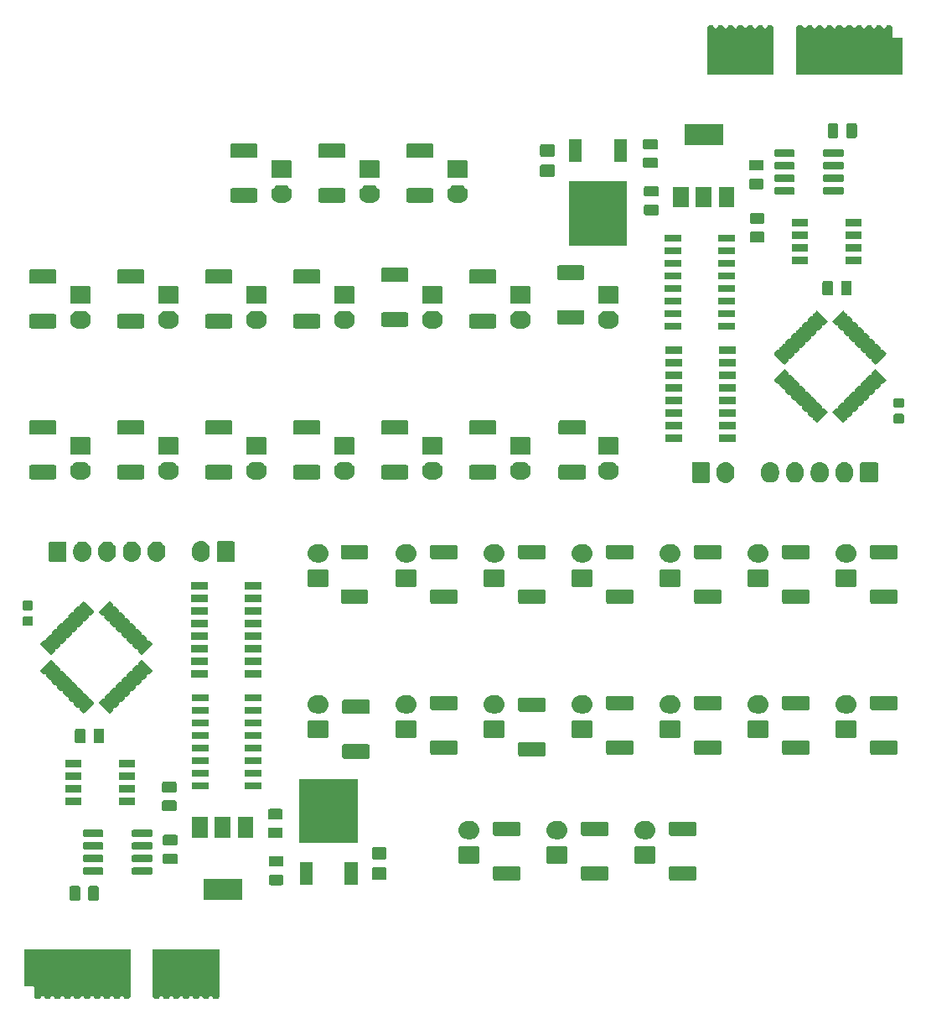
<source format=gbs>
G04 #@! TF.GenerationSoftware,KiCad,Pcbnew,(5.1.4)-1*
G04 #@! TF.CreationDate,2019-11-07T17:31:06+09:00*
G04 #@! TF.ProjectId,Solenoid_Valve-fin,536f6c65-6e6f-4696-945f-56616c76652d,rev?*
G04 #@! TF.SameCoordinates,Original*
G04 #@! TF.FileFunction,Soldermask,Bot*
G04 #@! TF.FilePolarity,Negative*
%FSLAX46Y46*%
G04 Gerber Fmt 4.6, Leading zero omitted, Abs format (unit mm)*
G04 Created by KiCad (PCBNEW (5.1.4)-1) date 2019-11-07 17:31:06*
%MOMM*%
%LPD*%
G04 APERTURE LIST*
%ADD10C,0.100000*%
G04 APERTURE END LIST*
D10*
G36*
X131376000Y-128775388D02*
G01*
X131376602Y-128787640D01*
X131377819Y-128800000D01*
X131376602Y-128812360D01*
X131376000Y-128824612D01*
X131376000Y-128894637D01*
X131366221Y-128906553D01*
X131350538Y-128939711D01*
X131349059Y-128944587D01*
X131314146Y-129009904D01*
X131267159Y-129067159D01*
X131209904Y-129114146D01*
X131144585Y-129149060D01*
X131073710Y-129170560D01*
X131018472Y-129176000D01*
X130981528Y-129176000D01*
X130926290Y-129170560D01*
X130855415Y-129149060D01*
X130790096Y-129114146D01*
X130732841Y-129067159D01*
X130685854Y-129009904D01*
X130650941Y-128944587D01*
X130649462Y-128939711D01*
X130640084Y-128917073D01*
X130626470Y-128896699D01*
X130609143Y-128879372D01*
X130588768Y-128865759D01*
X130566129Y-128856382D01*
X130529846Y-128851000D01*
X130470154Y-128851000D01*
X130445768Y-128853402D01*
X130422319Y-128860515D01*
X130400708Y-128872066D01*
X130381766Y-128887611D01*
X130366221Y-128906553D01*
X130350538Y-128939711D01*
X130349059Y-128944587D01*
X130314146Y-129009904D01*
X130267159Y-129067159D01*
X130209904Y-129114146D01*
X130144585Y-129149060D01*
X130073710Y-129170560D01*
X130018472Y-129176000D01*
X129981528Y-129176000D01*
X129926290Y-129170560D01*
X129855415Y-129149060D01*
X129790096Y-129114146D01*
X129732841Y-129067159D01*
X129685854Y-129009904D01*
X129650941Y-128944587D01*
X129649462Y-128939711D01*
X129640084Y-128917073D01*
X129626470Y-128896699D01*
X129609143Y-128879372D01*
X129588768Y-128865759D01*
X129566129Y-128856382D01*
X129529846Y-128851000D01*
X129470154Y-128851000D01*
X129445768Y-128853402D01*
X129422319Y-128860515D01*
X129400708Y-128872066D01*
X129381766Y-128887611D01*
X129366221Y-128906553D01*
X129350538Y-128939711D01*
X129349059Y-128944587D01*
X129314146Y-129009904D01*
X129267159Y-129067159D01*
X129209904Y-129114146D01*
X129144585Y-129149060D01*
X129073710Y-129170560D01*
X129018472Y-129176000D01*
X128981528Y-129176000D01*
X128926290Y-129170560D01*
X128855415Y-129149060D01*
X128790096Y-129114146D01*
X128732841Y-129067159D01*
X128685854Y-129009904D01*
X128650941Y-128944587D01*
X128649462Y-128939711D01*
X128640084Y-128917073D01*
X128626470Y-128896699D01*
X128609143Y-128879372D01*
X128588768Y-128865759D01*
X128566129Y-128856382D01*
X128529846Y-128851000D01*
X128470154Y-128851000D01*
X128445768Y-128853402D01*
X128422319Y-128860515D01*
X128400708Y-128872066D01*
X128381766Y-128887611D01*
X128366221Y-128906553D01*
X128350538Y-128939711D01*
X128349059Y-128944587D01*
X128314146Y-129009904D01*
X128267159Y-129067159D01*
X128209904Y-129114146D01*
X128144585Y-129149060D01*
X128073710Y-129170560D01*
X128018472Y-129176000D01*
X127981528Y-129176000D01*
X127926290Y-129170560D01*
X127855415Y-129149060D01*
X127790096Y-129114146D01*
X127732841Y-129067159D01*
X127685854Y-129009904D01*
X127650941Y-128944587D01*
X127649462Y-128939711D01*
X127640084Y-128917073D01*
X127626470Y-128896699D01*
X127609143Y-128879372D01*
X127588768Y-128865759D01*
X127566129Y-128856382D01*
X127529846Y-128851000D01*
X127470154Y-128851000D01*
X127445768Y-128853402D01*
X127422319Y-128860515D01*
X127400708Y-128872066D01*
X127381766Y-128887611D01*
X127366221Y-128906553D01*
X127350538Y-128939711D01*
X127349059Y-128944587D01*
X127314146Y-129009904D01*
X127267159Y-129067159D01*
X127209904Y-129114146D01*
X127144585Y-129149060D01*
X127073710Y-129170560D01*
X127018472Y-129176000D01*
X126981528Y-129176000D01*
X126926290Y-129170560D01*
X126855415Y-129149060D01*
X126790096Y-129114146D01*
X126732841Y-129067159D01*
X126685854Y-129009904D01*
X126650941Y-128944587D01*
X126649462Y-128939711D01*
X126640084Y-128917073D01*
X126626470Y-128896699D01*
X126609143Y-128879372D01*
X126588768Y-128865759D01*
X126566129Y-128856382D01*
X126529846Y-128851000D01*
X126470154Y-128851000D01*
X126445768Y-128853402D01*
X126422319Y-128860515D01*
X126400708Y-128872066D01*
X126381766Y-128887611D01*
X126366221Y-128906553D01*
X126350538Y-128939711D01*
X126349059Y-128944587D01*
X126314146Y-129009904D01*
X126267159Y-129067159D01*
X126209904Y-129114146D01*
X126144585Y-129149060D01*
X126073710Y-129170560D01*
X126018472Y-129176000D01*
X125981528Y-129176000D01*
X125926290Y-129170560D01*
X125855415Y-129149060D01*
X125790096Y-129114146D01*
X125732841Y-129067159D01*
X125685854Y-129009904D01*
X125650941Y-128944587D01*
X125649462Y-128939711D01*
X125640084Y-128917073D01*
X125626470Y-128896699D01*
X125609143Y-128879372D01*
X125588768Y-128865759D01*
X125566129Y-128856382D01*
X125529846Y-128851000D01*
X125470154Y-128851000D01*
X125445768Y-128853402D01*
X125422319Y-128860515D01*
X125400708Y-128872066D01*
X125381766Y-128887611D01*
X125366221Y-128906553D01*
X125350538Y-128939711D01*
X125349059Y-128944587D01*
X125314146Y-129009904D01*
X125267159Y-129067159D01*
X125209904Y-129114146D01*
X125144585Y-129149060D01*
X125073710Y-129170560D01*
X125018472Y-129176000D01*
X124981528Y-129176000D01*
X124926290Y-129170560D01*
X124855415Y-129149060D01*
X124790096Y-129114146D01*
X124732841Y-129067159D01*
X124685854Y-129009904D01*
X124650941Y-128944587D01*
X124649462Y-128939711D01*
X124640084Y-128917073D01*
X124626470Y-128896699D01*
X124609143Y-128879372D01*
X124588768Y-128865759D01*
X124566129Y-128856382D01*
X124529846Y-128851000D01*
X124470154Y-128851000D01*
X124445768Y-128853402D01*
X124422319Y-128860515D01*
X124400708Y-128872066D01*
X124381766Y-128887611D01*
X124366221Y-128906553D01*
X124350538Y-128939711D01*
X124349059Y-128944587D01*
X124314146Y-129009904D01*
X124267159Y-129067159D01*
X124209904Y-129114146D01*
X124144585Y-129149060D01*
X124073710Y-129170560D01*
X124018472Y-129176000D01*
X123981528Y-129176000D01*
X123926290Y-129170560D01*
X123855415Y-129149060D01*
X123790096Y-129114146D01*
X123732841Y-129067159D01*
X123685854Y-129009904D01*
X123650941Y-128944587D01*
X123649462Y-128939711D01*
X123640084Y-128917073D01*
X123626470Y-128896699D01*
X123609143Y-128879372D01*
X123588768Y-128865759D01*
X123566129Y-128856382D01*
X123529846Y-128851000D01*
X123470154Y-128851000D01*
X123445768Y-128853402D01*
X123422319Y-128860515D01*
X123400708Y-128872066D01*
X123381766Y-128887611D01*
X123366221Y-128906553D01*
X123350538Y-128939711D01*
X123349059Y-128944587D01*
X123314146Y-129009904D01*
X123267159Y-129067159D01*
X123209904Y-129114146D01*
X123144585Y-129149060D01*
X123073710Y-129170560D01*
X123018472Y-129176000D01*
X122981528Y-129176000D01*
X122926290Y-129170560D01*
X122855415Y-129149060D01*
X122790096Y-129114146D01*
X122732841Y-129067159D01*
X122685854Y-129009904D01*
X122650941Y-128944587D01*
X122649462Y-128939711D01*
X122640084Y-128917073D01*
X122626470Y-128896699D01*
X122609143Y-128879372D01*
X122588768Y-128865759D01*
X122566129Y-128856382D01*
X122529846Y-128851000D01*
X122470154Y-128851000D01*
X122445768Y-128853402D01*
X122422319Y-128860515D01*
X122400708Y-128872066D01*
X122381766Y-128887611D01*
X122366221Y-128906553D01*
X122350538Y-128939711D01*
X122349059Y-128944587D01*
X122314146Y-129009904D01*
X122267159Y-129067159D01*
X122209904Y-129114146D01*
X122144585Y-129149060D01*
X122073710Y-129170560D01*
X122018472Y-129176000D01*
X121981528Y-129176000D01*
X121926290Y-129170560D01*
X121855415Y-129149060D01*
X121790096Y-129114146D01*
X121732841Y-129067159D01*
X121685854Y-129009904D01*
X121650941Y-128944587D01*
X121649462Y-128939711D01*
X121640084Y-128917073D01*
X121626470Y-128896699D01*
X121624000Y-128894229D01*
X121624000Y-128824612D01*
X121623398Y-128812360D01*
X121622181Y-128800000D01*
X121623398Y-128787640D01*
X121624000Y-128775388D01*
X121624000Y-127975999D01*
X121621598Y-127951613D01*
X121614485Y-127928164D01*
X121602934Y-127906553D01*
X121587389Y-127887611D01*
X121568447Y-127872066D01*
X121546836Y-127860515D01*
X121523387Y-127853402D01*
X121499001Y-127851000D01*
X120624000Y-127851000D01*
X120624000Y-124149000D01*
X131376000Y-124149000D01*
X131376000Y-128775388D01*
X131376000Y-128775388D01*
G37*
G36*
X140376000Y-128775388D02*
G01*
X140376602Y-128787640D01*
X140377819Y-128800000D01*
X140376602Y-128812360D01*
X140376000Y-128824612D01*
X140376000Y-128894637D01*
X140366221Y-128906553D01*
X140350538Y-128939711D01*
X140349059Y-128944587D01*
X140314146Y-129009904D01*
X140267159Y-129067159D01*
X140209904Y-129114146D01*
X140144585Y-129149060D01*
X140073710Y-129170560D01*
X140018472Y-129176000D01*
X139981528Y-129176000D01*
X139926290Y-129170560D01*
X139855415Y-129149060D01*
X139790096Y-129114146D01*
X139732841Y-129067159D01*
X139685854Y-129009904D01*
X139650941Y-128944587D01*
X139649462Y-128939711D01*
X139640084Y-128917073D01*
X139626470Y-128896699D01*
X139609143Y-128879372D01*
X139588768Y-128865759D01*
X139566129Y-128856382D01*
X139529846Y-128851000D01*
X139470154Y-128851000D01*
X139445768Y-128853402D01*
X139422319Y-128860515D01*
X139400708Y-128872066D01*
X139381766Y-128887611D01*
X139366221Y-128906553D01*
X139350538Y-128939711D01*
X139349059Y-128944587D01*
X139314146Y-129009904D01*
X139267159Y-129067159D01*
X139209904Y-129114146D01*
X139144585Y-129149060D01*
X139073710Y-129170560D01*
X139018472Y-129176000D01*
X138981528Y-129176000D01*
X138926290Y-129170560D01*
X138855415Y-129149060D01*
X138790096Y-129114146D01*
X138732841Y-129067159D01*
X138685854Y-129009904D01*
X138650941Y-128944587D01*
X138649462Y-128939711D01*
X138640084Y-128917073D01*
X138626470Y-128896699D01*
X138609143Y-128879372D01*
X138588768Y-128865759D01*
X138566129Y-128856382D01*
X138529846Y-128851000D01*
X138470154Y-128851000D01*
X138445768Y-128853402D01*
X138422319Y-128860515D01*
X138400708Y-128872066D01*
X138381766Y-128887611D01*
X138366221Y-128906553D01*
X138350538Y-128939711D01*
X138349059Y-128944587D01*
X138314146Y-129009904D01*
X138267159Y-129067159D01*
X138209904Y-129114146D01*
X138144585Y-129149060D01*
X138073710Y-129170560D01*
X138018472Y-129176000D01*
X137981528Y-129176000D01*
X137926290Y-129170560D01*
X137855415Y-129149060D01*
X137790096Y-129114146D01*
X137732841Y-129067159D01*
X137685854Y-129009904D01*
X137650941Y-128944587D01*
X137649462Y-128939711D01*
X137640084Y-128917073D01*
X137626470Y-128896699D01*
X137609143Y-128879372D01*
X137588768Y-128865759D01*
X137566129Y-128856382D01*
X137529846Y-128851000D01*
X137470154Y-128851000D01*
X137445768Y-128853402D01*
X137422319Y-128860515D01*
X137400708Y-128872066D01*
X137381766Y-128887611D01*
X137366221Y-128906553D01*
X137350538Y-128939711D01*
X137349059Y-128944587D01*
X137314146Y-129009904D01*
X137267159Y-129067159D01*
X137209904Y-129114146D01*
X137144585Y-129149060D01*
X137073710Y-129170560D01*
X137018472Y-129176000D01*
X136981528Y-129176000D01*
X136926290Y-129170560D01*
X136855415Y-129149060D01*
X136790096Y-129114146D01*
X136732841Y-129067159D01*
X136685854Y-129009904D01*
X136650941Y-128944587D01*
X136649462Y-128939711D01*
X136640084Y-128917073D01*
X136626470Y-128896699D01*
X136609143Y-128879372D01*
X136588768Y-128865759D01*
X136566129Y-128856382D01*
X136529846Y-128851000D01*
X136470154Y-128851000D01*
X136445768Y-128853402D01*
X136422319Y-128860515D01*
X136400708Y-128872066D01*
X136381766Y-128887611D01*
X136366221Y-128906553D01*
X136350538Y-128939711D01*
X136349059Y-128944587D01*
X136314146Y-129009904D01*
X136267159Y-129067159D01*
X136209904Y-129114146D01*
X136144585Y-129149060D01*
X136073710Y-129170560D01*
X136018472Y-129176000D01*
X135981528Y-129176000D01*
X135926290Y-129170560D01*
X135855415Y-129149060D01*
X135790096Y-129114146D01*
X135732841Y-129067159D01*
X135685854Y-129009904D01*
X135650941Y-128944587D01*
X135649462Y-128939711D01*
X135640084Y-128917073D01*
X135626470Y-128896699D01*
X135609143Y-128879372D01*
X135588768Y-128865759D01*
X135566129Y-128856382D01*
X135529846Y-128851000D01*
X135470154Y-128851000D01*
X135445768Y-128853402D01*
X135422319Y-128860515D01*
X135400708Y-128872066D01*
X135381766Y-128887611D01*
X135366221Y-128906553D01*
X135350538Y-128939711D01*
X135349059Y-128944587D01*
X135314146Y-129009904D01*
X135267159Y-129067159D01*
X135209904Y-129114146D01*
X135144585Y-129149060D01*
X135073710Y-129170560D01*
X135018472Y-129176000D01*
X134981528Y-129176000D01*
X134926290Y-129170560D01*
X134855415Y-129149060D01*
X134790096Y-129114146D01*
X134732841Y-129067159D01*
X134685854Y-129009904D01*
X134650941Y-128944587D01*
X134649462Y-128939711D01*
X134640084Y-128917073D01*
X134626470Y-128896699D01*
X134609143Y-128879372D01*
X134588768Y-128865759D01*
X134566129Y-128856382D01*
X134529846Y-128851000D01*
X134470154Y-128851000D01*
X134445768Y-128853402D01*
X134422319Y-128860515D01*
X134400708Y-128872066D01*
X134381766Y-128887611D01*
X134366221Y-128906553D01*
X134350538Y-128939711D01*
X134349059Y-128944587D01*
X134314146Y-129009904D01*
X134267159Y-129067159D01*
X134209904Y-129114146D01*
X134144585Y-129149060D01*
X134073710Y-129170560D01*
X134018472Y-129176000D01*
X133981528Y-129176000D01*
X133926290Y-129170560D01*
X133855415Y-129149060D01*
X133790096Y-129114146D01*
X133732841Y-129067159D01*
X133685854Y-129009904D01*
X133650941Y-128944587D01*
X133649462Y-128939711D01*
X133640084Y-128917073D01*
X133626470Y-128896699D01*
X133624000Y-128894229D01*
X133624000Y-128824612D01*
X133623398Y-128812360D01*
X133622181Y-128800000D01*
X133623398Y-128787640D01*
X133624000Y-128775388D01*
X133624000Y-124149000D01*
X140376000Y-124149000D01*
X140376000Y-128775388D01*
X140376000Y-128775388D01*
G37*
G36*
X128009468Y-117753565D02*
G01*
X128048138Y-117765296D01*
X128083777Y-117784346D01*
X128115017Y-117809983D01*
X128140654Y-117841223D01*
X128159704Y-117876862D01*
X128171435Y-117915532D01*
X128176000Y-117961888D01*
X128176000Y-119038112D01*
X128171435Y-119084468D01*
X128159704Y-119123138D01*
X128140654Y-119158777D01*
X128115017Y-119190017D01*
X128083777Y-119215654D01*
X128048138Y-119234704D01*
X128009468Y-119246435D01*
X127963112Y-119251000D01*
X127311888Y-119251000D01*
X127265532Y-119246435D01*
X127226862Y-119234704D01*
X127191223Y-119215654D01*
X127159983Y-119190017D01*
X127134346Y-119158777D01*
X127115296Y-119123138D01*
X127103565Y-119084468D01*
X127099000Y-119038112D01*
X127099000Y-117961888D01*
X127103565Y-117915532D01*
X127115296Y-117876862D01*
X127134346Y-117841223D01*
X127159983Y-117809983D01*
X127191223Y-117784346D01*
X127226862Y-117765296D01*
X127265532Y-117753565D01*
X127311888Y-117749000D01*
X127963112Y-117749000D01*
X128009468Y-117753565D01*
X128009468Y-117753565D01*
G37*
G36*
X126134468Y-117753565D02*
G01*
X126173138Y-117765296D01*
X126208777Y-117784346D01*
X126240017Y-117809983D01*
X126265654Y-117841223D01*
X126284704Y-117876862D01*
X126296435Y-117915532D01*
X126301000Y-117961888D01*
X126301000Y-119038112D01*
X126296435Y-119084468D01*
X126284704Y-119123138D01*
X126265654Y-119158777D01*
X126240017Y-119190017D01*
X126208777Y-119215654D01*
X126173138Y-119234704D01*
X126134468Y-119246435D01*
X126088112Y-119251000D01*
X125436888Y-119251000D01*
X125390532Y-119246435D01*
X125351862Y-119234704D01*
X125316223Y-119215654D01*
X125284983Y-119190017D01*
X125259346Y-119158777D01*
X125240296Y-119123138D01*
X125228565Y-119084468D01*
X125224000Y-119038112D01*
X125224000Y-117961888D01*
X125228565Y-117915532D01*
X125240296Y-117876862D01*
X125259346Y-117841223D01*
X125284983Y-117809983D01*
X125316223Y-117784346D01*
X125351862Y-117765296D01*
X125390532Y-117753565D01*
X125436888Y-117749000D01*
X126088112Y-117749000D01*
X126134468Y-117753565D01*
X126134468Y-117753565D01*
G37*
G36*
X142651000Y-119151000D02*
G01*
X138749000Y-119151000D01*
X138749000Y-117049000D01*
X142651000Y-117049000D01*
X142651000Y-119151000D01*
X142651000Y-119151000D01*
G37*
G36*
X146684468Y-116603565D02*
G01*
X146723138Y-116615296D01*
X146758777Y-116634346D01*
X146790017Y-116659983D01*
X146815654Y-116691223D01*
X146834704Y-116726862D01*
X146846435Y-116765532D01*
X146851000Y-116811888D01*
X146851000Y-117463112D01*
X146846435Y-117509468D01*
X146834704Y-117548138D01*
X146815654Y-117583777D01*
X146790017Y-117615017D01*
X146758777Y-117640654D01*
X146723138Y-117659704D01*
X146684468Y-117671435D01*
X146638112Y-117676000D01*
X145561888Y-117676000D01*
X145515532Y-117671435D01*
X145476862Y-117659704D01*
X145441223Y-117640654D01*
X145409983Y-117615017D01*
X145384346Y-117583777D01*
X145365296Y-117548138D01*
X145353565Y-117509468D01*
X145349000Y-117463112D01*
X145349000Y-116811888D01*
X145353565Y-116765532D01*
X145365296Y-116726862D01*
X145384346Y-116691223D01*
X145409983Y-116659983D01*
X145441223Y-116634346D01*
X145476862Y-116615296D01*
X145515532Y-116603565D01*
X145561888Y-116599000D01*
X146638112Y-116599000D01*
X146684468Y-116603565D01*
X146684468Y-116603565D01*
G37*
G36*
X149771000Y-117626000D02*
G01*
X148469000Y-117626000D01*
X148469000Y-115324000D01*
X149771000Y-115324000D01*
X149771000Y-117626000D01*
X149771000Y-117626000D01*
G37*
G36*
X154331000Y-117626000D02*
G01*
X153029000Y-117626000D01*
X153029000Y-115324000D01*
X154331000Y-115324000D01*
X154331000Y-117626000D01*
X154331000Y-117626000D01*
G37*
G36*
X188392798Y-115746247D02*
G01*
X188428367Y-115757037D01*
X188461139Y-115774554D01*
X188489869Y-115798131D01*
X188513446Y-115826861D01*
X188530963Y-115859633D01*
X188541753Y-115895202D01*
X188546000Y-115938325D01*
X188546000Y-116997675D01*
X188541753Y-117040798D01*
X188530963Y-117076367D01*
X188513446Y-117109139D01*
X188489869Y-117137869D01*
X188461139Y-117161446D01*
X188428367Y-117178963D01*
X188392798Y-117189753D01*
X188349675Y-117194000D01*
X185990325Y-117194000D01*
X185947202Y-117189753D01*
X185911633Y-117178963D01*
X185878861Y-117161446D01*
X185850131Y-117137869D01*
X185826554Y-117109139D01*
X185809037Y-117076367D01*
X185798247Y-117040798D01*
X185794000Y-116997675D01*
X185794000Y-115938325D01*
X185798247Y-115895202D01*
X185809037Y-115859633D01*
X185826554Y-115826861D01*
X185850131Y-115798131D01*
X185878861Y-115774554D01*
X185911633Y-115757037D01*
X185947202Y-115746247D01*
X185990325Y-115742000D01*
X188349675Y-115742000D01*
X188392798Y-115746247D01*
X188392798Y-115746247D01*
G37*
G36*
X179502798Y-115746247D02*
G01*
X179538367Y-115757037D01*
X179571139Y-115774554D01*
X179599869Y-115798131D01*
X179623446Y-115826861D01*
X179640963Y-115859633D01*
X179651753Y-115895202D01*
X179656000Y-115938325D01*
X179656000Y-116997675D01*
X179651753Y-117040798D01*
X179640963Y-117076367D01*
X179623446Y-117109139D01*
X179599869Y-117137869D01*
X179571139Y-117161446D01*
X179538367Y-117178963D01*
X179502798Y-117189753D01*
X179459675Y-117194000D01*
X177100325Y-117194000D01*
X177057202Y-117189753D01*
X177021633Y-117178963D01*
X176988861Y-117161446D01*
X176960131Y-117137869D01*
X176936554Y-117109139D01*
X176919037Y-117076367D01*
X176908247Y-117040798D01*
X176904000Y-116997675D01*
X176904000Y-115938325D01*
X176908247Y-115895202D01*
X176919037Y-115859633D01*
X176936554Y-115826861D01*
X176960131Y-115798131D01*
X176988861Y-115774554D01*
X177021633Y-115757037D01*
X177057202Y-115746247D01*
X177100325Y-115742000D01*
X179459675Y-115742000D01*
X179502798Y-115746247D01*
X179502798Y-115746247D01*
G37*
G36*
X170612798Y-115746247D02*
G01*
X170648367Y-115757037D01*
X170681139Y-115774554D01*
X170709869Y-115798131D01*
X170733446Y-115826861D01*
X170750963Y-115859633D01*
X170761753Y-115895202D01*
X170766000Y-115938325D01*
X170766000Y-116997675D01*
X170761753Y-117040798D01*
X170750963Y-117076367D01*
X170733446Y-117109139D01*
X170709869Y-117137869D01*
X170681139Y-117161446D01*
X170648367Y-117178963D01*
X170612798Y-117189753D01*
X170569675Y-117194000D01*
X168210325Y-117194000D01*
X168167202Y-117189753D01*
X168131633Y-117178963D01*
X168098861Y-117161446D01*
X168070131Y-117137869D01*
X168046554Y-117109139D01*
X168029037Y-117076367D01*
X168018247Y-117040798D01*
X168014000Y-116997675D01*
X168014000Y-115938325D01*
X168018247Y-115895202D01*
X168029037Y-115859633D01*
X168046554Y-115826861D01*
X168070131Y-115798131D01*
X168098861Y-115774554D01*
X168131633Y-115757037D01*
X168167202Y-115746247D01*
X168210325Y-115742000D01*
X170569675Y-115742000D01*
X170612798Y-115746247D01*
X170612798Y-115746247D01*
G37*
G36*
X157088674Y-115878465D02*
G01*
X157126367Y-115889899D01*
X157161103Y-115908466D01*
X157191548Y-115933452D01*
X157216534Y-115963897D01*
X157235101Y-115998633D01*
X157246535Y-116036326D01*
X157251000Y-116081661D01*
X157251000Y-116918339D01*
X157246535Y-116963674D01*
X157235101Y-117001367D01*
X157216534Y-117036103D01*
X157191548Y-117066548D01*
X157161103Y-117091534D01*
X157126367Y-117110101D01*
X157088674Y-117121535D01*
X157043339Y-117126000D01*
X155956661Y-117126000D01*
X155911326Y-117121535D01*
X155873633Y-117110101D01*
X155838897Y-117091534D01*
X155808452Y-117066548D01*
X155783466Y-117036103D01*
X155764899Y-117001367D01*
X155753465Y-116963674D01*
X155749000Y-116918339D01*
X155749000Y-116081661D01*
X155753465Y-116036326D01*
X155764899Y-115998633D01*
X155783466Y-115963897D01*
X155808452Y-115933452D01*
X155838897Y-115908466D01*
X155873633Y-115889899D01*
X155911326Y-115878465D01*
X155956661Y-115874000D01*
X157043339Y-115874000D01*
X157088674Y-115878465D01*
X157088674Y-115878465D01*
G37*
G36*
X133484928Y-115891764D02*
G01*
X133506009Y-115898160D01*
X133525445Y-115908548D01*
X133542476Y-115922524D01*
X133556452Y-115939555D01*
X133566840Y-115958991D01*
X133573236Y-115980072D01*
X133576000Y-116008140D01*
X133576000Y-116471860D01*
X133573236Y-116499928D01*
X133566840Y-116521009D01*
X133556452Y-116540445D01*
X133542476Y-116557476D01*
X133525445Y-116571452D01*
X133506009Y-116581840D01*
X133484928Y-116588236D01*
X133456860Y-116591000D01*
X131643140Y-116591000D01*
X131615072Y-116588236D01*
X131593991Y-116581840D01*
X131574555Y-116571452D01*
X131557524Y-116557476D01*
X131543548Y-116540445D01*
X131533160Y-116521009D01*
X131526764Y-116499928D01*
X131524000Y-116471860D01*
X131524000Y-116008140D01*
X131526764Y-115980072D01*
X131533160Y-115958991D01*
X131543548Y-115939555D01*
X131557524Y-115922524D01*
X131574555Y-115908548D01*
X131593991Y-115898160D01*
X131615072Y-115891764D01*
X131643140Y-115889000D01*
X133456860Y-115889000D01*
X133484928Y-115891764D01*
X133484928Y-115891764D01*
G37*
G36*
X128534928Y-115891764D02*
G01*
X128556009Y-115898160D01*
X128575445Y-115908548D01*
X128592476Y-115922524D01*
X128606452Y-115939555D01*
X128616840Y-115958991D01*
X128623236Y-115980072D01*
X128626000Y-116008140D01*
X128626000Y-116471860D01*
X128623236Y-116499928D01*
X128616840Y-116521009D01*
X128606452Y-116540445D01*
X128592476Y-116557476D01*
X128575445Y-116571452D01*
X128556009Y-116581840D01*
X128534928Y-116588236D01*
X128506860Y-116591000D01*
X126693140Y-116591000D01*
X126665072Y-116588236D01*
X126643991Y-116581840D01*
X126624555Y-116571452D01*
X126607524Y-116557476D01*
X126593548Y-116540445D01*
X126583160Y-116521009D01*
X126576764Y-116499928D01*
X126574000Y-116471860D01*
X126574000Y-116008140D01*
X126576764Y-115980072D01*
X126583160Y-115958991D01*
X126593548Y-115939555D01*
X126607524Y-115922524D01*
X126624555Y-115908548D01*
X126643991Y-115898160D01*
X126665072Y-115891764D01*
X126693140Y-115889000D01*
X128506860Y-115889000D01*
X128534928Y-115891764D01*
X128534928Y-115891764D01*
G37*
G36*
X146684468Y-114728565D02*
G01*
X146723138Y-114740296D01*
X146758777Y-114759346D01*
X146790017Y-114784983D01*
X146815654Y-114816223D01*
X146834704Y-114851862D01*
X146846435Y-114890532D01*
X146851000Y-114936888D01*
X146851000Y-115588112D01*
X146846435Y-115634468D01*
X146834704Y-115673138D01*
X146815654Y-115708777D01*
X146790017Y-115740017D01*
X146758777Y-115765654D01*
X146723138Y-115784704D01*
X146684468Y-115796435D01*
X146638112Y-115801000D01*
X145561888Y-115801000D01*
X145515532Y-115796435D01*
X145476862Y-115784704D01*
X145441223Y-115765654D01*
X145409983Y-115740017D01*
X145384346Y-115708777D01*
X145365296Y-115673138D01*
X145353565Y-115634468D01*
X145349000Y-115588112D01*
X145349000Y-114936888D01*
X145353565Y-114890532D01*
X145365296Y-114851862D01*
X145384346Y-114816223D01*
X145409983Y-114784983D01*
X145441223Y-114759346D01*
X145476862Y-114740296D01*
X145515532Y-114728565D01*
X145561888Y-114724000D01*
X146638112Y-114724000D01*
X146684468Y-114728565D01*
X146684468Y-114728565D01*
G37*
G36*
X135984468Y-114465565D02*
G01*
X136023138Y-114477296D01*
X136058777Y-114496346D01*
X136090017Y-114521983D01*
X136115654Y-114553223D01*
X136134704Y-114588862D01*
X136146435Y-114627532D01*
X136151000Y-114673888D01*
X136151000Y-115325112D01*
X136146435Y-115371468D01*
X136134704Y-115410138D01*
X136115654Y-115445777D01*
X136090017Y-115477017D01*
X136058777Y-115502654D01*
X136023138Y-115521704D01*
X135984468Y-115533435D01*
X135938112Y-115538000D01*
X134861888Y-115538000D01*
X134815532Y-115533435D01*
X134776862Y-115521704D01*
X134741223Y-115502654D01*
X134709983Y-115477017D01*
X134684346Y-115445777D01*
X134665296Y-115410138D01*
X134653565Y-115371468D01*
X134649000Y-115325112D01*
X134649000Y-114673888D01*
X134653565Y-114627532D01*
X134665296Y-114588862D01*
X134684346Y-114553223D01*
X134709983Y-114521983D01*
X134741223Y-114496346D01*
X134776862Y-114477296D01*
X134815532Y-114465565D01*
X134861888Y-114461000D01*
X135938112Y-114461000D01*
X135984468Y-114465565D01*
X135984468Y-114465565D01*
G37*
G36*
X166488600Y-113722989D02*
G01*
X166521652Y-113733015D01*
X166552103Y-113749292D01*
X166578799Y-113771201D01*
X166600708Y-113797897D01*
X166616985Y-113828348D01*
X166627011Y-113861400D01*
X166631000Y-113901903D01*
X166631000Y-115338097D01*
X166627011Y-115378600D01*
X166616985Y-115411652D01*
X166600708Y-115442103D01*
X166578799Y-115468799D01*
X166552103Y-115490708D01*
X166521652Y-115506985D01*
X166488600Y-115517011D01*
X166448097Y-115521000D01*
X164711903Y-115521000D01*
X164671400Y-115517011D01*
X164638348Y-115506985D01*
X164607897Y-115490708D01*
X164581201Y-115468799D01*
X164559292Y-115442103D01*
X164543015Y-115411652D01*
X164532989Y-115378600D01*
X164529000Y-115338097D01*
X164529000Y-113901903D01*
X164532989Y-113861400D01*
X164543015Y-113828348D01*
X164559292Y-113797897D01*
X164581201Y-113771201D01*
X164607897Y-113749292D01*
X164638348Y-113733015D01*
X164671400Y-113722989D01*
X164711903Y-113719000D01*
X166448097Y-113719000D01*
X166488600Y-113722989D01*
X166488600Y-113722989D01*
G37*
G36*
X184268600Y-113722989D02*
G01*
X184301652Y-113733015D01*
X184332103Y-113749292D01*
X184358799Y-113771201D01*
X184380708Y-113797897D01*
X184396985Y-113828348D01*
X184407011Y-113861400D01*
X184411000Y-113901903D01*
X184411000Y-115338097D01*
X184407011Y-115378600D01*
X184396985Y-115411652D01*
X184380708Y-115442103D01*
X184358799Y-115468799D01*
X184332103Y-115490708D01*
X184301652Y-115506985D01*
X184268600Y-115517011D01*
X184228097Y-115521000D01*
X182491903Y-115521000D01*
X182451400Y-115517011D01*
X182418348Y-115506985D01*
X182387897Y-115490708D01*
X182361201Y-115468799D01*
X182339292Y-115442103D01*
X182323015Y-115411652D01*
X182312989Y-115378600D01*
X182309000Y-115338097D01*
X182309000Y-113901903D01*
X182312989Y-113861400D01*
X182323015Y-113828348D01*
X182339292Y-113797897D01*
X182361201Y-113771201D01*
X182387897Y-113749292D01*
X182418348Y-113733015D01*
X182451400Y-113722989D01*
X182491903Y-113719000D01*
X184228097Y-113719000D01*
X184268600Y-113722989D01*
X184268600Y-113722989D01*
G37*
G36*
X175378600Y-113722989D02*
G01*
X175411652Y-113733015D01*
X175442103Y-113749292D01*
X175468799Y-113771201D01*
X175490708Y-113797897D01*
X175506985Y-113828348D01*
X175517011Y-113861400D01*
X175521000Y-113901903D01*
X175521000Y-115338097D01*
X175517011Y-115378600D01*
X175506985Y-115411652D01*
X175490708Y-115442103D01*
X175468799Y-115468799D01*
X175442103Y-115490708D01*
X175411652Y-115506985D01*
X175378600Y-115517011D01*
X175338097Y-115521000D01*
X173601903Y-115521000D01*
X173561400Y-115517011D01*
X173528348Y-115506985D01*
X173497897Y-115490708D01*
X173471201Y-115468799D01*
X173449292Y-115442103D01*
X173433015Y-115411652D01*
X173422989Y-115378600D01*
X173419000Y-115338097D01*
X173419000Y-113901903D01*
X173422989Y-113861400D01*
X173433015Y-113828348D01*
X173449292Y-113797897D01*
X173471201Y-113771201D01*
X173497897Y-113749292D01*
X173528348Y-113733015D01*
X173561400Y-113722989D01*
X173601903Y-113719000D01*
X175338097Y-113719000D01*
X175378600Y-113722989D01*
X175378600Y-113722989D01*
G37*
G36*
X133484928Y-114621764D02*
G01*
X133506009Y-114628160D01*
X133525445Y-114638548D01*
X133542476Y-114652524D01*
X133556452Y-114669555D01*
X133566840Y-114688991D01*
X133573236Y-114710072D01*
X133576000Y-114738140D01*
X133576000Y-115201860D01*
X133573236Y-115229928D01*
X133566840Y-115251009D01*
X133556452Y-115270445D01*
X133542476Y-115287476D01*
X133525445Y-115301452D01*
X133506009Y-115311840D01*
X133484928Y-115318236D01*
X133456860Y-115321000D01*
X131643140Y-115321000D01*
X131615072Y-115318236D01*
X131593991Y-115311840D01*
X131574555Y-115301452D01*
X131557524Y-115287476D01*
X131543548Y-115270445D01*
X131533160Y-115251009D01*
X131526764Y-115229928D01*
X131524000Y-115201860D01*
X131524000Y-114738140D01*
X131526764Y-114710072D01*
X131533160Y-114688991D01*
X131543548Y-114669555D01*
X131557524Y-114652524D01*
X131574555Y-114638548D01*
X131593991Y-114628160D01*
X131615072Y-114621764D01*
X131643140Y-114619000D01*
X133456860Y-114619000D01*
X133484928Y-114621764D01*
X133484928Y-114621764D01*
G37*
G36*
X128534928Y-114621764D02*
G01*
X128556009Y-114628160D01*
X128575445Y-114638548D01*
X128592476Y-114652524D01*
X128606452Y-114669555D01*
X128616840Y-114688991D01*
X128623236Y-114710072D01*
X128626000Y-114738140D01*
X128626000Y-115201860D01*
X128623236Y-115229928D01*
X128616840Y-115251009D01*
X128606452Y-115270445D01*
X128592476Y-115287476D01*
X128575445Y-115301452D01*
X128556009Y-115311840D01*
X128534928Y-115318236D01*
X128506860Y-115321000D01*
X126693140Y-115321000D01*
X126665072Y-115318236D01*
X126643991Y-115311840D01*
X126624555Y-115301452D01*
X126607524Y-115287476D01*
X126593548Y-115270445D01*
X126583160Y-115251009D01*
X126576764Y-115229928D01*
X126574000Y-115201860D01*
X126574000Y-114738140D01*
X126576764Y-114710072D01*
X126583160Y-114688991D01*
X126593548Y-114669555D01*
X126607524Y-114652524D01*
X126624555Y-114638548D01*
X126643991Y-114628160D01*
X126665072Y-114621764D01*
X126693140Y-114619000D01*
X128506860Y-114619000D01*
X128534928Y-114621764D01*
X128534928Y-114621764D01*
G37*
G36*
X157088674Y-113828465D02*
G01*
X157126367Y-113839899D01*
X157161103Y-113858466D01*
X157191548Y-113883452D01*
X157216534Y-113913897D01*
X157235101Y-113948633D01*
X157246535Y-113986326D01*
X157251000Y-114031661D01*
X157251000Y-114868339D01*
X157246535Y-114913674D01*
X157235101Y-114951367D01*
X157216534Y-114986103D01*
X157191548Y-115016548D01*
X157161103Y-115041534D01*
X157126367Y-115060101D01*
X157088674Y-115071535D01*
X157043339Y-115076000D01*
X155956661Y-115076000D01*
X155911326Y-115071535D01*
X155873633Y-115060101D01*
X155838897Y-115041534D01*
X155808452Y-115016548D01*
X155783466Y-114986103D01*
X155764899Y-114951367D01*
X155753465Y-114913674D01*
X155749000Y-114868339D01*
X155749000Y-114031661D01*
X155753465Y-113986326D01*
X155764899Y-113948633D01*
X155783466Y-113913897D01*
X155808452Y-113883452D01*
X155838897Y-113858466D01*
X155873633Y-113839899D01*
X155911326Y-113828465D01*
X155956661Y-113824000D01*
X157043339Y-113824000D01*
X157088674Y-113828465D01*
X157088674Y-113828465D01*
G37*
G36*
X133484928Y-113351764D02*
G01*
X133506009Y-113358160D01*
X133525445Y-113368548D01*
X133542476Y-113382524D01*
X133556452Y-113399555D01*
X133566840Y-113418991D01*
X133573236Y-113440072D01*
X133576000Y-113468140D01*
X133576000Y-113931860D01*
X133573236Y-113959928D01*
X133566840Y-113981009D01*
X133556452Y-114000445D01*
X133542476Y-114017476D01*
X133525445Y-114031452D01*
X133506009Y-114041840D01*
X133484928Y-114048236D01*
X133456860Y-114051000D01*
X131643140Y-114051000D01*
X131615072Y-114048236D01*
X131593991Y-114041840D01*
X131574555Y-114031452D01*
X131557524Y-114017476D01*
X131543548Y-114000445D01*
X131533160Y-113981009D01*
X131526764Y-113959928D01*
X131524000Y-113931860D01*
X131524000Y-113468140D01*
X131526764Y-113440072D01*
X131533160Y-113418991D01*
X131543548Y-113399555D01*
X131557524Y-113382524D01*
X131574555Y-113368548D01*
X131593991Y-113358160D01*
X131615072Y-113351764D01*
X131643140Y-113349000D01*
X133456860Y-113349000D01*
X133484928Y-113351764D01*
X133484928Y-113351764D01*
G37*
G36*
X128534928Y-113351764D02*
G01*
X128556009Y-113358160D01*
X128575445Y-113368548D01*
X128592476Y-113382524D01*
X128606452Y-113399555D01*
X128616840Y-113418991D01*
X128623236Y-113440072D01*
X128626000Y-113468140D01*
X128626000Y-113931860D01*
X128623236Y-113959928D01*
X128616840Y-113981009D01*
X128606452Y-114000445D01*
X128592476Y-114017476D01*
X128575445Y-114031452D01*
X128556009Y-114041840D01*
X128534928Y-114048236D01*
X128506860Y-114051000D01*
X126693140Y-114051000D01*
X126665072Y-114048236D01*
X126643991Y-114041840D01*
X126624555Y-114031452D01*
X126607524Y-114017476D01*
X126593548Y-114000445D01*
X126583160Y-113981009D01*
X126576764Y-113959928D01*
X126574000Y-113931860D01*
X126574000Y-113468140D01*
X126576764Y-113440072D01*
X126583160Y-113418991D01*
X126593548Y-113399555D01*
X126607524Y-113382524D01*
X126624555Y-113368548D01*
X126643991Y-113358160D01*
X126665072Y-113351764D01*
X126693140Y-113349000D01*
X128506860Y-113349000D01*
X128534928Y-113351764D01*
X128534928Y-113351764D01*
G37*
G36*
X135984468Y-112590565D02*
G01*
X136023138Y-112602296D01*
X136058777Y-112621346D01*
X136090017Y-112646983D01*
X136115654Y-112678223D01*
X136134704Y-112713862D01*
X136146435Y-112752532D01*
X136151000Y-112798888D01*
X136151000Y-113450112D01*
X136146435Y-113496468D01*
X136134704Y-113535138D01*
X136115654Y-113570777D01*
X136090017Y-113602017D01*
X136058777Y-113627654D01*
X136023138Y-113646704D01*
X135984468Y-113658435D01*
X135938112Y-113663000D01*
X134861888Y-113663000D01*
X134815532Y-113658435D01*
X134776862Y-113646704D01*
X134741223Y-113627654D01*
X134709983Y-113602017D01*
X134684346Y-113570777D01*
X134665296Y-113535138D01*
X134653565Y-113496468D01*
X134649000Y-113450112D01*
X134649000Y-112798888D01*
X134653565Y-112752532D01*
X134665296Y-112713862D01*
X134684346Y-112678223D01*
X134709983Y-112646983D01*
X134741223Y-112621346D01*
X134776862Y-112602296D01*
X134815532Y-112590565D01*
X134861888Y-112586000D01*
X135938112Y-112586000D01*
X135984468Y-112590565D01*
X135984468Y-112590565D01*
G37*
G36*
X154351000Y-113426000D02*
G01*
X148449000Y-113426000D01*
X148449000Y-106924000D01*
X154351000Y-106924000D01*
X154351000Y-113426000D01*
X154351000Y-113426000D01*
G37*
G36*
X174730442Y-111225518D02*
G01*
X174796627Y-111232037D01*
X174966466Y-111283557D01*
X175122991Y-111367222D01*
X175157084Y-111395202D01*
X175260186Y-111479814D01*
X175343448Y-111581271D01*
X175372778Y-111617009D01*
X175456443Y-111773534D01*
X175507963Y-111943373D01*
X175525359Y-112120000D01*
X175507963Y-112296627D01*
X175456443Y-112466466D01*
X175372778Y-112622991D01*
X175353088Y-112646983D01*
X175260186Y-112760186D01*
X175168854Y-112835139D01*
X175122991Y-112872778D01*
X174966466Y-112956443D01*
X174796627Y-113007963D01*
X174730442Y-113014482D01*
X174664260Y-113021000D01*
X174275740Y-113021000D01*
X174209558Y-113014482D01*
X174143373Y-113007963D01*
X173973534Y-112956443D01*
X173817009Y-112872778D01*
X173771146Y-112835139D01*
X173679814Y-112760186D01*
X173586912Y-112646983D01*
X173567222Y-112622991D01*
X173483557Y-112466466D01*
X173432037Y-112296627D01*
X173414641Y-112120000D01*
X173432037Y-111943373D01*
X173483557Y-111773534D01*
X173567222Y-111617009D01*
X173596552Y-111581271D01*
X173679814Y-111479814D01*
X173782916Y-111395202D01*
X173817009Y-111367222D01*
X173973534Y-111283557D01*
X174143373Y-111232037D01*
X174209558Y-111225518D01*
X174275740Y-111219000D01*
X174664260Y-111219000D01*
X174730442Y-111225518D01*
X174730442Y-111225518D01*
G37*
G36*
X165840442Y-111225518D02*
G01*
X165906627Y-111232037D01*
X166076466Y-111283557D01*
X166232991Y-111367222D01*
X166267084Y-111395202D01*
X166370186Y-111479814D01*
X166453448Y-111581271D01*
X166482778Y-111617009D01*
X166566443Y-111773534D01*
X166617963Y-111943373D01*
X166635359Y-112120000D01*
X166617963Y-112296627D01*
X166566443Y-112466466D01*
X166482778Y-112622991D01*
X166463088Y-112646983D01*
X166370186Y-112760186D01*
X166278854Y-112835139D01*
X166232991Y-112872778D01*
X166076466Y-112956443D01*
X165906627Y-113007963D01*
X165840442Y-113014482D01*
X165774260Y-113021000D01*
X165385740Y-113021000D01*
X165319558Y-113014482D01*
X165253373Y-113007963D01*
X165083534Y-112956443D01*
X164927009Y-112872778D01*
X164881146Y-112835139D01*
X164789814Y-112760186D01*
X164696912Y-112646983D01*
X164677222Y-112622991D01*
X164593557Y-112466466D01*
X164542037Y-112296627D01*
X164524641Y-112120000D01*
X164542037Y-111943373D01*
X164593557Y-111773534D01*
X164677222Y-111617009D01*
X164706552Y-111581271D01*
X164789814Y-111479814D01*
X164892916Y-111395202D01*
X164927009Y-111367222D01*
X165083534Y-111283557D01*
X165253373Y-111232037D01*
X165319558Y-111225518D01*
X165385740Y-111219000D01*
X165774260Y-111219000D01*
X165840442Y-111225518D01*
X165840442Y-111225518D01*
G37*
G36*
X183620442Y-111225518D02*
G01*
X183686627Y-111232037D01*
X183856466Y-111283557D01*
X184012991Y-111367222D01*
X184047084Y-111395202D01*
X184150186Y-111479814D01*
X184233448Y-111581271D01*
X184262778Y-111617009D01*
X184346443Y-111773534D01*
X184397963Y-111943373D01*
X184415359Y-112120000D01*
X184397963Y-112296627D01*
X184346443Y-112466466D01*
X184262778Y-112622991D01*
X184243088Y-112646983D01*
X184150186Y-112760186D01*
X184058854Y-112835139D01*
X184012991Y-112872778D01*
X183856466Y-112956443D01*
X183686627Y-113007963D01*
X183620442Y-113014482D01*
X183554260Y-113021000D01*
X183165740Y-113021000D01*
X183099558Y-113014482D01*
X183033373Y-113007963D01*
X182863534Y-112956443D01*
X182707009Y-112872778D01*
X182661146Y-112835139D01*
X182569814Y-112760186D01*
X182476912Y-112646983D01*
X182457222Y-112622991D01*
X182373557Y-112466466D01*
X182322037Y-112296627D01*
X182304641Y-112120000D01*
X182322037Y-111943373D01*
X182373557Y-111773534D01*
X182457222Y-111617009D01*
X182486552Y-111581271D01*
X182569814Y-111479814D01*
X182672916Y-111395202D01*
X182707009Y-111367222D01*
X182863534Y-111283557D01*
X183033373Y-111232037D01*
X183099558Y-111225518D01*
X183165740Y-111219000D01*
X183554260Y-111219000D01*
X183620442Y-111225518D01*
X183620442Y-111225518D01*
G37*
G36*
X146584468Y-111841565D02*
G01*
X146623138Y-111853296D01*
X146658777Y-111872346D01*
X146690017Y-111897983D01*
X146715654Y-111929223D01*
X146734704Y-111964862D01*
X146746435Y-112003532D01*
X146751000Y-112049888D01*
X146751000Y-112701112D01*
X146746435Y-112747468D01*
X146734704Y-112786138D01*
X146715654Y-112821777D01*
X146690017Y-112853017D01*
X146658777Y-112878654D01*
X146623138Y-112897704D01*
X146584468Y-112909435D01*
X146538112Y-112914000D01*
X145461888Y-112914000D01*
X145415532Y-112909435D01*
X145376862Y-112897704D01*
X145341223Y-112878654D01*
X145309983Y-112853017D01*
X145284346Y-112821777D01*
X145265296Y-112786138D01*
X145253565Y-112747468D01*
X145249000Y-112701112D01*
X145249000Y-112049888D01*
X145253565Y-112003532D01*
X145265296Y-111964862D01*
X145284346Y-111929223D01*
X145309983Y-111897983D01*
X145341223Y-111872346D01*
X145376862Y-111853296D01*
X145415532Y-111841565D01*
X145461888Y-111837000D01*
X146538112Y-111837000D01*
X146584468Y-111841565D01*
X146584468Y-111841565D01*
G37*
G36*
X143801000Y-112851000D02*
G01*
X142199000Y-112851000D01*
X142199000Y-110749000D01*
X143801000Y-110749000D01*
X143801000Y-112851000D01*
X143801000Y-112851000D01*
G37*
G36*
X141501000Y-112851000D02*
G01*
X139899000Y-112851000D01*
X139899000Y-110749000D01*
X141501000Y-110749000D01*
X141501000Y-112851000D01*
X141501000Y-112851000D01*
G37*
G36*
X139201000Y-112851000D02*
G01*
X137599000Y-112851000D01*
X137599000Y-110749000D01*
X139201000Y-110749000D01*
X139201000Y-112851000D01*
X139201000Y-112851000D01*
G37*
G36*
X133484928Y-112081764D02*
G01*
X133506009Y-112088160D01*
X133525445Y-112098548D01*
X133542476Y-112112524D01*
X133556452Y-112129555D01*
X133566840Y-112148991D01*
X133573236Y-112170072D01*
X133576000Y-112198140D01*
X133576000Y-112661860D01*
X133573236Y-112689928D01*
X133566840Y-112711009D01*
X133556452Y-112730445D01*
X133542476Y-112747476D01*
X133525445Y-112761452D01*
X133506009Y-112771840D01*
X133484928Y-112778236D01*
X133456860Y-112781000D01*
X131643140Y-112781000D01*
X131615072Y-112778236D01*
X131593991Y-112771840D01*
X131574555Y-112761452D01*
X131557524Y-112747476D01*
X131543548Y-112730445D01*
X131533160Y-112711009D01*
X131526764Y-112689928D01*
X131524000Y-112661860D01*
X131524000Y-112198140D01*
X131526764Y-112170072D01*
X131533160Y-112148991D01*
X131543548Y-112129555D01*
X131557524Y-112112524D01*
X131574555Y-112098548D01*
X131593991Y-112088160D01*
X131615072Y-112081764D01*
X131643140Y-112079000D01*
X133456860Y-112079000D01*
X133484928Y-112081764D01*
X133484928Y-112081764D01*
G37*
G36*
X128534928Y-112081764D02*
G01*
X128556009Y-112088160D01*
X128575445Y-112098548D01*
X128592476Y-112112524D01*
X128606452Y-112129555D01*
X128616840Y-112148991D01*
X128623236Y-112170072D01*
X128626000Y-112198140D01*
X128626000Y-112661860D01*
X128623236Y-112689928D01*
X128616840Y-112711009D01*
X128606452Y-112730445D01*
X128592476Y-112747476D01*
X128575445Y-112761452D01*
X128556009Y-112771840D01*
X128534928Y-112778236D01*
X128506860Y-112781000D01*
X126693140Y-112781000D01*
X126665072Y-112778236D01*
X126643991Y-112771840D01*
X126624555Y-112761452D01*
X126607524Y-112747476D01*
X126593548Y-112730445D01*
X126583160Y-112711009D01*
X126576764Y-112689928D01*
X126574000Y-112661860D01*
X126574000Y-112198140D01*
X126576764Y-112170072D01*
X126583160Y-112148991D01*
X126593548Y-112129555D01*
X126607524Y-112112524D01*
X126624555Y-112098548D01*
X126643991Y-112088160D01*
X126665072Y-112081764D01*
X126693140Y-112079000D01*
X128506860Y-112079000D01*
X128534928Y-112081764D01*
X128534928Y-112081764D01*
G37*
G36*
X188392798Y-111246247D02*
G01*
X188428367Y-111257037D01*
X188461139Y-111274554D01*
X188489869Y-111298131D01*
X188513446Y-111326861D01*
X188530963Y-111359633D01*
X188541753Y-111395202D01*
X188546000Y-111438325D01*
X188546000Y-112497675D01*
X188541753Y-112540798D01*
X188530963Y-112576367D01*
X188513446Y-112609139D01*
X188489869Y-112637869D01*
X188461139Y-112661446D01*
X188428367Y-112678963D01*
X188392798Y-112689753D01*
X188349675Y-112694000D01*
X185990325Y-112694000D01*
X185947202Y-112689753D01*
X185911633Y-112678963D01*
X185878861Y-112661446D01*
X185850131Y-112637869D01*
X185826554Y-112609139D01*
X185809037Y-112576367D01*
X185798247Y-112540798D01*
X185794000Y-112497675D01*
X185794000Y-111438325D01*
X185798247Y-111395202D01*
X185809037Y-111359633D01*
X185826554Y-111326861D01*
X185850131Y-111298131D01*
X185878861Y-111274554D01*
X185911633Y-111257037D01*
X185947202Y-111246247D01*
X185990325Y-111242000D01*
X188349675Y-111242000D01*
X188392798Y-111246247D01*
X188392798Y-111246247D01*
G37*
G36*
X170612798Y-111246247D02*
G01*
X170648367Y-111257037D01*
X170681139Y-111274554D01*
X170709869Y-111298131D01*
X170733446Y-111326861D01*
X170750963Y-111359633D01*
X170761753Y-111395202D01*
X170766000Y-111438325D01*
X170766000Y-112497675D01*
X170761753Y-112540798D01*
X170750963Y-112576367D01*
X170733446Y-112609139D01*
X170709869Y-112637869D01*
X170681139Y-112661446D01*
X170648367Y-112678963D01*
X170612798Y-112689753D01*
X170569675Y-112694000D01*
X168210325Y-112694000D01*
X168167202Y-112689753D01*
X168131633Y-112678963D01*
X168098861Y-112661446D01*
X168070131Y-112637869D01*
X168046554Y-112609139D01*
X168029037Y-112576367D01*
X168018247Y-112540798D01*
X168014000Y-112497675D01*
X168014000Y-111438325D01*
X168018247Y-111395202D01*
X168029037Y-111359633D01*
X168046554Y-111326861D01*
X168070131Y-111298131D01*
X168098861Y-111274554D01*
X168131633Y-111257037D01*
X168167202Y-111246247D01*
X168210325Y-111242000D01*
X170569675Y-111242000D01*
X170612798Y-111246247D01*
X170612798Y-111246247D01*
G37*
G36*
X179502798Y-111246247D02*
G01*
X179538367Y-111257037D01*
X179571139Y-111274554D01*
X179599869Y-111298131D01*
X179623446Y-111326861D01*
X179640963Y-111359633D01*
X179651753Y-111395202D01*
X179656000Y-111438325D01*
X179656000Y-112497675D01*
X179651753Y-112540798D01*
X179640963Y-112576367D01*
X179623446Y-112609139D01*
X179599869Y-112637869D01*
X179571139Y-112661446D01*
X179538367Y-112678963D01*
X179502798Y-112689753D01*
X179459675Y-112694000D01*
X177100325Y-112694000D01*
X177057202Y-112689753D01*
X177021633Y-112678963D01*
X176988861Y-112661446D01*
X176960131Y-112637869D01*
X176936554Y-112609139D01*
X176919037Y-112576367D01*
X176908247Y-112540798D01*
X176904000Y-112497675D01*
X176904000Y-111438325D01*
X176908247Y-111395202D01*
X176919037Y-111359633D01*
X176936554Y-111326861D01*
X176960131Y-111298131D01*
X176988861Y-111274554D01*
X177021633Y-111257037D01*
X177057202Y-111246247D01*
X177100325Y-111242000D01*
X179459675Y-111242000D01*
X179502798Y-111246247D01*
X179502798Y-111246247D01*
G37*
G36*
X146584468Y-109966565D02*
G01*
X146623138Y-109978296D01*
X146658777Y-109997346D01*
X146690017Y-110022983D01*
X146715654Y-110054223D01*
X146734704Y-110089862D01*
X146746435Y-110128532D01*
X146751000Y-110174888D01*
X146751000Y-110826112D01*
X146746435Y-110872468D01*
X146734704Y-110911138D01*
X146715654Y-110946777D01*
X146690017Y-110978017D01*
X146658777Y-111003654D01*
X146623138Y-111022704D01*
X146584468Y-111034435D01*
X146538112Y-111039000D01*
X145461888Y-111039000D01*
X145415532Y-111034435D01*
X145376862Y-111022704D01*
X145341223Y-111003654D01*
X145309983Y-110978017D01*
X145284346Y-110946777D01*
X145265296Y-110911138D01*
X145253565Y-110872468D01*
X145249000Y-110826112D01*
X145249000Y-110174888D01*
X145253565Y-110128532D01*
X145265296Y-110089862D01*
X145284346Y-110054223D01*
X145309983Y-110022983D01*
X145341223Y-109997346D01*
X145376862Y-109978296D01*
X145415532Y-109966565D01*
X145461888Y-109962000D01*
X146538112Y-109962000D01*
X146584468Y-109966565D01*
X146584468Y-109966565D01*
G37*
G36*
X135884468Y-109103565D02*
G01*
X135923138Y-109115296D01*
X135958777Y-109134346D01*
X135990017Y-109159983D01*
X136015654Y-109191223D01*
X136034704Y-109226862D01*
X136046435Y-109265532D01*
X136051000Y-109311888D01*
X136051000Y-109963112D01*
X136046435Y-110009468D01*
X136034704Y-110048138D01*
X136015654Y-110083777D01*
X135990017Y-110115017D01*
X135958777Y-110140654D01*
X135923138Y-110159704D01*
X135884468Y-110171435D01*
X135838112Y-110176000D01*
X134761888Y-110176000D01*
X134715532Y-110171435D01*
X134676862Y-110159704D01*
X134641223Y-110140654D01*
X134609983Y-110115017D01*
X134584346Y-110083777D01*
X134565296Y-110048138D01*
X134553565Y-110009468D01*
X134549000Y-109963112D01*
X134549000Y-109311888D01*
X134553565Y-109265532D01*
X134565296Y-109226862D01*
X134584346Y-109191223D01*
X134609983Y-109159983D01*
X134641223Y-109134346D01*
X134676862Y-109115296D01*
X134715532Y-109103565D01*
X134761888Y-109099000D01*
X135838112Y-109099000D01*
X135884468Y-109103565D01*
X135884468Y-109103565D01*
G37*
G36*
X126401500Y-109606000D02*
G01*
X124774500Y-109606000D01*
X124774500Y-108804000D01*
X126401500Y-108804000D01*
X126401500Y-109606000D01*
X126401500Y-109606000D01*
G37*
G36*
X131825500Y-109606000D02*
G01*
X130198500Y-109606000D01*
X130198500Y-108804000D01*
X131825500Y-108804000D01*
X131825500Y-109606000D01*
X131825500Y-109606000D01*
G37*
G36*
X126401500Y-108336000D02*
G01*
X124774500Y-108336000D01*
X124774500Y-107534000D01*
X126401500Y-107534000D01*
X126401500Y-108336000D01*
X126401500Y-108336000D01*
G37*
G36*
X131825500Y-108336000D02*
G01*
X130198500Y-108336000D01*
X130198500Y-107534000D01*
X131825500Y-107534000D01*
X131825500Y-108336000D01*
X131825500Y-108336000D01*
G37*
G36*
X135884468Y-107228565D02*
G01*
X135923138Y-107240296D01*
X135958777Y-107259346D01*
X135990017Y-107284983D01*
X136015654Y-107316223D01*
X136034704Y-107351862D01*
X136046435Y-107390532D01*
X136051000Y-107436888D01*
X136051000Y-108088112D01*
X136046435Y-108134468D01*
X136034704Y-108173138D01*
X136015654Y-108208777D01*
X135990017Y-108240017D01*
X135958777Y-108265654D01*
X135923138Y-108284704D01*
X135884468Y-108296435D01*
X135838112Y-108301000D01*
X134761888Y-108301000D01*
X134715532Y-108296435D01*
X134676862Y-108284704D01*
X134641223Y-108265654D01*
X134609983Y-108240017D01*
X134584346Y-108208777D01*
X134565296Y-108173138D01*
X134553565Y-108134468D01*
X134549000Y-108088112D01*
X134549000Y-107436888D01*
X134553565Y-107390532D01*
X134565296Y-107351862D01*
X134584346Y-107316223D01*
X134609983Y-107284983D01*
X134641223Y-107259346D01*
X134676862Y-107240296D01*
X134715532Y-107228565D01*
X134761888Y-107224000D01*
X135838112Y-107224000D01*
X135884468Y-107228565D01*
X135884468Y-107228565D01*
G37*
G36*
X144645000Y-108010000D02*
G01*
X142955000Y-108010000D01*
X142955000Y-107270000D01*
X144645000Y-107270000D01*
X144645000Y-108010000D01*
X144645000Y-108010000D01*
G37*
G36*
X139245000Y-108010000D02*
G01*
X137555000Y-108010000D01*
X137555000Y-107270000D01*
X139245000Y-107270000D01*
X139245000Y-108010000D01*
X139245000Y-108010000D01*
G37*
G36*
X131825500Y-107066000D02*
G01*
X130198500Y-107066000D01*
X130198500Y-106264000D01*
X131825500Y-106264000D01*
X131825500Y-107066000D01*
X131825500Y-107066000D01*
G37*
G36*
X126401500Y-107066000D02*
G01*
X124774500Y-107066000D01*
X124774500Y-106264000D01*
X126401500Y-106264000D01*
X126401500Y-107066000D01*
X126401500Y-107066000D01*
G37*
G36*
X139245000Y-106740000D02*
G01*
X137555000Y-106740000D01*
X137555000Y-106000000D01*
X139245000Y-106000000D01*
X139245000Y-106740000D01*
X139245000Y-106740000D01*
G37*
G36*
X144645000Y-106740000D02*
G01*
X142955000Y-106740000D01*
X142955000Y-106000000D01*
X144645000Y-106000000D01*
X144645000Y-106740000D01*
X144645000Y-106740000D01*
G37*
G36*
X131825500Y-105796000D02*
G01*
X130198500Y-105796000D01*
X130198500Y-104994000D01*
X131825500Y-104994000D01*
X131825500Y-105796000D01*
X131825500Y-105796000D01*
G37*
G36*
X126401500Y-105796000D02*
G01*
X124774500Y-105796000D01*
X124774500Y-104994000D01*
X126401500Y-104994000D01*
X126401500Y-105796000D01*
X126401500Y-105796000D01*
G37*
G36*
X144645000Y-105470000D02*
G01*
X142955000Y-105470000D01*
X142955000Y-104730000D01*
X144645000Y-104730000D01*
X144645000Y-105470000D01*
X144645000Y-105470000D01*
G37*
G36*
X139245000Y-105470000D02*
G01*
X137555000Y-105470000D01*
X137555000Y-104730000D01*
X139245000Y-104730000D01*
X139245000Y-105470000D01*
X139245000Y-105470000D01*
G37*
G36*
X155372798Y-103448247D02*
G01*
X155408367Y-103459037D01*
X155441139Y-103476554D01*
X155469869Y-103500131D01*
X155493446Y-103528861D01*
X155510963Y-103561633D01*
X155521753Y-103597202D01*
X155526000Y-103640325D01*
X155526000Y-104699675D01*
X155521753Y-104742798D01*
X155510963Y-104778367D01*
X155493446Y-104811139D01*
X155469869Y-104839869D01*
X155441139Y-104863446D01*
X155408367Y-104880963D01*
X155372798Y-104891753D01*
X155329675Y-104896000D01*
X152970325Y-104896000D01*
X152927202Y-104891753D01*
X152891633Y-104880963D01*
X152858861Y-104863446D01*
X152830131Y-104839869D01*
X152806554Y-104811139D01*
X152789037Y-104778367D01*
X152778247Y-104742798D01*
X152774000Y-104699675D01*
X152774000Y-103640325D01*
X152778247Y-103597202D01*
X152789037Y-103561633D01*
X152806554Y-103528861D01*
X152830131Y-103500131D01*
X152858861Y-103476554D01*
X152891633Y-103459037D01*
X152927202Y-103448247D01*
X152970325Y-103444000D01*
X155329675Y-103444000D01*
X155372798Y-103448247D01*
X155372798Y-103448247D01*
G37*
G36*
X173152798Y-103216247D02*
G01*
X173188367Y-103227037D01*
X173221139Y-103244554D01*
X173249869Y-103268131D01*
X173273446Y-103296861D01*
X173290963Y-103329633D01*
X173301753Y-103365202D01*
X173306000Y-103408325D01*
X173306000Y-104467675D01*
X173301753Y-104510798D01*
X173290963Y-104546367D01*
X173273446Y-104579139D01*
X173249869Y-104607869D01*
X173221139Y-104631446D01*
X173188367Y-104648963D01*
X173152798Y-104659753D01*
X173109675Y-104664000D01*
X170750325Y-104664000D01*
X170707202Y-104659753D01*
X170671633Y-104648963D01*
X170638861Y-104631446D01*
X170610131Y-104607869D01*
X170586554Y-104579139D01*
X170569037Y-104546367D01*
X170558247Y-104510798D01*
X170554000Y-104467675D01*
X170554000Y-103408325D01*
X170558247Y-103365202D01*
X170569037Y-103329633D01*
X170586554Y-103296861D01*
X170610131Y-103268131D01*
X170638861Y-103244554D01*
X170671633Y-103227037D01*
X170707202Y-103216247D01*
X170750325Y-103212000D01*
X173109675Y-103212000D01*
X173152798Y-103216247D01*
X173152798Y-103216247D01*
G37*
G36*
X208712798Y-103046247D02*
G01*
X208748367Y-103057037D01*
X208781139Y-103074554D01*
X208809869Y-103098131D01*
X208833446Y-103126861D01*
X208850963Y-103159633D01*
X208861753Y-103195202D01*
X208866000Y-103238325D01*
X208866000Y-104297675D01*
X208861753Y-104340798D01*
X208850963Y-104376367D01*
X208833446Y-104409139D01*
X208809869Y-104437869D01*
X208781139Y-104461446D01*
X208748367Y-104478963D01*
X208712798Y-104489753D01*
X208669675Y-104494000D01*
X206310325Y-104494000D01*
X206267202Y-104489753D01*
X206231633Y-104478963D01*
X206198861Y-104461446D01*
X206170131Y-104437869D01*
X206146554Y-104409139D01*
X206129037Y-104376367D01*
X206118247Y-104340798D01*
X206114000Y-104297675D01*
X206114000Y-103238325D01*
X206118247Y-103195202D01*
X206129037Y-103159633D01*
X206146554Y-103126861D01*
X206170131Y-103098131D01*
X206198861Y-103074554D01*
X206231633Y-103057037D01*
X206267202Y-103046247D01*
X206310325Y-103042000D01*
X208669675Y-103042000D01*
X208712798Y-103046247D01*
X208712798Y-103046247D01*
G37*
G36*
X199822798Y-103046247D02*
G01*
X199858367Y-103057037D01*
X199891139Y-103074554D01*
X199919869Y-103098131D01*
X199943446Y-103126861D01*
X199960963Y-103159633D01*
X199971753Y-103195202D01*
X199976000Y-103238325D01*
X199976000Y-104297675D01*
X199971753Y-104340798D01*
X199960963Y-104376367D01*
X199943446Y-104409139D01*
X199919869Y-104437869D01*
X199891139Y-104461446D01*
X199858367Y-104478963D01*
X199822798Y-104489753D01*
X199779675Y-104494000D01*
X197420325Y-104494000D01*
X197377202Y-104489753D01*
X197341633Y-104478963D01*
X197308861Y-104461446D01*
X197280131Y-104437869D01*
X197256554Y-104409139D01*
X197239037Y-104376367D01*
X197228247Y-104340798D01*
X197224000Y-104297675D01*
X197224000Y-103238325D01*
X197228247Y-103195202D01*
X197239037Y-103159633D01*
X197256554Y-103126861D01*
X197280131Y-103098131D01*
X197308861Y-103074554D01*
X197341633Y-103057037D01*
X197377202Y-103046247D01*
X197420325Y-103042000D01*
X199779675Y-103042000D01*
X199822798Y-103046247D01*
X199822798Y-103046247D01*
G37*
G36*
X190932798Y-103046247D02*
G01*
X190968367Y-103057037D01*
X191001139Y-103074554D01*
X191029869Y-103098131D01*
X191053446Y-103126861D01*
X191070963Y-103159633D01*
X191081753Y-103195202D01*
X191086000Y-103238325D01*
X191086000Y-104297675D01*
X191081753Y-104340798D01*
X191070963Y-104376367D01*
X191053446Y-104409139D01*
X191029869Y-104437869D01*
X191001139Y-104461446D01*
X190968367Y-104478963D01*
X190932798Y-104489753D01*
X190889675Y-104494000D01*
X188530325Y-104494000D01*
X188487202Y-104489753D01*
X188451633Y-104478963D01*
X188418861Y-104461446D01*
X188390131Y-104437869D01*
X188366554Y-104409139D01*
X188349037Y-104376367D01*
X188338247Y-104340798D01*
X188334000Y-104297675D01*
X188334000Y-103238325D01*
X188338247Y-103195202D01*
X188349037Y-103159633D01*
X188366554Y-103126861D01*
X188390131Y-103098131D01*
X188418861Y-103074554D01*
X188451633Y-103057037D01*
X188487202Y-103046247D01*
X188530325Y-103042000D01*
X190889675Y-103042000D01*
X190932798Y-103046247D01*
X190932798Y-103046247D01*
G37*
G36*
X182042798Y-103046247D02*
G01*
X182078367Y-103057037D01*
X182111139Y-103074554D01*
X182139869Y-103098131D01*
X182163446Y-103126861D01*
X182180963Y-103159633D01*
X182191753Y-103195202D01*
X182196000Y-103238325D01*
X182196000Y-104297675D01*
X182191753Y-104340798D01*
X182180963Y-104376367D01*
X182163446Y-104409139D01*
X182139869Y-104437869D01*
X182111139Y-104461446D01*
X182078367Y-104478963D01*
X182042798Y-104489753D01*
X181999675Y-104494000D01*
X179640325Y-104494000D01*
X179597202Y-104489753D01*
X179561633Y-104478963D01*
X179528861Y-104461446D01*
X179500131Y-104437869D01*
X179476554Y-104409139D01*
X179459037Y-104376367D01*
X179448247Y-104340798D01*
X179444000Y-104297675D01*
X179444000Y-103238325D01*
X179448247Y-103195202D01*
X179459037Y-103159633D01*
X179476554Y-103126861D01*
X179500131Y-103098131D01*
X179528861Y-103074554D01*
X179561633Y-103057037D01*
X179597202Y-103046247D01*
X179640325Y-103042000D01*
X181999675Y-103042000D01*
X182042798Y-103046247D01*
X182042798Y-103046247D01*
G37*
G36*
X164262798Y-103046247D02*
G01*
X164298367Y-103057037D01*
X164331139Y-103074554D01*
X164359869Y-103098131D01*
X164383446Y-103126861D01*
X164400963Y-103159633D01*
X164411753Y-103195202D01*
X164416000Y-103238325D01*
X164416000Y-104297675D01*
X164411753Y-104340798D01*
X164400963Y-104376367D01*
X164383446Y-104409139D01*
X164359869Y-104437869D01*
X164331139Y-104461446D01*
X164298367Y-104478963D01*
X164262798Y-104489753D01*
X164219675Y-104494000D01*
X161860325Y-104494000D01*
X161817202Y-104489753D01*
X161781633Y-104478963D01*
X161748861Y-104461446D01*
X161720131Y-104437869D01*
X161696554Y-104409139D01*
X161679037Y-104376367D01*
X161668247Y-104340798D01*
X161664000Y-104297675D01*
X161664000Y-103238325D01*
X161668247Y-103195202D01*
X161679037Y-103159633D01*
X161696554Y-103126861D01*
X161720131Y-103098131D01*
X161748861Y-103074554D01*
X161781633Y-103057037D01*
X161817202Y-103046247D01*
X161860325Y-103042000D01*
X164219675Y-103042000D01*
X164262798Y-103046247D01*
X164262798Y-103046247D01*
G37*
G36*
X144645000Y-104200000D02*
G01*
X142955000Y-104200000D01*
X142955000Y-103460000D01*
X144645000Y-103460000D01*
X144645000Y-104200000D01*
X144645000Y-104200000D01*
G37*
G36*
X139245000Y-104200000D02*
G01*
X137555000Y-104200000D01*
X137555000Y-103460000D01*
X139245000Y-103460000D01*
X139245000Y-104200000D01*
X139245000Y-104200000D01*
G37*
G36*
X126672468Y-101853565D02*
G01*
X126711138Y-101865296D01*
X126746777Y-101884346D01*
X126778017Y-101909983D01*
X126803654Y-101941223D01*
X126822704Y-101976862D01*
X126834435Y-102015532D01*
X126839000Y-102061888D01*
X126839000Y-103138112D01*
X126834435Y-103184468D01*
X126822704Y-103223138D01*
X126803654Y-103258777D01*
X126778017Y-103290017D01*
X126746777Y-103315654D01*
X126711138Y-103334704D01*
X126672468Y-103346435D01*
X126626112Y-103351000D01*
X125974888Y-103351000D01*
X125928532Y-103346435D01*
X125889862Y-103334704D01*
X125854223Y-103315654D01*
X125822983Y-103290017D01*
X125797346Y-103258777D01*
X125778296Y-103223138D01*
X125766565Y-103184468D01*
X125762000Y-103138112D01*
X125762000Y-102061888D01*
X125766565Y-102015532D01*
X125778296Y-101976862D01*
X125797346Y-101941223D01*
X125822983Y-101909983D01*
X125854223Y-101884346D01*
X125889862Y-101865296D01*
X125928532Y-101853565D01*
X125974888Y-101849000D01*
X126626112Y-101849000D01*
X126672468Y-101853565D01*
X126672468Y-101853565D01*
G37*
G36*
X128547468Y-101853565D02*
G01*
X128586138Y-101865296D01*
X128621777Y-101884346D01*
X128653017Y-101909983D01*
X128678654Y-101941223D01*
X128697704Y-101976862D01*
X128709435Y-102015532D01*
X128714000Y-102061888D01*
X128714000Y-103138112D01*
X128709435Y-103184468D01*
X128697704Y-103223138D01*
X128678654Y-103258777D01*
X128653017Y-103290017D01*
X128621777Y-103315654D01*
X128586138Y-103334704D01*
X128547468Y-103346435D01*
X128501112Y-103351000D01*
X127849888Y-103351000D01*
X127803532Y-103346435D01*
X127764862Y-103334704D01*
X127729223Y-103315654D01*
X127697983Y-103290017D01*
X127672346Y-103258777D01*
X127653296Y-103223138D01*
X127641565Y-103184468D01*
X127637000Y-103138112D01*
X127637000Y-102061888D01*
X127641565Y-102015532D01*
X127653296Y-101976862D01*
X127672346Y-101941223D01*
X127697983Y-101909983D01*
X127729223Y-101884346D01*
X127764862Y-101865296D01*
X127803532Y-101853565D01*
X127849888Y-101849000D01*
X128501112Y-101849000D01*
X128547468Y-101853565D01*
X128547468Y-101853565D01*
G37*
G36*
X144645000Y-102930000D02*
G01*
X142955000Y-102930000D01*
X142955000Y-102190000D01*
X144645000Y-102190000D01*
X144645000Y-102930000D01*
X144645000Y-102930000D01*
G37*
G36*
X139245000Y-102930000D02*
G01*
X137555000Y-102930000D01*
X137555000Y-102190000D01*
X139245000Y-102190000D01*
X139245000Y-102930000D01*
X139245000Y-102930000D01*
G37*
G36*
X151248600Y-101022989D02*
G01*
X151281652Y-101033015D01*
X151312103Y-101049292D01*
X151338799Y-101071201D01*
X151360708Y-101097897D01*
X151376985Y-101128348D01*
X151387011Y-101161400D01*
X151391000Y-101201903D01*
X151391000Y-102638097D01*
X151387011Y-102678600D01*
X151376985Y-102711652D01*
X151360708Y-102742103D01*
X151338799Y-102768799D01*
X151312103Y-102790708D01*
X151281652Y-102806985D01*
X151248600Y-102817011D01*
X151208097Y-102821000D01*
X149471903Y-102821000D01*
X149431400Y-102817011D01*
X149398348Y-102806985D01*
X149367897Y-102790708D01*
X149341201Y-102768799D01*
X149319292Y-102742103D01*
X149303015Y-102711652D01*
X149292989Y-102678600D01*
X149289000Y-102638097D01*
X149289000Y-101201903D01*
X149292989Y-101161400D01*
X149303015Y-101128348D01*
X149319292Y-101097897D01*
X149341201Y-101071201D01*
X149367897Y-101049292D01*
X149398348Y-101033015D01*
X149431400Y-101022989D01*
X149471903Y-101019000D01*
X151208097Y-101019000D01*
X151248600Y-101022989D01*
X151248600Y-101022989D01*
G37*
G36*
X169028600Y-101022989D02*
G01*
X169061652Y-101033015D01*
X169092103Y-101049292D01*
X169118799Y-101071201D01*
X169140708Y-101097897D01*
X169156985Y-101128348D01*
X169167011Y-101161400D01*
X169171000Y-101201903D01*
X169171000Y-102638097D01*
X169167011Y-102678600D01*
X169156985Y-102711652D01*
X169140708Y-102742103D01*
X169118799Y-102768799D01*
X169092103Y-102790708D01*
X169061652Y-102806985D01*
X169028600Y-102817011D01*
X168988097Y-102821000D01*
X167251903Y-102821000D01*
X167211400Y-102817011D01*
X167178348Y-102806985D01*
X167147897Y-102790708D01*
X167121201Y-102768799D01*
X167099292Y-102742103D01*
X167083015Y-102711652D01*
X167072989Y-102678600D01*
X167069000Y-102638097D01*
X167069000Y-101201903D01*
X167072989Y-101161400D01*
X167083015Y-101128348D01*
X167099292Y-101097897D01*
X167121201Y-101071201D01*
X167147897Y-101049292D01*
X167178348Y-101033015D01*
X167211400Y-101022989D01*
X167251903Y-101019000D01*
X168988097Y-101019000D01*
X169028600Y-101022989D01*
X169028600Y-101022989D01*
G37*
G36*
X177918600Y-101022989D02*
G01*
X177951652Y-101033015D01*
X177982103Y-101049292D01*
X178008799Y-101071201D01*
X178030708Y-101097897D01*
X178046985Y-101128348D01*
X178057011Y-101161400D01*
X178061000Y-101201903D01*
X178061000Y-102638097D01*
X178057011Y-102678600D01*
X178046985Y-102711652D01*
X178030708Y-102742103D01*
X178008799Y-102768799D01*
X177982103Y-102790708D01*
X177951652Y-102806985D01*
X177918600Y-102817011D01*
X177878097Y-102821000D01*
X176141903Y-102821000D01*
X176101400Y-102817011D01*
X176068348Y-102806985D01*
X176037897Y-102790708D01*
X176011201Y-102768799D01*
X175989292Y-102742103D01*
X175973015Y-102711652D01*
X175962989Y-102678600D01*
X175959000Y-102638097D01*
X175959000Y-101201903D01*
X175962989Y-101161400D01*
X175973015Y-101128348D01*
X175989292Y-101097897D01*
X176011201Y-101071201D01*
X176037897Y-101049292D01*
X176068348Y-101033015D01*
X176101400Y-101022989D01*
X176141903Y-101019000D01*
X177878097Y-101019000D01*
X177918600Y-101022989D01*
X177918600Y-101022989D01*
G37*
G36*
X186808600Y-101022989D02*
G01*
X186841652Y-101033015D01*
X186872103Y-101049292D01*
X186898799Y-101071201D01*
X186920708Y-101097897D01*
X186936985Y-101128348D01*
X186947011Y-101161400D01*
X186951000Y-101201903D01*
X186951000Y-102638097D01*
X186947011Y-102678600D01*
X186936985Y-102711652D01*
X186920708Y-102742103D01*
X186898799Y-102768799D01*
X186872103Y-102790708D01*
X186841652Y-102806985D01*
X186808600Y-102817011D01*
X186768097Y-102821000D01*
X185031903Y-102821000D01*
X184991400Y-102817011D01*
X184958348Y-102806985D01*
X184927897Y-102790708D01*
X184901201Y-102768799D01*
X184879292Y-102742103D01*
X184863015Y-102711652D01*
X184852989Y-102678600D01*
X184849000Y-102638097D01*
X184849000Y-101201903D01*
X184852989Y-101161400D01*
X184863015Y-101128348D01*
X184879292Y-101097897D01*
X184901201Y-101071201D01*
X184927897Y-101049292D01*
X184958348Y-101033015D01*
X184991400Y-101022989D01*
X185031903Y-101019000D01*
X186768097Y-101019000D01*
X186808600Y-101022989D01*
X186808600Y-101022989D01*
G37*
G36*
X195698600Y-101022989D02*
G01*
X195731652Y-101033015D01*
X195762103Y-101049292D01*
X195788799Y-101071201D01*
X195810708Y-101097897D01*
X195826985Y-101128348D01*
X195837011Y-101161400D01*
X195841000Y-101201903D01*
X195841000Y-102638097D01*
X195837011Y-102678600D01*
X195826985Y-102711652D01*
X195810708Y-102742103D01*
X195788799Y-102768799D01*
X195762103Y-102790708D01*
X195731652Y-102806985D01*
X195698600Y-102817011D01*
X195658097Y-102821000D01*
X193921903Y-102821000D01*
X193881400Y-102817011D01*
X193848348Y-102806985D01*
X193817897Y-102790708D01*
X193791201Y-102768799D01*
X193769292Y-102742103D01*
X193753015Y-102711652D01*
X193742989Y-102678600D01*
X193739000Y-102638097D01*
X193739000Y-101201903D01*
X193742989Y-101161400D01*
X193753015Y-101128348D01*
X193769292Y-101097897D01*
X193791201Y-101071201D01*
X193817897Y-101049292D01*
X193848348Y-101033015D01*
X193881400Y-101022989D01*
X193921903Y-101019000D01*
X195658097Y-101019000D01*
X195698600Y-101022989D01*
X195698600Y-101022989D01*
G37*
G36*
X204588600Y-101022989D02*
G01*
X204621652Y-101033015D01*
X204652103Y-101049292D01*
X204678799Y-101071201D01*
X204700708Y-101097897D01*
X204716985Y-101128348D01*
X204727011Y-101161400D01*
X204731000Y-101201903D01*
X204731000Y-102638097D01*
X204727011Y-102678600D01*
X204716985Y-102711652D01*
X204700708Y-102742103D01*
X204678799Y-102768799D01*
X204652103Y-102790708D01*
X204621652Y-102806985D01*
X204588600Y-102817011D01*
X204548097Y-102821000D01*
X202811903Y-102821000D01*
X202771400Y-102817011D01*
X202738348Y-102806985D01*
X202707897Y-102790708D01*
X202681201Y-102768799D01*
X202659292Y-102742103D01*
X202643015Y-102711652D01*
X202632989Y-102678600D01*
X202629000Y-102638097D01*
X202629000Y-101201903D01*
X202632989Y-101161400D01*
X202643015Y-101128348D01*
X202659292Y-101097897D01*
X202681201Y-101071201D01*
X202707897Y-101049292D01*
X202738348Y-101033015D01*
X202771400Y-101022989D01*
X202811903Y-101019000D01*
X204548097Y-101019000D01*
X204588600Y-101022989D01*
X204588600Y-101022989D01*
G37*
G36*
X160138600Y-101022989D02*
G01*
X160171652Y-101033015D01*
X160202103Y-101049292D01*
X160228799Y-101071201D01*
X160250708Y-101097897D01*
X160266985Y-101128348D01*
X160277011Y-101161400D01*
X160281000Y-101201903D01*
X160281000Y-102638097D01*
X160277011Y-102678600D01*
X160266985Y-102711652D01*
X160250708Y-102742103D01*
X160228799Y-102768799D01*
X160202103Y-102790708D01*
X160171652Y-102806985D01*
X160138600Y-102817011D01*
X160098097Y-102821000D01*
X158361903Y-102821000D01*
X158321400Y-102817011D01*
X158288348Y-102806985D01*
X158257897Y-102790708D01*
X158231201Y-102768799D01*
X158209292Y-102742103D01*
X158193015Y-102711652D01*
X158182989Y-102678600D01*
X158179000Y-102638097D01*
X158179000Y-101201903D01*
X158182989Y-101161400D01*
X158193015Y-101128348D01*
X158209292Y-101097897D01*
X158231201Y-101071201D01*
X158257897Y-101049292D01*
X158288348Y-101033015D01*
X158321400Y-101022989D01*
X158361903Y-101019000D01*
X160098097Y-101019000D01*
X160138600Y-101022989D01*
X160138600Y-101022989D01*
G37*
G36*
X139245000Y-101660000D02*
G01*
X137555000Y-101660000D01*
X137555000Y-100920000D01*
X139245000Y-100920000D01*
X139245000Y-101660000D01*
X139245000Y-101660000D01*
G37*
G36*
X144645000Y-101660000D02*
G01*
X142955000Y-101660000D01*
X142955000Y-100920000D01*
X144645000Y-100920000D01*
X144645000Y-101660000D01*
X144645000Y-101660000D01*
G37*
G36*
X155372798Y-98948247D02*
G01*
X155408367Y-98959037D01*
X155441139Y-98976554D01*
X155469869Y-99000131D01*
X155493446Y-99028861D01*
X155510963Y-99061633D01*
X155521753Y-99097202D01*
X155526000Y-99140325D01*
X155526000Y-100199675D01*
X155521753Y-100242798D01*
X155510963Y-100278367D01*
X155493446Y-100311139D01*
X155469869Y-100339869D01*
X155441139Y-100363446D01*
X155408367Y-100380963D01*
X155372798Y-100391753D01*
X155329675Y-100396000D01*
X152970325Y-100396000D01*
X152927202Y-100391753D01*
X152891633Y-100380963D01*
X152858861Y-100363446D01*
X152830131Y-100339869D01*
X152806554Y-100311139D01*
X152789037Y-100278367D01*
X152778247Y-100242798D01*
X152774000Y-100199675D01*
X152774000Y-99140325D01*
X152778247Y-99097202D01*
X152789037Y-99061633D01*
X152806554Y-99028861D01*
X152830131Y-99000131D01*
X152858861Y-98976554D01*
X152891633Y-98959037D01*
X152927202Y-98948247D01*
X152970325Y-98944000D01*
X155329675Y-98944000D01*
X155372798Y-98948247D01*
X155372798Y-98948247D01*
G37*
G36*
X139245000Y-100390000D02*
G01*
X137555000Y-100390000D01*
X137555000Y-99650000D01*
X139245000Y-99650000D01*
X139245000Y-100390000D01*
X139245000Y-100390000D01*
G37*
G36*
X144645000Y-100390000D02*
G01*
X142955000Y-100390000D01*
X142955000Y-99650000D01*
X144645000Y-99650000D01*
X144645000Y-100390000D01*
X144645000Y-100390000D01*
G37*
G36*
X123376534Y-94897775D02*
G01*
X123392926Y-94902748D01*
X123408038Y-94910825D01*
X123426047Y-94925605D01*
X123465892Y-94965450D01*
X123465903Y-94965459D01*
X123678743Y-95178299D01*
X123678752Y-95178310D01*
X123718597Y-95218155D01*
X123733377Y-95236164D01*
X123741454Y-95251276D01*
X123746427Y-95267668D01*
X123748106Y-95284719D01*
X123746427Y-95301770D01*
X123743906Y-95310079D01*
X123739125Y-95334112D01*
X123739125Y-95358616D01*
X123743905Y-95382649D01*
X123753282Y-95405288D01*
X123766896Y-95425663D01*
X123784223Y-95442990D01*
X123804597Y-95456604D01*
X123827236Y-95465981D01*
X123851269Y-95470762D01*
X123875773Y-95470762D01*
X123899807Y-95465982D01*
X123908121Y-95463460D01*
X123925169Y-95461781D01*
X123942220Y-95463460D01*
X123958612Y-95468433D01*
X123973724Y-95476510D01*
X123991733Y-95491290D01*
X124031578Y-95531135D01*
X124031589Y-95531144D01*
X124244429Y-95743984D01*
X124244438Y-95743995D01*
X124284283Y-95783840D01*
X124299063Y-95801849D01*
X124307140Y-95816961D01*
X124312113Y-95833353D01*
X124313792Y-95850404D01*
X124312113Y-95867452D01*
X124309591Y-95875766D01*
X124304811Y-95899800D01*
X124304811Y-95924304D01*
X124309592Y-95948337D01*
X124318969Y-95970976D01*
X124332583Y-95991350D01*
X124349910Y-96008677D01*
X124370285Y-96022291D01*
X124392923Y-96031668D01*
X124416957Y-96036448D01*
X124441461Y-96036448D01*
X124465494Y-96031667D01*
X124473803Y-96029146D01*
X124490854Y-96027467D01*
X124507905Y-96029146D01*
X124524297Y-96034119D01*
X124539409Y-96042196D01*
X124557418Y-96056976D01*
X124597263Y-96096821D01*
X124597274Y-96096830D01*
X124810114Y-96309670D01*
X124810123Y-96309681D01*
X124849968Y-96349526D01*
X124864748Y-96367535D01*
X124872825Y-96382647D01*
X124877798Y-96399039D01*
X124879477Y-96416090D01*
X124877798Y-96433141D01*
X124875277Y-96441450D01*
X124870496Y-96465483D01*
X124870496Y-96489987D01*
X124875276Y-96514020D01*
X124884653Y-96536659D01*
X124898267Y-96557034D01*
X124915594Y-96574361D01*
X124935968Y-96587975D01*
X124958607Y-96597352D01*
X124982640Y-96602133D01*
X125007144Y-96602133D01*
X125031179Y-96597352D01*
X125039488Y-96594831D01*
X125056539Y-96593152D01*
X125073590Y-96594831D01*
X125089982Y-96599804D01*
X125105094Y-96607881D01*
X125123103Y-96622661D01*
X125162948Y-96662506D01*
X125162959Y-96662515D01*
X125375799Y-96875355D01*
X125375808Y-96875366D01*
X125415653Y-96915211D01*
X125430433Y-96933220D01*
X125438510Y-96948332D01*
X125443483Y-96964724D01*
X125445162Y-96981775D01*
X125443483Y-96998823D01*
X125440961Y-97007137D01*
X125436181Y-97031171D01*
X125436181Y-97055675D01*
X125440962Y-97079708D01*
X125450339Y-97102347D01*
X125463953Y-97122721D01*
X125481280Y-97140048D01*
X125501655Y-97153662D01*
X125524293Y-97163039D01*
X125548327Y-97167819D01*
X125572831Y-97167819D01*
X125596863Y-97163039D01*
X125605177Y-97160517D01*
X125622225Y-97158838D01*
X125639276Y-97160517D01*
X125655668Y-97165490D01*
X125670780Y-97173567D01*
X125688789Y-97188347D01*
X125728634Y-97228192D01*
X125728645Y-97228201D01*
X125941485Y-97441041D01*
X125941494Y-97441052D01*
X125981339Y-97480897D01*
X125996119Y-97498906D01*
X126004196Y-97514018D01*
X126009169Y-97530410D01*
X126010848Y-97547461D01*
X126009169Y-97564512D01*
X126006648Y-97572821D01*
X126001867Y-97596854D01*
X126001867Y-97621358D01*
X126006647Y-97645391D01*
X126016024Y-97668030D01*
X126029638Y-97688405D01*
X126046965Y-97705732D01*
X126067339Y-97719346D01*
X126089978Y-97728723D01*
X126114011Y-97733504D01*
X126138515Y-97733504D01*
X126162550Y-97728723D01*
X126170859Y-97726202D01*
X126187910Y-97724523D01*
X126204961Y-97726202D01*
X126221353Y-97731175D01*
X126236465Y-97739252D01*
X126254474Y-97754032D01*
X126294319Y-97793877D01*
X126294330Y-97793886D01*
X126507170Y-98006726D01*
X126507179Y-98006737D01*
X126547024Y-98046582D01*
X126561804Y-98064591D01*
X126569881Y-98079703D01*
X126574854Y-98096095D01*
X126576533Y-98113146D01*
X126574854Y-98130197D01*
X126572333Y-98138506D01*
X126567552Y-98162539D01*
X126567552Y-98187043D01*
X126572332Y-98211076D01*
X126581709Y-98233715D01*
X126595323Y-98254090D01*
X126612650Y-98271417D01*
X126633024Y-98285031D01*
X126655663Y-98294408D01*
X126679696Y-98299189D01*
X126704200Y-98299189D01*
X126728234Y-98294409D01*
X126736548Y-98291887D01*
X126753596Y-98290208D01*
X126770647Y-98291887D01*
X126787039Y-98296860D01*
X126802151Y-98304937D01*
X126820160Y-98319717D01*
X126860005Y-98359562D01*
X126860016Y-98359571D01*
X127072856Y-98572411D01*
X127072865Y-98572422D01*
X127112710Y-98612267D01*
X127127490Y-98630276D01*
X127135567Y-98645388D01*
X127140540Y-98661780D01*
X127142219Y-98678831D01*
X127140540Y-98695879D01*
X127138018Y-98704193D01*
X127133238Y-98728227D01*
X127133238Y-98752731D01*
X127138019Y-98776764D01*
X127147396Y-98799403D01*
X127161010Y-98819777D01*
X127178337Y-98837104D01*
X127198712Y-98850718D01*
X127221350Y-98860095D01*
X127245384Y-98864875D01*
X127269888Y-98864875D01*
X127293921Y-98860094D01*
X127302230Y-98857573D01*
X127319281Y-98855894D01*
X127336332Y-98857573D01*
X127352724Y-98862546D01*
X127367836Y-98870623D01*
X127385845Y-98885403D01*
X127425690Y-98925248D01*
X127425701Y-98925257D01*
X127638541Y-99138097D01*
X127638550Y-99138108D01*
X127678395Y-99177953D01*
X127693175Y-99195962D01*
X127701252Y-99211074D01*
X127706225Y-99227466D01*
X127707904Y-99244517D01*
X127706225Y-99261568D01*
X127701252Y-99277960D01*
X127693175Y-99293072D01*
X127678395Y-99311081D01*
X127638550Y-99350926D01*
X127638541Y-99350937D01*
X126718595Y-100270883D01*
X126718584Y-100270892D01*
X126678739Y-100310737D01*
X126660730Y-100325517D01*
X126645618Y-100333594D01*
X126629226Y-100338567D01*
X126612175Y-100340246D01*
X126595124Y-100338567D01*
X126578732Y-100333594D01*
X126563620Y-100325517D01*
X126545611Y-100310737D01*
X126505766Y-100270892D01*
X126505755Y-100270883D01*
X126292915Y-100058043D01*
X126292906Y-100058032D01*
X126253061Y-100018187D01*
X126238281Y-100000178D01*
X126230204Y-99985066D01*
X126225231Y-99968674D01*
X126223552Y-99951623D01*
X126225231Y-99934575D01*
X126227753Y-99926261D01*
X126232533Y-99902227D01*
X126232533Y-99877723D01*
X126227752Y-99853690D01*
X126218375Y-99831051D01*
X126204761Y-99810677D01*
X126187434Y-99793350D01*
X126167059Y-99779736D01*
X126144421Y-99770359D01*
X126120387Y-99765579D01*
X126095883Y-99765579D01*
X126071850Y-99770360D01*
X126063541Y-99772881D01*
X126046490Y-99774560D01*
X126029439Y-99772881D01*
X126013047Y-99767908D01*
X125997935Y-99759831D01*
X125979926Y-99745051D01*
X125940081Y-99705206D01*
X125940070Y-99705197D01*
X125727230Y-99492357D01*
X125727221Y-99492346D01*
X125687376Y-99452501D01*
X125672596Y-99434492D01*
X125664519Y-99419380D01*
X125659546Y-99402988D01*
X125657867Y-99385937D01*
X125659546Y-99368886D01*
X125662067Y-99360577D01*
X125666848Y-99336544D01*
X125666848Y-99312040D01*
X125662068Y-99288007D01*
X125652691Y-99265368D01*
X125639077Y-99244993D01*
X125621750Y-99227666D01*
X125601376Y-99214052D01*
X125578737Y-99204675D01*
X125554704Y-99199894D01*
X125530200Y-99199894D01*
X125506166Y-99204674D01*
X125497852Y-99207196D01*
X125480804Y-99208875D01*
X125463753Y-99207196D01*
X125447361Y-99202223D01*
X125432249Y-99194146D01*
X125414240Y-99179366D01*
X125374395Y-99139521D01*
X125374384Y-99139512D01*
X125161544Y-98926672D01*
X125161535Y-98926661D01*
X125121690Y-98886816D01*
X125106910Y-98868807D01*
X125098833Y-98853695D01*
X125093860Y-98837303D01*
X125092181Y-98820252D01*
X125093860Y-98803201D01*
X125096381Y-98794892D01*
X125101162Y-98770859D01*
X125101162Y-98746355D01*
X125096382Y-98722322D01*
X125087005Y-98699683D01*
X125073391Y-98679308D01*
X125056064Y-98661981D01*
X125035690Y-98648367D01*
X125013051Y-98638990D01*
X124989018Y-98634209D01*
X124964514Y-98634209D01*
X124940479Y-98638990D01*
X124932170Y-98641511D01*
X124915119Y-98643190D01*
X124898068Y-98641511D01*
X124881676Y-98636538D01*
X124866564Y-98628461D01*
X124848555Y-98613681D01*
X124808710Y-98573836D01*
X124808699Y-98573827D01*
X124595859Y-98360987D01*
X124595850Y-98360976D01*
X124556005Y-98321131D01*
X124541225Y-98303122D01*
X124533148Y-98288010D01*
X124528175Y-98271618D01*
X124526496Y-98254567D01*
X124528175Y-98237519D01*
X124530697Y-98229205D01*
X124535477Y-98205171D01*
X124535477Y-98180667D01*
X124530696Y-98156634D01*
X124521319Y-98133995D01*
X124507705Y-98113621D01*
X124490378Y-98096294D01*
X124470003Y-98082680D01*
X124447365Y-98073303D01*
X124423331Y-98068523D01*
X124398827Y-98068523D01*
X124374795Y-98073303D01*
X124366481Y-98075825D01*
X124349433Y-98077504D01*
X124332382Y-98075825D01*
X124315990Y-98070852D01*
X124300878Y-98062775D01*
X124282869Y-98047995D01*
X124243024Y-98008150D01*
X124243013Y-98008141D01*
X124030173Y-97795301D01*
X124030164Y-97795290D01*
X123990319Y-97755445D01*
X123975539Y-97737436D01*
X123967462Y-97722324D01*
X123962489Y-97705932D01*
X123960810Y-97688881D01*
X123962489Y-97671830D01*
X123965010Y-97663521D01*
X123969791Y-97639488D01*
X123969791Y-97614984D01*
X123965011Y-97590951D01*
X123955634Y-97568312D01*
X123942020Y-97547937D01*
X123924693Y-97530610D01*
X123904319Y-97516996D01*
X123881680Y-97507619D01*
X123857647Y-97502838D01*
X123833143Y-97502838D01*
X123809108Y-97507619D01*
X123800799Y-97510140D01*
X123783748Y-97511819D01*
X123766697Y-97510140D01*
X123750305Y-97505167D01*
X123735193Y-97497090D01*
X123717184Y-97482310D01*
X123677339Y-97442465D01*
X123677328Y-97442456D01*
X123464488Y-97229616D01*
X123464479Y-97229605D01*
X123424634Y-97189760D01*
X123409854Y-97171751D01*
X123401777Y-97156639D01*
X123396804Y-97140247D01*
X123395125Y-97123196D01*
X123396804Y-97106148D01*
X123399326Y-97097834D01*
X123404106Y-97073800D01*
X123404106Y-97049296D01*
X123399325Y-97025263D01*
X123389948Y-97002624D01*
X123376334Y-96982250D01*
X123359007Y-96964923D01*
X123338632Y-96951309D01*
X123315994Y-96941932D01*
X123291960Y-96937152D01*
X123267456Y-96937152D01*
X123243423Y-96941933D01*
X123235114Y-96944454D01*
X123218063Y-96946133D01*
X123201012Y-96944454D01*
X123184620Y-96939481D01*
X123169508Y-96931404D01*
X123151499Y-96916624D01*
X123111654Y-96876779D01*
X123111643Y-96876770D01*
X122898803Y-96663930D01*
X122898794Y-96663919D01*
X122858949Y-96624074D01*
X122844169Y-96606065D01*
X122836092Y-96590953D01*
X122831119Y-96574561D01*
X122829440Y-96557510D01*
X122831119Y-96540459D01*
X122833640Y-96532150D01*
X122838421Y-96508117D01*
X122838421Y-96483613D01*
X122833641Y-96459580D01*
X122824264Y-96436941D01*
X122810650Y-96416566D01*
X122793323Y-96399239D01*
X122772949Y-96385625D01*
X122750310Y-96376248D01*
X122726277Y-96371467D01*
X122701773Y-96371467D01*
X122677739Y-96376247D01*
X122669425Y-96378769D01*
X122652377Y-96380448D01*
X122635326Y-96378769D01*
X122618934Y-96373796D01*
X122603822Y-96365719D01*
X122585813Y-96350939D01*
X122545968Y-96311094D01*
X122545957Y-96311085D01*
X122333117Y-96098245D01*
X122333108Y-96098234D01*
X122293263Y-96058389D01*
X122278483Y-96040380D01*
X122270406Y-96025268D01*
X122265433Y-96008876D01*
X122263754Y-95991825D01*
X122265433Y-95974774D01*
X122270406Y-95958382D01*
X122278483Y-95943270D01*
X122293263Y-95925261D01*
X122333108Y-95885416D01*
X122333117Y-95885405D01*
X123253063Y-94965459D01*
X123253074Y-94965450D01*
X123292919Y-94925605D01*
X123310928Y-94910825D01*
X123326040Y-94902748D01*
X123342432Y-94897775D01*
X123359483Y-94896096D01*
X123376534Y-94897775D01*
X123376534Y-94897775D01*
G37*
G36*
X132533568Y-94897775D02*
G01*
X132549960Y-94902748D01*
X132565072Y-94910825D01*
X132583081Y-94925605D01*
X132622926Y-94965450D01*
X132622937Y-94965459D01*
X133542883Y-95885405D01*
X133542892Y-95885416D01*
X133582737Y-95925261D01*
X133597517Y-95943270D01*
X133605594Y-95958382D01*
X133610567Y-95974774D01*
X133612246Y-95991825D01*
X133610567Y-96008876D01*
X133605594Y-96025268D01*
X133597517Y-96040380D01*
X133582737Y-96058389D01*
X133542892Y-96098234D01*
X133542883Y-96098245D01*
X133330043Y-96311085D01*
X133330032Y-96311094D01*
X133290187Y-96350939D01*
X133272178Y-96365719D01*
X133257066Y-96373796D01*
X133240674Y-96378769D01*
X133223623Y-96380448D01*
X133206575Y-96378769D01*
X133198261Y-96376247D01*
X133174227Y-96371467D01*
X133149723Y-96371467D01*
X133125690Y-96376248D01*
X133103051Y-96385625D01*
X133082677Y-96399239D01*
X133065350Y-96416566D01*
X133051736Y-96436941D01*
X133042359Y-96459579D01*
X133037579Y-96483613D01*
X133037579Y-96508117D01*
X133042360Y-96532150D01*
X133044881Y-96540459D01*
X133046560Y-96557510D01*
X133044881Y-96574561D01*
X133039908Y-96590953D01*
X133031831Y-96606065D01*
X133017051Y-96624074D01*
X132977206Y-96663919D01*
X132977197Y-96663930D01*
X132764357Y-96876770D01*
X132764346Y-96876779D01*
X132724501Y-96916624D01*
X132706492Y-96931404D01*
X132691380Y-96939481D01*
X132674988Y-96944454D01*
X132657937Y-96946133D01*
X132640886Y-96944454D01*
X132632577Y-96941933D01*
X132608544Y-96937152D01*
X132584040Y-96937152D01*
X132560007Y-96941932D01*
X132537368Y-96951309D01*
X132516993Y-96964923D01*
X132499666Y-96982250D01*
X132486052Y-97002624D01*
X132476675Y-97025263D01*
X132471894Y-97049296D01*
X132471894Y-97073800D01*
X132476674Y-97097834D01*
X132479196Y-97106148D01*
X132480875Y-97123196D01*
X132479196Y-97140247D01*
X132474223Y-97156639D01*
X132466146Y-97171751D01*
X132451366Y-97189760D01*
X132411521Y-97229605D01*
X132411512Y-97229616D01*
X132198672Y-97442456D01*
X132198661Y-97442465D01*
X132158816Y-97482310D01*
X132140807Y-97497090D01*
X132125695Y-97505167D01*
X132109303Y-97510140D01*
X132092252Y-97511819D01*
X132075201Y-97510140D01*
X132066892Y-97507619D01*
X132042859Y-97502838D01*
X132018355Y-97502838D01*
X131994322Y-97507618D01*
X131971683Y-97516995D01*
X131951308Y-97530609D01*
X131933981Y-97547936D01*
X131920367Y-97568310D01*
X131910990Y-97590949D01*
X131906209Y-97614982D01*
X131906209Y-97639486D01*
X131910990Y-97663521D01*
X131913511Y-97671830D01*
X131915190Y-97688881D01*
X131913511Y-97705932D01*
X131908538Y-97722324D01*
X131900461Y-97737436D01*
X131885681Y-97755445D01*
X131845836Y-97795290D01*
X131845827Y-97795301D01*
X131632987Y-98008141D01*
X131632976Y-98008150D01*
X131593131Y-98047995D01*
X131575122Y-98062775D01*
X131560010Y-98070852D01*
X131543618Y-98075825D01*
X131526567Y-98077504D01*
X131509519Y-98075825D01*
X131501205Y-98073303D01*
X131477171Y-98068523D01*
X131452667Y-98068523D01*
X131428634Y-98073304D01*
X131405995Y-98082681D01*
X131385621Y-98096295D01*
X131368294Y-98113622D01*
X131354680Y-98133997D01*
X131345303Y-98156635D01*
X131340523Y-98180669D01*
X131340523Y-98205173D01*
X131345303Y-98229205D01*
X131347825Y-98237519D01*
X131349504Y-98254567D01*
X131347825Y-98271618D01*
X131342852Y-98288010D01*
X131334775Y-98303122D01*
X131319995Y-98321131D01*
X131280150Y-98360976D01*
X131280141Y-98360987D01*
X131067301Y-98573827D01*
X131067290Y-98573836D01*
X131027445Y-98613681D01*
X131009436Y-98628461D01*
X130994324Y-98636538D01*
X130977932Y-98641511D01*
X130960881Y-98643190D01*
X130943830Y-98641511D01*
X130935521Y-98638990D01*
X130911488Y-98634209D01*
X130886984Y-98634209D01*
X130862951Y-98638989D01*
X130840312Y-98648366D01*
X130819937Y-98661980D01*
X130802610Y-98679307D01*
X130788996Y-98699681D01*
X130779619Y-98722320D01*
X130774838Y-98746353D01*
X130774838Y-98770857D01*
X130779619Y-98794892D01*
X130782140Y-98803201D01*
X130783819Y-98820252D01*
X130782140Y-98837303D01*
X130777167Y-98853695D01*
X130769090Y-98868807D01*
X130754310Y-98886816D01*
X130714465Y-98926661D01*
X130714456Y-98926672D01*
X130501616Y-99139512D01*
X130501605Y-99139521D01*
X130461760Y-99179366D01*
X130443751Y-99194146D01*
X130428639Y-99202223D01*
X130412247Y-99207196D01*
X130395196Y-99208875D01*
X130378148Y-99207196D01*
X130369834Y-99204674D01*
X130345800Y-99199894D01*
X130321296Y-99199894D01*
X130297263Y-99204675D01*
X130274624Y-99214052D01*
X130254250Y-99227666D01*
X130236923Y-99244993D01*
X130223309Y-99265368D01*
X130213932Y-99288006D01*
X130209152Y-99312040D01*
X130209152Y-99336544D01*
X130213933Y-99360577D01*
X130216454Y-99368886D01*
X130218133Y-99385937D01*
X130216454Y-99402988D01*
X130211481Y-99419380D01*
X130203404Y-99434492D01*
X130188624Y-99452501D01*
X130148779Y-99492346D01*
X130148770Y-99492357D01*
X129935930Y-99705197D01*
X129935919Y-99705206D01*
X129896074Y-99745051D01*
X129878065Y-99759831D01*
X129862953Y-99767908D01*
X129846561Y-99772881D01*
X129829510Y-99774560D01*
X129812459Y-99772881D01*
X129804150Y-99770360D01*
X129780117Y-99765579D01*
X129755613Y-99765579D01*
X129731580Y-99770359D01*
X129708941Y-99779736D01*
X129688566Y-99793350D01*
X129671239Y-99810677D01*
X129657625Y-99831051D01*
X129648248Y-99853690D01*
X129643467Y-99877723D01*
X129643467Y-99902227D01*
X129648247Y-99926261D01*
X129650769Y-99934575D01*
X129652448Y-99951623D01*
X129650769Y-99968674D01*
X129645796Y-99985066D01*
X129637719Y-100000178D01*
X129622939Y-100018187D01*
X129583094Y-100058032D01*
X129583085Y-100058043D01*
X129370245Y-100270883D01*
X129370234Y-100270892D01*
X129330389Y-100310737D01*
X129312380Y-100325517D01*
X129297268Y-100333594D01*
X129280876Y-100338567D01*
X129263825Y-100340246D01*
X129246774Y-100338567D01*
X129230382Y-100333594D01*
X129215270Y-100325517D01*
X129197261Y-100310737D01*
X129157416Y-100270892D01*
X129157405Y-100270883D01*
X128237459Y-99350937D01*
X128237450Y-99350926D01*
X128197605Y-99311081D01*
X128182825Y-99293072D01*
X128174748Y-99277960D01*
X128169775Y-99261568D01*
X128168096Y-99244517D01*
X128169775Y-99227466D01*
X128174748Y-99211074D01*
X128182825Y-99195962D01*
X128197605Y-99177953D01*
X128237450Y-99138108D01*
X128237459Y-99138097D01*
X128450299Y-98925257D01*
X128450310Y-98925248D01*
X128490155Y-98885403D01*
X128508164Y-98870623D01*
X128523276Y-98862546D01*
X128539668Y-98857573D01*
X128556719Y-98855894D01*
X128573770Y-98857573D01*
X128582079Y-98860094D01*
X128606112Y-98864875D01*
X128630616Y-98864875D01*
X128654649Y-98860095D01*
X128677288Y-98850718D01*
X128697663Y-98837104D01*
X128714990Y-98819777D01*
X128728604Y-98799403D01*
X128737981Y-98776764D01*
X128742762Y-98752731D01*
X128742762Y-98728227D01*
X128737982Y-98704193D01*
X128735460Y-98695879D01*
X128733781Y-98678831D01*
X128735460Y-98661780D01*
X128740433Y-98645388D01*
X128748510Y-98630276D01*
X128763290Y-98612267D01*
X128803135Y-98572422D01*
X128803144Y-98572411D01*
X129015984Y-98359571D01*
X129015995Y-98359562D01*
X129055840Y-98319717D01*
X129073849Y-98304937D01*
X129088961Y-98296860D01*
X129105353Y-98291887D01*
X129122404Y-98290208D01*
X129139452Y-98291887D01*
X129147766Y-98294409D01*
X129171800Y-98299189D01*
X129196304Y-98299189D01*
X129220337Y-98294408D01*
X129242976Y-98285031D01*
X129263350Y-98271417D01*
X129280677Y-98254090D01*
X129294291Y-98233715D01*
X129303668Y-98211077D01*
X129308448Y-98187043D01*
X129308448Y-98162539D01*
X129303667Y-98138506D01*
X129301146Y-98130197D01*
X129299467Y-98113146D01*
X129301146Y-98096095D01*
X129306119Y-98079703D01*
X129314196Y-98064591D01*
X129328976Y-98046582D01*
X129368821Y-98006737D01*
X129368830Y-98006726D01*
X129581670Y-97793886D01*
X129581681Y-97793877D01*
X129621526Y-97754032D01*
X129639535Y-97739252D01*
X129654647Y-97731175D01*
X129671039Y-97726202D01*
X129688090Y-97724523D01*
X129705141Y-97726202D01*
X129713450Y-97728723D01*
X129737483Y-97733504D01*
X129761987Y-97733504D01*
X129786020Y-97728724D01*
X129808659Y-97719347D01*
X129829034Y-97705733D01*
X129846361Y-97688406D01*
X129859975Y-97668032D01*
X129869352Y-97645393D01*
X129874133Y-97621360D01*
X129874133Y-97596856D01*
X129869352Y-97572821D01*
X129866831Y-97564512D01*
X129865152Y-97547461D01*
X129866831Y-97530410D01*
X129871804Y-97514018D01*
X129879881Y-97498906D01*
X129894661Y-97480897D01*
X129934506Y-97441052D01*
X129934515Y-97441041D01*
X130147355Y-97228201D01*
X130147366Y-97228192D01*
X130187211Y-97188347D01*
X130205220Y-97173567D01*
X130220332Y-97165490D01*
X130236724Y-97160517D01*
X130253775Y-97158838D01*
X130270823Y-97160517D01*
X130279137Y-97163039D01*
X130303171Y-97167819D01*
X130327675Y-97167819D01*
X130351708Y-97163038D01*
X130374347Y-97153661D01*
X130394721Y-97140047D01*
X130412048Y-97122720D01*
X130425662Y-97102345D01*
X130435039Y-97079707D01*
X130439819Y-97055673D01*
X130439819Y-97031169D01*
X130435039Y-97007137D01*
X130432517Y-96998823D01*
X130430838Y-96981775D01*
X130432517Y-96964724D01*
X130437490Y-96948332D01*
X130445567Y-96933220D01*
X130460347Y-96915211D01*
X130500192Y-96875366D01*
X130500201Y-96875355D01*
X130713041Y-96662515D01*
X130713052Y-96662506D01*
X130752897Y-96622661D01*
X130770906Y-96607881D01*
X130786018Y-96599804D01*
X130802410Y-96594831D01*
X130819461Y-96593152D01*
X130836512Y-96594831D01*
X130844821Y-96597352D01*
X130868854Y-96602133D01*
X130893358Y-96602133D01*
X130917391Y-96597353D01*
X130940030Y-96587976D01*
X130960405Y-96574362D01*
X130977732Y-96557035D01*
X130991346Y-96536661D01*
X131000723Y-96514022D01*
X131005504Y-96489989D01*
X131005504Y-96465485D01*
X131000723Y-96441450D01*
X130998202Y-96433141D01*
X130996523Y-96416090D01*
X130998202Y-96399039D01*
X131003175Y-96382647D01*
X131011252Y-96367535D01*
X131026032Y-96349526D01*
X131065877Y-96309681D01*
X131065886Y-96309670D01*
X131278726Y-96096830D01*
X131278737Y-96096821D01*
X131318582Y-96056976D01*
X131336591Y-96042196D01*
X131351703Y-96034119D01*
X131368095Y-96029146D01*
X131385146Y-96027467D01*
X131402197Y-96029146D01*
X131410506Y-96031667D01*
X131434539Y-96036448D01*
X131459043Y-96036448D01*
X131483076Y-96031668D01*
X131505715Y-96022291D01*
X131526090Y-96008677D01*
X131543417Y-95991350D01*
X131557031Y-95970976D01*
X131566408Y-95948337D01*
X131571189Y-95924304D01*
X131571189Y-95899800D01*
X131566409Y-95875766D01*
X131563887Y-95867452D01*
X131562208Y-95850404D01*
X131563887Y-95833353D01*
X131568860Y-95816961D01*
X131576937Y-95801849D01*
X131591717Y-95783840D01*
X131631562Y-95743995D01*
X131631571Y-95743984D01*
X131844411Y-95531144D01*
X131844422Y-95531135D01*
X131884267Y-95491290D01*
X131902276Y-95476510D01*
X131917388Y-95468433D01*
X131933780Y-95463460D01*
X131950831Y-95461781D01*
X131967879Y-95463460D01*
X131976193Y-95465982D01*
X132000227Y-95470762D01*
X132024731Y-95470762D01*
X132048764Y-95465981D01*
X132071403Y-95456604D01*
X132091777Y-95442990D01*
X132109104Y-95425663D01*
X132122718Y-95405288D01*
X132132095Y-95382650D01*
X132136875Y-95358616D01*
X132136875Y-95334112D01*
X132132094Y-95310079D01*
X132129573Y-95301770D01*
X132127894Y-95284719D01*
X132129573Y-95267668D01*
X132134546Y-95251276D01*
X132142623Y-95236164D01*
X132157403Y-95218155D01*
X132197248Y-95178310D01*
X132197257Y-95178299D01*
X132410097Y-94965459D01*
X132410108Y-94965450D01*
X132449953Y-94925605D01*
X132467962Y-94910825D01*
X132483074Y-94902748D01*
X132499466Y-94897775D01*
X132516517Y-94896096D01*
X132533568Y-94897775D01*
X132533568Y-94897775D01*
G37*
G36*
X150600442Y-98525518D02*
G01*
X150666627Y-98532037D01*
X150836466Y-98583557D01*
X150836468Y-98583558D01*
X150858282Y-98595218D01*
X150992991Y-98667222D01*
X151027084Y-98695202D01*
X151130186Y-98779814D01*
X151204710Y-98870623D01*
X151242778Y-98917009D01*
X151326443Y-99073534D01*
X151377963Y-99243373D01*
X151395359Y-99420000D01*
X151377963Y-99596627D01*
X151326443Y-99766466D01*
X151242778Y-99922991D01*
X151222607Y-99947569D01*
X151130186Y-100060186D01*
X151048635Y-100127112D01*
X150992991Y-100172778D01*
X150836466Y-100256443D01*
X150666627Y-100307963D01*
X150600443Y-100314481D01*
X150534260Y-100321000D01*
X150145740Y-100321000D01*
X150079557Y-100314481D01*
X150013373Y-100307963D01*
X149843534Y-100256443D01*
X149687009Y-100172778D01*
X149631365Y-100127112D01*
X149549814Y-100060186D01*
X149457393Y-99947569D01*
X149437222Y-99922991D01*
X149353557Y-99766466D01*
X149302037Y-99596627D01*
X149284641Y-99420000D01*
X149302037Y-99243373D01*
X149353557Y-99073534D01*
X149437222Y-98917009D01*
X149475290Y-98870623D01*
X149549814Y-98779814D01*
X149652916Y-98695202D01*
X149687009Y-98667222D01*
X149821718Y-98595218D01*
X149843532Y-98583558D01*
X149843534Y-98583557D01*
X150013373Y-98532037D01*
X150079557Y-98525519D01*
X150145740Y-98519000D01*
X150534260Y-98519000D01*
X150600442Y-98525518D01*
X150600442Y-98525518D01*
G37*
G36*
X159490442Y-98525518D02*
G01*
X159556627Y-98532037D01*
X159726466Y-98583557D01*
X159726468Y-98583558D01*
X159748282Y-98595218D01*
X159882991Y-98667222D01*
X159917084Y-98695202D01*
X160020186Y-98779814D01*
X160094710Y-98870623D01*
X160132778Y-98917009D01*
X160216443Y-99073534D01*
X160267963Y-99243373D01*
X160285359Y-99420000D01*
X160267963Y-99596627D01*
X160216443Y-99766466D01*
X160132778Y-99922991D01*
X160112607Y-99947569D01*
X160020186Y-100060186D01*
X159938635Y-100127112D01*
X159882991Y-100172778D01*
X159726466Y-100256443D01*
X159556627Y-100307963D01*
X159490443Y-100314481D01*
X159424260Y-100321000D01*
X159035740Y-100321000D01*
X158969557Y-100314481D01*
X158903373Y-100307963D01*
X158733534Y-100256443D01*
X158577009Y-100172778D01*
X158521365Y-100127112D01*
X158439814Y-100060186D01*
X158347393Y-99947569D01*
X158327222Y-99922991D01*
X158243557Y-99766466D01*
X158192037Y-99596627D01*
X158174641Y-99420000D01*
X158192037Y-99243373D01*
X158243557Y-99073534D01*
X158327222Y-98917009D01*
X158365290Y-98870623D01*
X158439814Y-98779814D01*
X158542916Y-98695202D01*
X158577009Y-98667222D01*
X158711718Y-98595218D01*
X158733532Y-98583558D01*
X158733534Y-98583557D01*
X158903373Y-98532037D01*
X158969557Y-98525519D01*
X159035740Y-98519000D01*
X159424260Y-98519000D01*
X159490442Y-98525518D01*
X159490442Y-98525518D01*
G37*
G36*
X168380442Y-98525518D02*
G01*
X168446627Y-98532037D01*
X168616466Y-98583557D01*
X168616468Y-98583558D01*
X168638282Y-98595218D01*
X168772991Y-98667222D01*
X168807084Y-98695202D01*
X168910186Y-98779814D01*
X168984710Y-98870623D01*
X169022778Y-98917009D01*
X169106443Y-99073534D01*
X169157963Y-99243373D01*
X169175359Y-99420000D01*
X169157963Y-99596627D01*
X169106443Y-99766466D01*
X169022778Y-99922991D01*
X169002607Y-99947569D01*
X168910186Y-100060186D01*
X168828635Y-100127112D01*
X168772991Y-100172778D01*
X168616466Y-100256443D01*
X168446627Y-100307963D01*
X168380443Y-100314481D01*
X168314260Y-100321000D01*
X167925740Y-100321000D01*
X167859557Y-100314481D01*
X167793373Y-100307963D01*
X167623534Y-100256443D01*
X167467009Y-100172778D01*
X167411365Y-100127112D01*
X167329814Y-100060186D01*
X167237393Y-99947569D01*
X167217222Y-99922991D01*
X167133557Y-99766466D01*
X167082037Y-99596627D01*
X167064641Y-99420000D01*
X167082037Y-99243373D01*
X167133557Y-99073534D01*
X167217222Y-98917009D01*
X167255290Y-98870623D01*
X167329814Y-98779814D01*
X167432916Y-98695202D01*
X167467009Y-98667222D01*
X167601718Y-98595218D01*
X167623532Y-98583558D01*
X167623534Y-98583557D01*
X167793373Y-98532037D01*
X167859557Y-98525519D01*
X167925740Y-98519000D01*
X168314260Y-98519000D01*
X168380442Y-98525518D01*
X168380442Y-98525518D01*
G37*
G36*
X177270442Y-98525518D02*
G01*
X177336627Y-98532037D01*
X177506466Y-98583557D01*
X177506468Y-98583558D01*
X177528282Y-98595218D01*
X177662991Y-98667222D01*
X177697084Y-98695202D01*
X177800186Y-98779814D01*
X177874710Y-98870623D01*
X177912778Y-98917009D01*
X177996443Y-99073534D01*
X178047963Y-99243373D01*
X178065359Y-99420000D01*
X178047963Y-99596627D01*
X177996443Y-99766466D01*
X177912778Y-99922991D01*
X177892607Y-99947569D01*
X177800186Y-100060186D01*
X177718635Y-100127112D01*
X177662991Y-100172778D01*
X177506466Y-100256443D01*
X177336627Y-100307963D01*
X177270443Y-100314481D01*
X177204260Y-100321000D01*
X176815740Y-100321000D01*
X176749557Y-100314481D01*
X176683373Y-100307963D01*
X176513534Y-100256443D01*
X176357009Y-100172778D01*
X176301365Y-100127112D01*
X176219814Y-100060186D01*
X176127393Y-99947569D01*
X176107222Y-99922991D01*
X176023557Y-99766466D01*
X175972037Y-99596627D01*
X175954641Y-99420000D01*
X175972037Y-99243373D01*
X176023557Y-99073534D01*
X176107222Y-98917009D01*
X176145290Y-98870623D01*
X176219814Y-98779814D01*
X176322916Y-98695202D01*
X176357009Y-98667222D01*
X176491718Y-98595218D01*
X176513532Y-98583558D01*
X176513534Y-98583557D01*
X176683373Y-98532037D01*
X176749557Y-98525519D01*
X176815740Y-98519000D01*
X177204260Y-98519000D01*
X177270442Y-98525518D01*
X177270442Y-98525518D01*
G37*
G36*
X186160442Y-98525518D02*
G01*
X186226627Y-98532037D01*
X186396466Y-98583557D01*
X186396468Y-98583558D01*
X186418282Y-98595218D01*
X186552991Y-98667222D01*
X186587084Y-98695202D01*
X186690186Y-98779814D01*
X186764710Y-98870623D01*
X186802778Y-98917009D01*
X186886443Y-99073534D01*
X186937963Y-99243373D01*
X186955359Y-99420000D01*
X186937963Y-99596627D01*
X186886443Y-99766466D01*
X186802778Y-99922991D01*
X186782607Y-99947569D01*
X186690186Y-100060186D01*
X186608635Y-100127112D01*
X186552991Y-100172778D01*
X186396466Y-100256443D01*
X186226627Y-100307963D01*
X186160443Y-100314481D01*
X186094260Y-100321000D01*
X185705740Y-100321000D01*
X185639557Y-100314481D01*
X185573373Y-100307963D01*
X185403534Y-100256443D01*
X185247009Y-100172778D01*
X185191365Y-100127112D01*
X185109814Y-100060186D01*
X185017393Y-99947569D01*
X184997222Y-99922991D01*
X184913557Y-99766466D01*
X184862037Y-99596627D01*
X184844641Y-99420000D01*
X184862037Y-99243373D01*
X184913557Y-99073534D01*
X184997222Y-98917009D01*
X185035290Y-98870623D01*
X185109814Y-98779814D01*
X185212916Y-98695202D01*
X185247009Y-98667222D01*
X185381718Y-98595218D01*
X185403532Y-98583558D01*
X185403534Y-98583557D01*
X185573373Y-98532037D01*
X185639557Y-98525519D01*
X185705740Y-98519000D01*
X186094260Y-98519000D01*
X186160442Y-98525518D01*
X186160442Y-98525518D01*
G37*
G36*
X195050442Y-98525518D02*
G01*
X195116627Y-98532037D01*
X195286466Y-98583557D01*
X195286468Y-98583558D01*
X195308282Y-98595218D01*
X195442991Y-98667222D01*
X195477084Y-98695202D01*
X195580186Y-98779814D01*
X195654710Y-98870623D01*
X195692778Y-98917009D01*
X195776443Y-99073534D01*
X195827963Y-99243373D01*
X195845359Y-99420000D01*
X195827963Y-99596627D01*
X195776443Y-99766466D01*
X195692778Y-99922991D01*
X195672607Y-99947569D01*
X195580186Y-100060186D01*
X195498635Y-100127112D01*
X195442991Y-100172778D01*
X195286466Y-100256443D01*
X195116627Y-100307963D01*
X195050443Y-100314481D01*
X194984260Y-100321000D01*
X194595740Y-100321000D01*
X194529557Y-100314481D01*
X194463373Y-100307963D01*
X194293534Y-100256443D01*
X194137009Y-100172778D01*
X194081365Y-100127112D01*
X193999814Y-100060186D01*
X193907393Y-99947569D01*
X193887222Y-99922991D01*
X193803557Y-99766466D01*
X193752037Y-99596627D01*
X193734641Y-99420000D01*
X193752037Y-99243373D01*
X193803557Y-99073534D01*
X193887222Y-98917009D01*
X193925290Y-98870623D01*
X193999814Y-98779814D01*
X194102916Y-98695202D01*
X194137009Y-98667222D01*
X194271718Y-98595218D01*
X194293532Y-98583558D01*
X194293534Y-98583557D01*
X194463373Y-98532037D01*
X194529557Y-98525519D01*
X194595740Y-98519000D01*
X194984260Y-98519000D01*
X195050442Y-98525518D01*
X195050442Y-98525518D01*
G37*
G36*
X203940442Y-98525518D02*
G01*
X204006627Y-98532037D01*
X204176466Y-98583557D01*
X204176468Y-98583558D01*
X204198282Y-98595218D01*
X204332991Y-98667222D01*
X204367084Y-98695202D01*
X204470186Y-98779814D01*
X204544710Y-98870623D01*
X204582778Y-98917009D01*
X204666443Y-99073534D01*
X204717963Y-99243373D01*
X204735359Y-99420000D01*
X204717963Y-99596627D01*
X204666443Y-99766466D01*
X204582778Y-99922991D01*
X204562607Y-99947569D01*
X204470186Y-100060186D01*
X204388635Y-100127112D01*
X204332991Y-100172778D01*
X204176466Y-100256443D01*
X204006627Y-100307963D01*
X203940443Y-100314481D01*
X203874260Y-100321000D01*
X203485740Y-100321000D01*
X203419557Y-100314481D01*
X203353373Y-100307963D01*
X203183534Y-100256443D01*
X203027009Y-100172778D01*
X202971365Y-100127112D01*
X202889814Y-100060186D01*
X202797393Y-99947569D01*
X202777222Y-99922991D01*
X202693557Y-99766466D01*
X202642037Y-99596627D01*
X202624641Y-99420000D01*
X202642037Y-99243373D01*
X202693557Y-99073534D01*
X202777222Y-98917009D01*
X202815290Y-98870623D01*
X202889814Y-98779814D01*
X202992916Y-98695202D01*
X203027009Y-98667222D01*
X203161718Y-98595218D01*
X203183532Y-98583558D01*
X203183534Y-98583557D01*
X203353373Y-98532037D01*
X203419557Y-98525519D01*
X203485740Y-98519000D01*
X203874260Y-98519000D01*
X203940442Y-98525518D01*
X203940442Y-98525518D01*
G37*
G36*
X173152798Y-98716247D02*
G01*
X173188367Y-98727037D01*
X173221139Y-98744554D01*
X173249869Y-98768131D01*
X173273446Y-98796861D01*
X173290963Y-98829633D01*
X173301753Y-98865202D01*
X173306000Y-98908325D01*
X173306000Y-99967675D01*
X173301753Y-100010798D01*
X173290963Y-100046367D01*
X173273446Y-100079139D01*
X173249869Y-100107869D01*
X173221139Y-100131446D01*
X173188367Y-100148963D01*
X173152798Y-100159753D01*
X173109675Y-100164000D01*
X170750325Y-100164000D01*
X170707202Y-100159753D01*
X170671633Y-100148963D01*
X170638861Y-100131446D01*
X170610131Y-100107869D01*
X170586554Y-100079139D01*
X170569037Y-100046367D01*
X170558247Y-100010798D01*
X170554000Y-99967675D01*
X170554000Y-98908325D01*
X170558247Y-98865202D01*
X170569037Y-98829633D01*
X170586554Y-98796861D01*
X170610131Y-98768131D01*
X170638861Y-98744554D01*
X170671633Y-98727037D01*
X170707202Y-98716247D01*
X170750325Y-98712000D01*
X173109675Y-98712000D01*
X173152798Y-98716247D01*
X173152798Y-98716247D01*
G37*
G36*
X208712798Y-98546247D02*
G01*
X208748367Y-98557037D01*
X208781139Y-98574554D01*
X208809869Y-98598131D01*
X208833446Y-98626861D01*
X208850963Y-98659633D01*
X208861753Y-98695202D01*
X208866000Y-98738325D01*
X208866000Y-99797675D01*
X208861753Y-99840798D01*
X208850963Y-99876367D01*
X208833446Y-99909139D01*
X208809869Y-99937869D01*
X208781139Y-99961446D01*
X208748367Y-99978963D01*
X208712798Y-99989753D01*
X208669675Y-99994000D01*
X206310325Y-99994000D01*
X206267202Y-99989753D01*
X206231633Y-99978963D01*
X206198861Y-99961446D01*
X206170131Y-99937869D01*
X206146554Y-99909139D01*
X206129037Y-99876367D01*
X206118247Y-99840798D01*
X206114000Y-99797675D01*
X206114000Y-98738325D01*
X206118247Y-98695202D01*
X206129037Y-98659633D01*
X206146554Y-98626861D01*
X206170131Y-98598131D01*
X206198861Y-98574554D01*
X206231633Y-98557037D01*
X206267202Y-98546247D01*
X206310325Y-98542000D01*
X208669675Y-98542000D01*
X208712798Y-98546247D01*
X208712798Y-98546247D01*
G37*
G36*
X199822798Y-98546247D02*
G01*
X199858367Y-98557037D01*
X199891139Y-98574554D01*
X199919869Y-98598131D01*
X199943446Y-98626861D01*
X199960963Y-98659633D01*
X199971753Y-98695202D01*
X199976000Y-98738325D01*
X199976000Y-99797675D01*
X199971753Y-99840798D01*
X199960963Y-99876367D01*
X199943446Y-99909139D01*
X199919869Y-99937869D01*
X199891139Y-99961446D01*
X199858367Y-99978963D01*
X199822798Y-99989753D01*
X199779675Y-99994000D01*
X197420325Y-99994000D01*
X197377202Y-99989753D01*
X197341633Y-99978963D01*
X197308861Y-99961446D01*
X197280131Y-99937869D01*
X197256554Y-99909139D01*
X197239037Y-99876367D01*
X197228247Y-99840798D01*
X197224000Y-99797675D01*
X197224000Y-98738325D01*
X197228247Y-98695202D01*
X197239037Y-98659633D01*
X197256554Y-98626861D01*
X197280131Y-98598131D01*
X197308861Y-98574554D01*
X197341633Y-98557037D01*
X197377202Y-98546247D01*
X197420325Y-98542000D01*
X199779675Y-98542000D01*
X199822798Y-98546247D01*
X199822798Y-98546247D01*
G37*
G36*
X190932798Y-98546247D02*
G01*
X190968367Y-98557037D01*
X191001139Y-98574554D01*
X191029869Y-98598131D01*
X191053446Y-98626861D01*
X191070963Y-98659633D01*
X191081753Y-98695202D01*
X191086000Y-98738325D01*
X191086000Y-99797675D01*
X191081753Y-99840798D01*
X191070963Y-99876367D01*
X191053446Y-99909139D01*
X191029869Y-99937869D01*
X191001139Y-99961446D01*
X190968367Y-99978963D01*
X190932798Y-99989753D01*
X190889675Y-99994000D01*
X188530325Y-99994000D01*
X188487202Y-99989753D01*
X188451633Y-99978963D01*
X188418861Y-99961446D01*
X188390131Y-99937869D01*
X188366554Y-99909139D01*
X188349037Y-99876367D01*
X188338247Y-99840798D01*
X188334000Y-99797675D01*
X188334000Y-98738325D01*
X188338247Y-98695202D01*
X188349037Y-98659633D01*
X188366554Y-98626861D01*
X188390131Y-98598131D01*
X188418861Y-98574554D01*
X188451633Y-98557037D01*
X188487202Y-98546247D01*
X188530325Y-98542000D01*
X190889675Y-98542000D01*
X190932798Y-98546247D01*
X190932798Y-98546247D01*
G37*
G36*
X182042798Y-98546247D02*
G01*
X182078367Y-98557037D01*
X182111139Y-98574554D01*
X182139869Y-98598131D01*
X182163446Y-98626861D01*
X182180963Y-98659633D01*
X182191753Y-98695202D01*
X182196000Y-98738325D01*
X182196000Y-99797675D01*
X182191753Y-99840798D01*
X182180963Y-99876367D01*
X182163446Y-99909139D01*
X182139869Y-99937869D01*
X182111139Y-99961446D01*
X182078367Y-99978963D01*
X182042798Y-99989753D01*
X181999675Y-99994000D01*
X179640325Y-99994000D01*
X179597202Y-99989753D01*
X179561633Y-99978963D01*
X179528861Y-99961446D01*
X179500131Y-99937869D01*
X179476554Y-99909139D01*
X179459037Y-99876367D01*
X179448247Y-99840798D01*
X179444000Y-99797675D01*
X179444000Y-98738325D01*
X179448247Y-98695202D01*
X179459037Y-98659633D01*
X179476554Y-98626861D01*
X179500131Y-98598131D01*
X179528861Y-98574554D01*
X179561633Y-98557037D01*
X179597202Y-98546247D01*
X179640325Y-98542000D01*
X181999675Y-98542000D01*
X182042798Y-98546247D01*
X182042798Y-98546247D01*
G37*
G36*
X164262798Y-98546247D02*
G01*
X164298367Y-98557037D01*
X164331139Y-98574554D01*
X164359869Y-98598131D01*
X164383446Y-98626861D01*
X164400963Y-98659633D01*
X164411753Y-98695202D01*
X164416000Y-98738325D01*
X164416000Y-99797675D01*
X164411753Y-99840798D01*
X164400963Y-99876367D01*
X164383446Y-99909139D01*
X164359869Y-99937869D01*
X164331139Y-99961446D01*
X164298367Y-99978963D01*
X164262798Y-99989753D01*
X164219675Y-99994000D01*
X161860325Y-99994000D01*
X161817202Y-99989753D01*
X161781633Y-99978963D01*
X161748861Y-99961446D01*
X161720131Y-99937869D01*
X161696554Y-99909139D01*
X161679037Y-99876367D01*
X161668247Y-99840798D01*
X161664000Y-99797675D01*
X161664000Y-98738325D01*
X161668247Y-98695202D01*
X161679037Y-98659633D01*
X161696554Y-98626861D01*
X161720131Y-98598131D01*
X161748861Y-98574554D01*
X161781633Y-98557037D01*
X161817202Y-98546247D01*
X161860325Y-98542000D01*
X164219675Y-98542000D01*
X164262798Y-98546247D01*
X164262798Y-98546247D01*
G37*
G36*
X144645000Y-99120000D02*
G01*
X142955000Y-99120000D01*
X142955000Y-98380000D01*
X144645000Y-98380000D01*
X144645000Y-99120000D01*
X144645000Y-99120000D01*
G37*
G36*
X139245000Y-99120000D02*
G01*
X137555000Y-99120000D01*
X137555000Y-98380000D01*
X139245000Y-98380000D01*
X139245000Y-99120000D01*
X139245000Y-99120000D01*
G37*
G36*
X144585000Y-96715000D02*
G01*
X142895000Y-96715000D01*
X142895000Y-95975000D01*
X144585000Y-95975000D01*
X144585000Y-96715000D01*
X144585000Y-96715000D01*
G37*
G36*
X139185000Y-96715000D02*
G01*
X137495000Y-96715000D01*
X137495000Y-95975000D01*
X139185000Y-95975000D01*
X139185000Y-96715000D01*
X139185000Y-96715000D01*
G37*
G36*
X139185000Y-95445000D02*
G01*
X137495000Y-95445000D01*
X137495000Y-94705000D01*
X139185000Y-94705000D01*
X139185000Y-95445000D01*
X139185000Y-95445000D01*
G37*
G36*
X144585000Y-95445000D02*
G01*
X142895000Y-95445000D01*
X142895000Y-94705000D01*
X144585000Y-94705000D01*
X144585000Y-95445000D01*
X144585000Y-95445000D01*
G37*
G36*
X129280876Y-88993433D02*
G01*
X129297268Y-88998406D01*
X129312380Y-89006483D01*
X129330389Y-89021263D01*
X129370234Y-89061108D01*
X129370245Y-89061117D01*
X129583085Y-89273957D01*
X129583094Y-89273968D01*
X129622939Y-89313813D01*
X129637719Y-89331822D01*
X129645796Y-89346934D01*
X129650769Y-89363326D01*
X129652448Y-89380377D01*
X129650769Y-89397425D01*
X129648247Y-89405739D01*
X129643467Y-89429773D01*
X129643467Y-89454277D01*
X129648248Y-89478310D01*
X129657625Y-89500949D01*
X129671239Y-89521323D01*
X129688566Y-89538650D01*
X129708941Y-89552264D01*
X129731579Y-89561641D01*
X129755613Y-89566421D01*
X129780117Y-89566421D01*
X129804150Y-89561640D01*
X129812459Y-89559119D01*
X129829510Y-89557440D01*
X129846561Y-89559119D01*
X129862953Y-89564092D01*
X129878065Y-89572169D01*
X129896074Y-89586949D01*
X129935919Y-89626794D01*
X129935930Y-89626803D01*
X130148770Y-89839643D01*
X130148779Y-89839654D01*
X130188624Y-89879499D01*
X130203404Y-89897508D01*
X130211481Y-89912620D01*
X130216454Y-89929012D01*
X130218133Y-89946063D01*
X130216454Y-89963114D01*
X130213933Y-89971423D01*
X130209152Y-89995456D01*
X130209152Y-90019960D01*
X130213932Y-90043993D01*
X130223309Y-90066632D01*
X130236923Y-90087007D01*
X130254250Y-90104334D01*
X130274624Y-90117948D01*
X130297263Y-90127325D01*
X130321296Y-90132106D01*
X130345800Y-90132106D01*
X130369834Y-90127326D01*
X130378148Y-90124804D01*
X130395196Y-90123125D01*
X130412247Y-90124804D01*
X130428639Y-90129777D01*
X130443751Y-90137854D01*
X130461760Y-90152634D01*
X130501605Y-90192479D01*
X130501616Y-90192488D01*
X130714456Y-90405328D01*
X130714465Y-90405339D01*
X130754310Y-90445184D01*
X130769090Y-90463193D01*
X130777167Y-90478305D01*
X130782140Y-90494697D01*
X130783819Y-90511748D01*
X130782140Y-90528799D01*
X130779619Y-90537108D01*
X130774838Y-90561141D01*
X130774838Y-90585645D01*
X130779618Y-90609678D01*
X130788995Y-90632317D01*
X130802609Y-90652692D01*
X130819936Y-90670019D01*
X130840310Y-90683633D01*
X130862949Y-90693010D01*
X130886982Y-90697791D01*
X130911486Y-90697791D01*
X130935521Y-90693010D01*
X130943830Y-90690489D01*
X130960881Y-90688810D01*
X130977932Y-90690489D01*
X130994324Y-90695462D01*
X131009436Y-90703539D01*
X131027445Y-90718319D01*
X131067290Y-90758164D01*
X131067301Y-90758173D01*
X131280141Y-90971013D01*
X131280150Y-90971024D01*
X131319995Y-91010869D01*
X131334775Y-91028878D01*
X131342852Y-91043990D01*
X131347825Y-91060382D01*
X131349504Y-91077433D01*
X131347825Y-91094481D01*
X131345303Y-91102795D01*
X131340523Y-91126829D01*
X131340523Y-91151333D01*
X131345304Y-91175366D01*
X131354681Y-91198005D01*
X131368295Y-91218379D01*
X131385622Y-91235706D01*
X131405997Y-91249320D01*
X131428635Y-91258697D01*
X131452669Y-91263477D01*
X131477173Y-91263477D01*
X131501205Y-91258697D01*
X131509519Y-91256175D01*
X131526567Y-91254496D01*
X131543618Y-91256175D01*
X131560010Y-91261148D01*
X131575122Y-91269225D01*
X131593131Y-91284005D01*
X131632976Y-91323850D01*
X131632987Y-91323859D01*
X131845827Y-91536699D01*
X131845836Y-91536710D01*
X131885681Y-91576555D01*
X131900461Y-91594564D01*
X131908538Y-91609676D01*
X131913511Y-91626068D01*
X131915190Y-91643119D01*
X131913511Y-91660170D01*
X131910990Y-91668479D01*
X131906209Y-91692512D01*
X131906209Y-91717016D01*
X131910989Y-91741049D01*
X131920366Y-91763688D01*
X131933980Y-91784063D01*
X131951307Y-91801390D01*
X131971681Y-91815004D01*
X131994320Y-91824381D01*
X132018353Y-91829162D01*
X132042857Y-91829162D01*
X132066892Y-91824381D01*
X132075201Y-91821860D01*
X132092252Y-91820181D01*
X132109303Y-91821860D01*
X132125695Y-91826833D01*
X132140807Y-91834910D01*
X132158816Y-91849690D01*
X132198661Y-91889535D01*
X132198672Y-91889544D01*
X132411512Y-92102384D01*
X132411521Y-92102395D01*
X132451366Y-92142240D01*
X132466146Y-92160249D01*
X132474223Y-92175361D01*
X132479196Y-92191753D01*
X132480875Y-92208804D01*
X132479196Y-92225852D01*
X132476674Y-92234166D01*
X132471894Y-92258200D01*
X132471894Y-92282704D01*
X132476675Y-92306737D01*
X132486052Y-92329376D01*
X132499666Y-92349750D01*
X132516993Y-92367077D01*
X132537368Y-92380691D01*
X132560006Y-92390068D01*
X132584040Y-92394848D01*
X132608544Y-92394848D01*
X132632577Y-92390067D01*
X132640886Y-92387546D01*
X132657937Y-92385867D01*
X132674988Y-92387546D01*
X132691380Y-92392519D01*
X132706492Y-92400596D01*
X132724501Y-92415376D01*
X132764346Y-92455221D01*
X132764357Y-92455230D01*
X132977197Y-92668070D01*
X132977206Y-92668081D01*
X133017051Y-92707926D01*
X133031831Y-92725935D01*
X133039908Y-92741047D01*
X133044881Y-92757439D01*
X133046560Y-92774490D01*
X133044881Y-92791541D01*
X133042360Y-92799850D01*
X133037579Y-92823883D01*
X133037579Y-92848387D01*
X133042359Y-92872420D01*
X133051736Y-92895059D01*
X133065350Y-92915434D01*
X133082677Y-92932761D01*
X133103051Y-92946375D01*
X133125690Y-92955752D01*
X133149723Y-92960533D01*
X133174227Y-92960533D01*
X133198261Y-92955753D01*
X133206575Y-92953231D01*
X133223623Y-92951552D01*
X133240674Y-92953231D01*
X133257066Y-92958204D01*
X133272178Y-92966281D01*
X133290187Y-92981061D01*
X133330032Y-93020906D01*
X133330043Y-93020915D01*
X133542883Y-93233755D01*
X133542892Y-93233766D01*
X133582737Y-93273611D01*
X133597517Y-93291620D01*
X133605594Y-93306732D01*
X133610567Y-93323124D01*
X133612246Y-93340175D01*
X133610567Y-93357226D01*
X133605594Y-93373618D01*
X133597517Y-93388730D01*
X133582737Y-93406739D01*
X133542892Y-93446584D01*
X133542883Y-93446595D01*
X132622937Y-94366541D01*
X132622926Y-94366550D01*
X132583081Y-94406395D01*
X132565072Y-94421175D01*
X132549960Y-94429252D01*
X132533568Y-94434225D01*
X132516517Y-94435904D01*
X132499466Y-94434225D01*
X132483074Y-94429252D01*
X132467962Y-94421175D01*
X132449953Y-94406395D01*
X132410108Y-94366550D01*
X132410097Y-94366541D01*
X132197257Y-94153701D01*
X132197248Y-94153690D01*
X132157403Y-94113845D01*
X132142623Y-94095836D01*
X132134546Y-94080724D01*
X132129573Y-94064332D01*
X132127894Y-94047281D01*
X132129573Y-94030230D01*
X132132094Y-94021921D01*
X132136875Y-93997888D01*
X132136875Y-93973384D01*
X132132095Y-93949351D01*
X132122718Y-93926712D01*
X132109104Y-93906337D01*
X132091777Y-93889010D01*
X132071403Y-93875396D01*
X132048764Y-93866019D01*
X132024731Y-93861238D01*
X132000227Y-93861238D01*
X131976193Y-93866018D01*
X131967879Y-93868540D01*
X131950831Y-93870219D01*
X131933780Y-93868540D01*
X131917388Y-93863567D01*
X131902276Y-93855490D01*
X131884267Y-93840710D01*
X131844422Y-93800865D01*
X131844411Y-93800856D01*
X131631571Y-93588016D01*
X131631562Y-93588005D01*
X131591717Y-93548160D01*
X131576937Y-93530151D01*
X131568860Y-93515039D01*
X131563887Y-93498647D01*
X131562208Y-93481596D01*
X131563887Y-93464548D01*
X131566409Y-93456234D01*
X131571189Y-93432200D01*
X131571189Y-93407696D01*
X131566408Y-93383663D01*
X131557031Y-93361024D01*
X131543417Y-93340650D01*
X131526090Y-93323323D01*
X131505715Y-93309709D01*
X131483077Y-93300332D01*
X131459043Y-93295552D01*
X131434539Y-93295552D01*
X131410506Y-93300333D01*
X131402197Y-93302854D01*
X131385146Y-93304533D01*
X131368095Y-93302854D01*
X131351703Y-93297881D01*
X131336591Y-93289804D01*
X131318582Y-93275024D01*
X131278737Y-93235179D01*
X131278726Y-93235170D01*
X131065886Y-93022330D01*
X131065877Y-93022319D01*
X131026032Y-92982474D01*
X131011252Y-92964465D01*
X131003175Y-92949353D01*
X130998202Y-92932961D01*
X130996523Y-92915910D01*
X130998202Y-92898859D01*
X131000723Y-92890550D01*
X131005504Y-92866517D01*
X131005504Y-92842013D01*
X131000724Y-92817980D01*
X130991347Y-92795341D01*
X130977733Y-92774966D01*
X130960406Y-92757639D01*
X130940032Y-92744025D01*
X130917393Y-92734648D01*
X130893360Y-92729867D01*
X130868856Y-92729867D01*
X130844821Y-92734648D01*
X130836512Y-92737169D01*
X130819461Y-92738848D01*
X130802410Y-92737169D01*
X130786018Y-92732196D01*
X130770906Y-92724119D01*
X130752897Y-92709339D01*
X130713052Y-92669494D01*
X130713041Y-92669485D01*
X130500201Y-92456645D01*
X130500192Y-92456634D01*
X130460347Y-92416789D01*
X130445567Y-92398780D01*
X130437490Y-92383668D01*
X130432517Y-92367276D01*
X130430838Y-92350225D01*
X130432517Y-92333177D01*
X130435039Y-92324863D01*
X130439819Y-92300829D01*
X130439819Y-92276325D01*
X130435038Y-92252292D01*
X130425661Y-92229653D01*
X130412047Y-92209279D01*
X130394720Y-92191952D01*
X130374345Y-92178338D01*
X130351707Y-92168961D01*
X130327673Y-92164181D01*
X130303169Y-92164181D01*
X130279137Y-92168961D01*
X130270823Y-92171483D01*
X130253775Y-92173162D01*
X130236724Y-92171483D01*
X130220332Y-92166510D01*
X130205220Y-92158433D01*
X130187211Y-92143653D01*
X130147366Y-92103808D01*
X130147355Y-92103799D01*
X129934515Y-91890959D01*
X129934506Y-91890948D01*
X129894661Y-91851103D01*
X129879881Y-91833094D01*
X129871804Y-91817982D01*
X129866831Y-91801590D01*
X129865152Y-91784539D01*
X129866831Y-91767488D01*
X129869352Y-91759179D01*
X129874133Y-91735146D01*
X129874133Y-91710642D01*
X129869353Y-91686609D01*
X129859976Y-91663970D01*
X129846362Y-91643595D01*
X129829035Y-91626268D01*
X129808661Y-91612654D01*
X129786022Y-91603277D01*
X129761989Y-91598496D01*
X129737485Y-91598496D01*
X129713450Y-91603277D01*
X129705141Y-91605798D01*
X129688090Y-91607477D01*
X129671039Y-91605798D01*
X129654647Y-91600825D01*
X129639535Y-91592748D01*
X129621526Y-91577968D01*
X129581681Y-91538123D01*
X129581670Y-91538114D01*
X129368830Y-91325274D01*
X129368821Y-91325263D01*
X129328976Y-91285418D01*
X129314196Y-91267409D01*
X129306119Y-91252297D01*
X129301146Y-91235905D01*
X129299467Y-91218854D01*
X129301146Y-91201803D01*
X129303667Y-91193494D01*
X129308448Y-91169461D01*
X129308448Y-91144957D01*
X129303668Y-91120924D01*
X129294291Y-91098285D01*
X129280677Y-91077910D01*
X129263350Y-91060583D01*
X129242976Y-91046969D01*
X129220337Y-91037592D01*
X129196304Y-91032811D01*
X129171800Y-91032811D01*
X129147766Y-91037591D01*
X129139452Y-91040113D01*
X129122404Y-91041792D01*
X129105353Y-91040113D01*
X129088961Y-91035140D01*
X129073849Y-91027063D01*
X129055840Y-91012283D01*
X129015995Y-90972438D01*
X129015984Y-90972429D01*
X128803144Y-90759589D01*
X128803135Y-90759578D01*
X128763290Y-90719733D01*
X128748510Y-90701724D01*
X128740433Y-90686612D01*
X128735460Y-90670220D01*
X128733781Y-90653169D01*
X128735460Y-90636121D01*
X128737982Y-90627807D01*
X128742762Y-90603773D01*
X128742762Y-90579269D01*
X128737981Y-90555236D01*
X128728604Y-90532597D01*
X128714990Y-90512223D01*
X128697663Y-90494896D01*
X128677288Y-90481282D01*
X128654650Y-90471905D01*
X128630616Y-90467125D01*
X128606112Y-90467125D01*
X128582079Y-90471906D01*
X128573770Y-90474427D01*
X128556719Y-90476106D01*
X128539668Y-90474427D01*
X128523276Y-90469454D01*
X128508164Y-90461377D01*
X128490155Y-90446597D01*
X128450310Y-90406752D01*
X128450299Y-90406743D01*
X128237459Y-90193903D01*
X128237450Y-90193892D01*
X128197605Y-90154047D01*
X128182825Y-90136038D01*
X128174748Y-90120926D01*
X128169775Y-90104534D01*
X128168096Y-90087483D01*
X128169775Y-90070432D01*
X128174748Y-90054040D01*
X128182825Y-90038928D01*
X128197605Y-90020919D01*
X128237450Y-89981074D01*
X128237459Y-89981063D01*
X129157405Y-89061117D01*
X129157416Y-89061108D01*
X129197261Y-89021263D01*
X129215270Y-89006483D01*
X129230382Y-88998406D01*
X129246774Y-88993433D01*
X129263825Y-88991754D01*
X129280876Y-88993433D01*
X129280876Y-88993433D01*
G37*
G36*
X126629226Y-88993433D02*
G01*
X126645618Y-88998406D01*
X126660730Y-89006483D01*
X126678739Y-89021263D01*
X126718584Y-89061108D01*
X126718595Y-89061117D01*
X127638541Y-89981063D01*
X127638550Y-89981074D01*
X127678395Y-90020919D01*
X127693175Y-90038928D01*
X127701252Y-90054040D01*
X127706225Y-90070432D01*
X127707904Y-90087483D01*
X127706225Y-90104534D01*
X127701252Y-90120926D01*
X127693175Y-90136038D01*
X127678395Y-90154047D01*
X127638550Y-90193892D01*
X127638541Y-90193903D01*
X127425701Y-90406743D01*
X127425690Y-90406752D01*
X127385845Y-90446597D01*
X127367836Y-90461377D01*
X127352724Y-90469454D01*
X127336332Y-90474427D01*
X127319281Y-90476106D01*
X127302230Y-90474427D01*
X127293921Y-90471906D01*
X127269888Y-90467125D01*
X127245384Y-90467125D01*
X127221351Y-90471905D01*
X127198712Y-90481282D01*
X127178337Y-90494896D01*
X127161010Y-90512223D01*
X127147396Y-90532597D01*
X127138019Y-90555236D01*
X127133238Y-90579269D01*
X127133238Y-90603773D01*
X127138018Y-90627807D01*
X127140540Y-90636121D01*
X127142219Y-90653169D01*
X127140540Y-90670220D01*
X127135567Y-90686612D01*
X127127490Y-90701724D01*
X127112710Y-90719733D01*
X127072865Y-90759578D01*
X127072856Y-90759589D01*
X126860016Y-90972429D01*
X126860005Y-90972438D01*
X126820160Y-91012283D01*
X126802151Y-91027063D01*
X126787039Y-91035140D01*
X126770647Y-91040113D01*
X126753596Y-91041792D01*
X126736548Y-91040113D01*
X126728234Y-91037591D01*
X126704200Y-91032811D01*
X126679696Y-91032811D01*
X126655663Y-91037592D01*
X126633024Y-91046969D01*
X126612650Y-91060583D01*
X126595323Y-91077910D01*
X126581709Y-91098285D01*
X126572332Y-91120923D01*
X126567552Y-91144957D01*
X126567552Y-91169461D01*
X126572333Y-91193494D01*
X126574854Y-91201803D01*
X126576533Y-91218854D01*
X126574854Y-91235905D01*
X126569881Y-91252297D01*
X126561804Y-91267409D01*
X126547024Y-91285418D01*
X126507179Y-91325263D01*
X126507170Y-91325274D01*
X126294330Y-91538114D01*
X126294319Y-91538123D01*
X126254474Y-91577968D01*
X126236465Y-91592748D01*
X126221353Y-91600825D01*
X126204961Y-91605798D01*
X126187910Y-91607477D01*
X126170859Y-91605798D01*
X126162550Y-91603277D01*
X126138517Y-91598496D01*
X126114013Y-91598496D01*
X126089980Y-91603276D01*
X126067341Y-91612653D01*
X126046966Y-91626267D01*
X126029639Y-91643594D01*
X126016025Y-91663968D01*
X126006648Y-91686607D01*
X126001867Y-91710640D01*
X126001867Y-91735144D01*
X126006648Y-91759179D01*
X126009169Y-91767488D01*
X126010848Y-91784539D01*
X126009169Y-91801590D01*
X126004196Y-91817982D01*
X125996119Y-91833094D01*
X125981339Y-91851103D01*
X125941494Y-91890948D01*
X125941485Y-91890959D01*
X125728645Y-92103799D01*
X125728634Y-92103808D01*
X125688789Y-92143653D01*
X125670780Y-92158433D01*
X125655668Y-92166510D01*
X125639276Y-92171483D01*
X125622225Y-92173162D01*
X125605177Y-92171483D01*
X125596863Y-92168961D01*
X125572829Y-92164181D01*
X125548325Y-92164181D01*
X125524292Y-92168962D01*
X125501653Y-92178339D01*
X125481279Y-92191953D01*
X125463952Y-92209280D01*
X125450338Y-92229655D01*
X125440961Y-92252293D01*
X125436181Y-92276327D01*
X125436181Y-92300831D01*
X125440961Y-92324863D01*
X125443483Y-92333177D01*
X125445162Y-92350225D01*
X125443483Y-92367276D01*
X125438510Y-92383668D01*
X125430433Y-92398780D01*
X125415653Y-92416789D01*
X125375808Y-92456634D01*
X125375799Y-92456645D01*
X125162959Y-92669485D01*
X125162948Y-92669494D01*
X125123103Y-92709339D01*
X125105094Y-92724119D01*
X125089982Y-92732196D01*
X125073590Y-92737169D01*
X125056539Y-92738848D01*
X125039488Y-92737169D01*
X125031179Y-92734648D01*
X125007146Y-92729867D01*
X124982642Y-92729867D01*
X124958609Y-92734647D01*
X124935970Y-92744024D01*
X124915595Y-92757638D01*
X124898268Y-92774965D01*
X124884654Y-92795339D01*
X124875277Y-92817978D01*
X124870496Y-92842011D01*
X124870496Y-92866515D01*
X124875277Y-92890550D01*
X124877798Y-92898859D01*
X124879477Y-92915910D01*
X124877798Y-92932961D01*
X124872825Y-92949353D01*
X124864748Y-92964465D01*
X124849968Y-92982474D01*
X124810123Y-93022319D01*
X124810114Y-93022330D01*
X124597274Y-93235170D01*
X124597263Y-93235179D01*
X124557418Y-93275024D01*
X124539409Y-93289804D01*
X124524297Y-93297881D01*
X124507905Y-93302854D01*
X124490854Y-93304533D01*
X124473803Y-93302854D01*
X124465494Y-93300333D01*
X124441461Y-93295552D01*
X124416957Y-93295552D01*
X124392924Y-93300332D01*
X124370285Y-93309709D01*
X124349910Y-93323323D01*
X124332583Y-93340650D01*
X124318969Y-93361024D01*
X124309592Y-93383663D01*
X124304811Y-93407696D01*
X124304811Y-93432200D01*
X124309591Y-93456234D01*
X124312113Y-93464548D01*
X124313792Y-93481596D01*
X124312113Y-93498647D01*
X124307140Y-93515039D01*
X124299063Y-93530151D01*
X124284283Y-93548160D01*
X124244438Y-93588005D01*
X124244429Y-93588016D01*
X124031589Y-93800856D01*
X124031578Y-93800865D01*
X123991733Y-93840710D01*
X123973724Y-93855490D01*
X123958612Y-93863567D01*
X123942220Y-93868540D01*
X123925169Y-93870219D01*
X123908121Y-93868540D01*
X123899807Y-93866018D01*
X123875773Y-93861238D01*
X123851269Y-93861238D01*
X123827236Y-93866019D01*
X123804597Y-93875396D01*
X123784223Y-93889010D01*
X123766896Y-93906337D01*
X123753282Y-93926712D01*
X123743905Y-93949350D01*
X123739125Y-93973384D01*
X123739125Y-93997888D01*
X123743906Y-94021921D01*
X123746427Y-94030230D01*
X123748106Y-94047281D01*
X123746427Y-94064332D01*
X123741454Y-94080724D01*
X123733377Y-94095836D01*
X123718597Y-94113845D01*
X123678752Y-94153690D01*
X123678743Y-94153701D01*
X123465903Y-94366541D01*
X123465892Y-94366550D01*
X123426047Y-94406395D01*
X123408038Y-94421175D01*
X123392926Y-94429252D01*
X123376534Y-94434225D01*
X123359483Y-94435904D01*
X123342432Y-94434225D01*
X123326040Y-94429252D01*
X123310928Y-94421175D01*
X123292919Y-94406395D01*
X123253074Y-94366550D01*
X123253063Y-94366541D01*
X122333117Y-93446595D01*
X122333108Y-93446584D01*
X122293263Y-93406739D01*
X122278483Y-93388730D01*
X122270406Y-93373618D01*
X122265433Y-93357226D01*
X122263754Y-93340175D01*
X122265433Y-93323124D01*
X122270406Y-93306732D01*
X122278483Y-93291620D01*
X122293263Y-93273611D01*
X122333108Y-93233766D01*
X122333117Y-93233755D01*
X122545957Y-93020915D01*
X122545968Y-93020906D01*
X122585813Y-92981061D01*
X122603822Y-92966281D01*
X122618934Y-92958204D01*
X122635326Y-92953231D01*
X122652377Y-92951552D01*
X122669425Y-92953231D01*
X122677739Y-92955753D01*
X122701773Y-92960533D01*
X122726277Y-92960533D01*
X122750310Y-92955752D01*
X122772949Y-92946375D01*
X122793323Y-92932761D01*
X122810650Y-92915434D01*
X122824264Y-92895059D01*
X122833641Y-92872421D01*
X122838421Y-92848387D01*
X122838421Y-92823883D01*
X122833640Y-92799850D01*
X122831119Y-92791541D01*
X122829440Y-92774490D01*
X122831119Y-92757439D01*
X122836092Y-92741047D01*
X122844169Y-92725935D01*
X122858949Y-92707926D01*
X122898794Y-92668081D01*
X122898803Y-92668070D01*
X123111643Y-92455230D01*
X123111654Y-92455221D01*
X123151499Y-92415376D01*
X123169508Y-92400596D01*
X123184620Y-92392519D01*
X123201012Y-92387546D01*
X123218063Y-92385867D01*
X123235114Y-92387546D01*
X123243423Y-92390067D01*
X123267456Y-92394848D01*
X123291960Y-92394848D01*
X123315993Y-92390068D01*
X123338632Y-92380691D01*
X123359007Y-92367077D01*
X123376334Y-92349750D01*
X123389948Y-92329376D01*
X123399325Y-92306737D01*
X123404106Y-92282704D01*
X123404106Y-92258200D01*
X123399326Y-92234166D01*
X123396804Y-92225852D01*
X123395125Y-92208804D01*
X123396804Y-92191753D01*
X123401777Y-92175361D01*
X123409854Y-92160249D01*
X123424634Y-92142240D01*
X123464479Y-92102395D01*
X123464488Y-92102384D01*
X123677328Y-91889544D01*
X123677339Y-91889535D01*
X123717184Y-91849690D01*
X123735193Y-91834910D01*
X123750305Y-91826833D01*
X123766697Y-91821860D01*
X123783748Y-91820181D01*
X123800799Y-91821860D01*
X123809108Y-91824381D01*
X123833141Y-91829162D01*
X123857645Y-91829162D01*
X123881678Y-91824382D01*
X123904317Y-91815005D01*
X123924692Y-91801391D01*
X123942019Y-91784064D01*
X123955633Y-91763690D01*
X123965010Y-91741051D01*
X123969791Y-91717018D01*
X123969791Y-91692514D01*
X123965010Y-91668479D01*
X123962489Y-91660170D01*
X123960810Y-91643119D01*
X123962489Y-91626068D01*
X123967462Y-91609676D01*
X123975539Y-91594564D01*
X123990319Y-91576555D01*
X124030164Y-91536710D01*
X124030173Y-91536699D01*
X124243013Y-91323859D01*
X124243024Y-91323850D01*
X124282869Y-91284005D01*
X124300878Y-91269225D01*
X124315990Y-91261148D01*
X124332382Y-91256175D01*
X124349433Y-91254496D01*
X124366481Y-91256175D01*
X124374795Y-91258697D01*
X124398829Y-91263477D01*
X124423333Y-91263477D01*
X124447366Y-91258696D01*
X124470005Y-91249319D01*
X124490379Y-91235705D01*
X124507706Y-91218378D01*
X124521320Y-91198003D01*
X124530697Y-91175365D01*
X124535477Y-91151331D01*
X124535477Y-91126827D01*
X124530697Y-91102795D01*
X124528175Y-91094481D01*
X124526496Y-91077433D01*
X124528175Y-91060382D01*
X124533148Y-91043990D01*
X124541225Y-91028878D01*
X124556005Y-91010869D01*
X124595850Y-90971024D01*
X124595859Y-90971013D01*
X124808699Y-90758173D01*
X124808710Y-90758164D01*
X124848555Y-90718319D01*
X124866564Y-90703539D01*
X124881676Y-90695462D01*
X124898068Y-90690489D01*
X124915119Y-90688810D01*
X124932170Y-90690489D01*
X124940479Y-90693010D01*
X124964512Y-90697791D01*
X124989016Y-90697791D01*
X125013049Y-90693011D01*
X125035688Y-90683634D01*
X125056063Y-90670020D01*
X125073390Y-90652693D01*
X125087004Y-90632319D01*
X125096381Y-90609680D01*
X125101162Y-90585647D01*
X125101162Y-90561143D01*
X125096381Y-90537108D01*
X125093860Y-90528799D01*
X125092181Y-90511748D01*
X125093860Y-90494697D01*
X125098833Y-90478305D01*
X125106910Y-90463193D01*
X125121690Y-90445184D01*
X125161535Y-90405339D01*
X125161544Y-90405328D01*
X125374384Y-90192488D01*
X125374395Y-90192479D01*
X125414240Y-90152634D01*
X125432249Y-90137854D01*
X125447361Y-90129777D01*
X125463753Y-90124804D01*
X125480804Y-90123125D01*
X125497852Y-90124804D01*
X125506166Y-90127326D01*
X125530200Y-90132106D01*
X125554704Y-90132106D01*
X125578737Y-90127325D01*
X125601376Y-90117948D01*
X125621750Y-90104334D01*
X125639077Y-90087007D01*
X125652691Y-90066632D01*
X125662068Y-90043994D01*
X125666848Y-90019960D01*
X125666848Y-89995456D01*
X125662067Y-89971423D01*
X125659546Y-89963114D01*
X125657867Y-89946063D01*
X125659546Y-89929012D01*
X125664519Y-89912620D01*
X125672596Y-89897508D01*
X125687376Y-89879499D01*
X125727221Y-89839654D01*
X125727230Y-89839643D01*
X125940070Y-89626803D01*
X125940081Y-89626794D01*
X125979926Y-89586949D01*
X125997935Y-89572169D01*
X126013047Y-89564092D01*
X126029439Y-89559119D01*
X126046490Y-89557440D01*
X126063541Y-89559119D01*
X126071850Y-89561640D01*
X126095883Y-89566421D01*
X126120387Y-89566421D01*
X126144420Y-89561641D01*
X126167059Y-89552264D01*
X126187434Y-89538650D01*
X126204761Y-89521323D01*
X126218375Y-89500949D01*
X126227752Y-89478310D01*
X126232533Y-89454277D01*
X126232533Y-89429773D01*
X126227753Y-89405739D01*
X126225231Y-89397425D01*
X126223552Y-89380377D01*
X126225231Y-89363326D01*
X126230204Y-89346934D01*
X126238281Y-89331822D01*
X126253061Y-89313813D01*
X126292906Y-89273968D01*
X126292915Y-89273957D01*
X126505755Y-89061117D01*
X126505766Y-89061108D01*
X126545611Y-89021263D01*
X126563620Y-89006483D01*
X126578732Y-88998406D01*
X126595124Y-88993433D01*
X126612175Y-88991754D01*
X126629226Y-88993433D01*
X126629226Y-88993433D01*
G37*
G36*
X144585000Y-94175000D02*
G01*
X142895000Y-94175000D01*
X142895000Y-93435000D01*
X144585000Y-93435000D01*
X144585000Y-94175000D01*
X144585000Y-94175000D01*
G37*
G36*
X139185000Y-94175000D02*
G01*
X137495000Y-94175000D01*
X137495000Y-93435000D01*
X139185000Y-93435000D01*
X139185000Y-94175000D01*
X139185000Y-94175000D01*
G37*
G36*
X139185000Y-92905000D02*
G01*
X137495000Y-92905000D01*
X137495000Y-92165000D01*
X139185000Y-92165000D01*
X139185000Y-92905000D01*
X139185000Y-92905000D01*
G37*
G36*
X144585000Y-92905000D02*
G01*
X142895000Y-92905000D01*
X142895000Y-92165000D01*
X144585000Y-92165000D01*
X144585000Y-92905000D01*
X144585000Y-92905000D01*
G37*
G36*
X144585000Y-91635000D02*
G01*
X142895000Y-91635000D01*
X142895000Y-90895000D01*
X144585000Y-90895000D01*
X144585000Y-91635000D01*
X144585000Y-91635000D01*
G37*
G36*
X139185000Y-91635000D02*
G01*
X137495000Y-91635000D01*
X137495000Y-90895000D01*
X139185000Y-90895000D01*
X139185000Y-91635000D01*
X139185000Y-91635000D01*
G37*
G36*
X121379591Y-90515085D02*
G01*
X121413569Y-90525393D01*
X121444890Y-90542134D01*
X121472339Y-90564661D01*
X121494866Y-90592110D01*
X121511607Y-90623431D01*
X121521915Y-90657409D01*
X121526000Y-90698890D01*
X121526000Y-91300110D01*
X121521915Y-91341591D01*
X121511607Y-91375569D01*
X121494866Y-91406890D01*
X121472339Y-91434339D01*
X121444890Y-91456866D01*
X121413569Y-91473607D01*
X121379591Y-91483915D01*
X121338110Y-91488000D01*
X120661890Y-91488000D01*
X120620409Y-91483915D01*
X120586431Y-91473607D01*
X120555110Y-91456866D01*
X120527661Y-91434339D01*
X120505134Y-91406890D01*
X120488393Y-91375569D01*
X120478085Y-91341591D01*
X120474000Y-91300110D01*
X120474000Y-90698890D01*
X120478085Y-90657409D01*
X120488393Y-90623431D01*
X120505134Y-90592110D01*
X120527661Y-90564661D01*
X120555110Y-90542134D01*
X120586431Y-90525393D01*
X120620409Y-90515085D01*
X120661890Y-90511000D01*
X121338110Y-90511000D01*
X121379591Y-90515085D01*
X121379591Y-90515085D01*
G37*
G36*
X139185000Y-90365000D02*
G01*
X137495000Y-90365000D01*
X137495000Y-89625000D01*
X139185000Y-89625000D01*
X139185000Y-90365000D01*
X139185000Y-90365000D01*
G37*
G36*
X144585000Y-90365000D02*
G01*
X142895000Y-90365000D01*
X142895000Y-89625000D01*
X144585000Y-89625000D01*
X144585000Y-90365000D01*
X144585000Y-90365000D01*
G37*
G36*
X121379591Y-88940085D02*
G01*
X121413569Y-88950393D01*
X121444890Y-88967134D01*
X121472339Y-88989661D01*
X121494866Y-89017110D01*
X121511607Y-89048431D01*
X121521915Y-89082409D01*
X121526000Y-89123890D01*
X121526000Y-89725110D01*
X121521915Y-89766591D01*
X121511607Y-89800569D01*
X121494866Y-89831890D01*
X121472339Y-89859339D01*
X121444890Y-89881866D01*
X121413569Y-89898607D01*
X121379591Y-89908915D01*
X121338110Y-89913000D01*
X120661890Y-89913000D01*
X120620409Y-89908915D01*
X120586431Y-89898607D01*
X120555110Y-89881866D01*
X120527661Y-89859339D01*
X120505134Y-89831890D01*
X120488393Y-89800569D01*
X120478085Y-89766591D01*
X120474000Y-89725110D01*
X120474000Y-89123890D01*
X120478085Y-89082409D01*
X120488393Y-89048431D01*
X120505134Y-89017110D01*
X120527661Y-88989661D01*
X120555110Y-88967134D01*
X120586431Y-88950393D01*
X120620409Y-88940085D01*
X120661890Y-88936000D01*
X121338110Y-88936000D01*
X121379591Y-88940085D01*
X121379591Y-88940085D01*
G37*
G36*
X173152798Y-87806247D02*
G01*
X173188367Y-87817037D01*
X173221139Y-87834554D01*
X173249869Y-87858131D01*
X173273446Y-87886861D01*
X173290963Y-87919633D01*
X173301753Y-87955202D01*
X173306000Y-87998325D01*
X173306000Y-89057675D01*
X173301753Y-89100798D01*
X173290963Y-89136367D01*
X173273446Y-89169139D01*
X173249869Y-89197869D01*
X173221139Y-89221446D01*
X173188367Y-89238963D01*
X173152798Y-89249753D01*
X173109675Y-89254000D01*
X170750325Y-89254000D01*
X170707202Y-89249753D01*
X170671633Y-89238963D01*
X170638861Y-89221446D01*
X170610131Y-89197869D01*
X170586554Y-89169139D01*
X170569037Y-89136367D01*
X170558247Y-89100798D01*
X170554000Y-89057675D01*
X170554000Y-87998325D01*
X170558247Y-87955202D01*
X170569037Y-87919633D01*
X170586554Y-87886861D01*
X170610131Y-87858131D01*
X170638861Y-87834554D01*
X170671633Y-87817037D01*
X170707202Y-87806247D01*
X170750325Y-87802000D01*
X173109675Y-87802000D01*
X173152798Y-87806247D01*
X173152798Y-87806247D01*
G37*
G36*
X190932798Y-87806247D02*
G01*
X190968367Y-87817037D01*
X191001139Y-87834554D01*
X191029869Y-87858131D01*
X191053446Y-87886861D01*
X191070963Y-87919633D01*
X191081753Y-87955202D01*
X191086000Y-87998325D01*
X191086000Y-89057675D01*
X191081753Y-89100798D01*
X191070963Y-89136367D01*
X191053446Y-89169139D01*
X191029869Y-89197869D01*
X191001139Y-89221446D01*
X190968367Y-89238963D01*
X190932798Y-89249753D01*
X190889675Y-89254000D01*
X188530325Y-89254000D01*
X188487202Y-89249753D01*
X188451633Y-89238963D01*
X188418861Y-89221446D01*
X188390131Y-89197869D01*
X188366554Y-89169139D01*
X188349037Y-89136367D01*
X188338247Y-89100798D01*
X188334000Y-89057675D01*
X188334000Y-87998325D01*
X188338247Y-87955202D01*
X188349037Y-87919633D01*
X188366554Y-87886861D01*
X188390131Y-87858131D01*
X188418861Y-87834554D01*
X188451633Y-87817037D01*
X188487202Y-87806247D01*
X188530325Y-87802000D01*
X190889675Y-87802000D01*
X190932798Y-87806247D01*
X190932798Y-87806247D01*
G37*
G36*
X182042798Y-87806247D02*
G01*
X182078367Y-87817037D01*
X182111139Y-87834554D01*
X182139869Y-87858131D01*
X182163446Y-87886861D01*
X182180963Y-87919633D01*
X182191753Y-87955202D01*
X182196000Y-87998325D01*
X182196000Y-89057675D01*
X182191753Y-89100798D01*
X182180963Y-89136367D01*
X182163446Y-89169139D01*
X182139869Y-89197869D01*
X182111139Y-89221446D01*
X182078367Y-89238963D01*
X182042798Y-89249753D01*
X181999675Y-89254000D01*
X179640325Y-89254000D01*
X179597202Y-89249753D01*
X179561633Y-89238963D01*
X179528861Y-89221446D01*
X179500131Y-89197869D01*
X179476554Y-89169139D01*
X179459037Y-89136367D01*
X179448247Y-89100798D01*
X179444000Y-89057675D01*
X179444000Y-87998325D01*
X179448247Y-87955202D01*
X179459037Y-87919633D01*
X179476554Y-87886861D01*
X179500131Y-87858131D01*
X179528861Y-87834554D01*
X179561633Y-87817037D01*
X179597202Y-87806247D01*
X179640325Y-87802000D01*
X181999675Y-87802000D01*
X182042798Y-87806247D01*
X182042798Y-87806247D01*
G37*
G36*
X164262798Y-87806247D02*
G01*
X164298367Y-87817037D01*
X164331139Y-87834554D01*
X164359869Y-87858131D01*
X164383446Y-87886861D01*
X164400963Y-87919633D01*
X164411753Y-87955202D01*
X164416000Y-87998325D01*
X164416000Y-89057675D01*
X164411753Y-89100798D01*
X164400963Y-89136367D01*
X164383446Y-89169139D01*
X164359869Y-89197869D01*
X164331139Y-89221446D01*
X164298367Y-89238963D01*
X164262798Y-89249753D01*
X164219675Y-89254000D01*
X161860325Y-89254000D01*
X161817202Y-89249753D01*
X161781633Y-89238963D01*
X161748861Y-89221446D01*
X161720131Y-89197869D01*
X161696554Y-89169139D01*
X161679037Y-89136367D01*
X161668247Y-89100798D01*
X161664000Y-89057675D01*
X161664000Y-87998325D01*
X161668247Y-87955202D01*
X161679037Y-87919633D01*
X161696554Y-87886861D01*
X161720131Y-87858131D01*
X161748861Y-87834554D01*
X161781633Y-87817037D01*
X161817202Y-87806247D01*
X161860325Y-87802000D01*
X164219675Y-87802000D01*
X164262798Y-87806247D01*
X164262798Y-87806247D01*
G37*
G36*
X155222798Y-87806247D02*
G01*
X155258367Y-87817037D01*
X155291139Y-87834554D01*
X155319869Y-87858131D01*
X155343446Y-87886861D01*
X155360963Y-87919633D01*
X155371753Y-87955202D01*
X155376000Y-87998325D01*
X155376000Y-89057675D01*
X155371753Y-89100798D01*
X155360963Y-89136367D01*
X155343446Y-89169139D01*
X155319869Y-89197869D01*
X155291139Y-89221446D01*
X155258367Y-89238963D01*
X155222798Y-89249753D01*
X155179675Y-89254000D01*
X152820325Y-89254000D01*
X152777202Y-89249753D01*
X152741633Y-89238963D01*
X152708861Y-89221446D01*
X152680131Y-89197869D01*
X152656554Y-89169139D01*
X152639037Y-89136367D01*
X152628247Y-89100798D01*
X152624000Y-89057675D01*
X152624000Y-87998325D01*
X152628247Y-87955202D01*
X152639037Y-87919633D01*
X152656554Y-87886861D01*
X152680131Y-87858131D01*
X152708861Y-87834554D01*
X152741633Y-87817037D01*
X152777202Y-87806247D01*
X152820325Y-87802000D01*
X155179675Y-87802000D01*
X155222798Y-87806247D01*
X155222798Y-87806247D01*
G37*
G36*
X199822798Y-87806247D02*
G01*
X199858367Y-87817037D01*
X199891139Y-87834554D01*
X199919869Y-87858131D01*
X199943446Y-87886861D01*
X199960963Y-87919633D01*
X199971753Y-87955202D01*
X199976000Y-87998325D01*
X199976000Y-89057675D01*
X199971753Y-89100798D01*
X199960963Y-89136367D01*
X199943446Y-89169139D01*
X199919869Y-89197869D01*
X199891139Y-89221446D01*
X199858367Y-89238963D01*
X199822798Y-89249753D01*
X199779675Y-89254000D01*
X197420325Y-89254000D01*
X197377202Y-89249753D01*
X197341633Y-89238963D01*
X197308861Y-89221446D01*
X197280131Y-89197869D01*
X197256554Y-89169139D01*
X197239037Y-89136367D01*
X197228247Y-89100798D01*
X197224000Y-89057675D01*
X197224000Y-87998325D01*
X197228247Y-87955202D01*
X197239037Y-87919633D01*
X197256554Y-87886861D01*
X197280131Y-87858131D01*
X197308861Y-87834554D01*
X197341633Y-87817037D01*
X197377202Y-87806247D01*
X197420325Y-87802000D01*
X199779675Y-87802000D01*
X199822798Y-87806247D01*
X199822798Y-87806247D01*
G37*
G36*
X208712798Y-87806247D02*
G01*
X208748367Y-87817037D01*
X208781139Y-87834554D01*
X208809869Y-87858131D01*
X208833446Y-87886861D01*
X208850963Y-87919633D01*
X208861753Y-87955202D01*
X208866000Y-87998325D01*
X208866000Y-89057675D01*
X208861753Y-89100798D01*
X208850963Y-89136367D01*
X208833446Y-89169139D01*
X208809869Y-89197869D01*
X208781139Y-89221446D01*
X208748367Y-89238963D01*
X208712798Y-89249753D01*
X208669675Y-89254000D01*
X206310325Y-89254000D01*
X206267202Y-89249753D01*
X206231633Y-89238963D01*
X206198861Y-89221446D01*
X206170131Y-89197869D01*
X206146554Y-89169139D01*
X206129037Y-89136367D01*
X206118247Y-89100798D01*
X206114000Y-89057675D01*
X206114000Y-87998325D01*
X206118247Y-87955202D01*
X206129037Y-87919633D01*
X206146554Y-87886861D01*
X206170131Y-87858131D01*
X206198861Y-87834554D01*
X206231633Y-87817037D01*
X206267202Y-87806247D01*
X206310325Y-87802000D01*
X208669675Y-87802000D01*
X208712798Y-87806247D01*
X208712798Y-87806247D01*
G37*
G36*
X144585000Y-89095000D02*
G01*
X142895000Y-89095000D01*
X142895000Y-88355000D01*
X144585000Y-88355000D01*
X144585000Y-89095000D01*
X144585000Y-89095000D01*
G37*
G36*
X139185000Y-89095000D02*
G01*
X137495000Y-89095000D01*
X137495000Y-88355000D01*
X139185000Y-88355000D01*
X139185000Y-89095000D01*
X139185000Y-89095000D01*
G37*
G36*
X139185000Y-87825000D02*
G01*
X137495000Y-87825000D01*
X137495000Y-87085000D01*
X139185000Y-87085000D01*
X139185000Y-87825000D01*
X139185000Y-87825000D01*
G37*
G36*
X144585000Y-87825000D02*
G01*
X142895000Y-87825000D01*
X142895000Y-87085000D01*
X144585000Y-87085000D01*
X144585000Y-87825000D01*
X144585000Y-87825000D01*
G37*
G36*
X204588600Y-85782989D02*
G01*
X204621652Y-85793015D01*
X204652103Y-85809292D01*
X204678799Y-85831201D01*
X204700708Y-85857897D01*
X204716985Y-85888348D01*
X204727011Y-85921400D01*
X204731000Y-85961903D01*
X204731000Y-87398097D01*
X204727011Y-87438600D01*
X204716985Y-87471652D01*
X204700708Y-87502103D01*
X204678799Y-87528799D01*
X204652103Y-87550708D01*
X204621652Y-87566985D01*
X204588600Y-87577011D01*
X204548097Y-87581000D01*
X202811903Y-87581000D01*
X202771400Y-87577011D01*
X202738348Y-87566985D01*
X202707897Y-87550708D01*
X202681201Y-87528799D01*
X202659292Y-87502103D01*
X202643015Y-87471652D01*
X202632989Y-87438600D01*
X202629000Y-87398097D01*
X202629000Y-85961903D01*
X202632989Y-85921400D01*
X202643015Y-85888348D01*
X202659292Y-85857897D01*
X202681201Y-85831201D01*
X202707897Y-85809292D01*
X202738348Y-85793015D01*
X202771400Y-85782989D01*
X202811903Y-85779000D01*
X204548097Y-85779000D01*
X204588600Y-85782989D01*
X204588600Y-85782989D01*
G37*
G36*
X151248600Y-85782989D02*
G01*
X151281652Y-85793015D01*
X151312103Y-85809292D01*
X151338799Y-85831201D01*
X151360708Y-85857897D01*
X151376985Y-85888348D01*
X151387011Y-85921400D01*
X151391000Y-85961903D01*
X151391000Y-87398097D01*
X151387011Y-87438600D01*
X151376985Y-87471652D01*
X151360708Y-87502103D01*
X151338799Y-87528799D01*
X151312103Y-87550708D01*
X151281652Y-87566985D01*
X151248600Y-87577011D01*
X151208097Y-87581000D01*
X149471903Y-87581000D01*
X149431400Y-87577011D01*
X149398348Y-87566985D01*
X149367897Y-87550708D01*
X149341201Y-87528799D01*
X149319292Y-87502103D01*
X149303015Y-87471652D01*
X149292989Y-87438600D01*
X149289000Y-87398097D01*
X149289000Y-85961903D01*
X149292989Y-85921400D01*
X149303015Y-85888348D01*
X149319292Y-85857897D01*
X149341201Y-85831201D01*
X149367897Y-85809292D01*
X149398348Y-85793015D01*
X149431400Y-85782989D01*
X149471903Y-85779000D01*
X151208097Y-85779000D01*
X151248600Y-85782989D01*
X151248600Y-85782989D01*
G37*
G36*
X160138600Y-85782989D02*
G01*
X160171652Y-85793015D01*
X160202103Y-85809292D01*
X160228799Y-85831201D01*
X160250708Y-85857897D01*
X160266985Y-85888348D01*
X160277011Y-85921400D01*
X160281000Y-85961903D01*
X160281000Y-87398097D01*
X160277011Y-87438600D01*
X160266985Y-87471652D01*
X160250708Y-87502103D01*
X160228799Y-87528799D01*
X160202103Y-87550708D01*
X160171652Y-87566985D01*
X160138600Y-87577011D01*
X160098097Y-87581000D01*
X158361903Y-87581000D01*
X158321400Y-87577011D01*
X158288348Y-87566985D01*
X158257897Y-87550708D01*
X158231201Y-87528799D01*
X158209292Y-87502103D01*
X158193015Y-87471652D01*
X158182989Y-87438600D01*
X158179000Y-87398097D01*
X158179000Y-85961903D01*
X158182989Y-85921400D01*
X158193015Y-85888348D01*
X158209292Y-85857897D01*
X158231201Y-85831201D01*
X158257897Y-85809292D01*
X158288348Y-85793015D01*
X158321400Y-85782989D01*
X158361903Y-85779000D01*
X160098097Y-85779000D01*
X160138600Y-85782989D01*
X160138600Y-85782989D01*
G37*
G36*
X186808600Y-85782989D02*
G01*
X186841652Y-85793015D01*
X186872103Y-85809292D01*
X186898799Y-85831201D01*
X186920708Y-85857897D01*
X186936985Y-85888348D01*
X186947011Y-85921400D01*
X186951000Y-85961903D01*
X186951000Y-87398097D01*
X186947011Y-87438600D01*
X186936985Y-87471652D01*
X186920708Y-87502103D01*
X186898799Y-87528799D01*
X186872103Y-87550708D01*
X186841652Y-87566985D01*
X186808600Y-87577011D01*
X186768097Y-87581000D01*
X185031903Y-87581000D01*
X184991400Y-87577011D01*
X184958348Y-87566985D01*
X184927897Y-87550708D01*
X184901201Y-87528799D01*
X184879292Y-87502103D01*
X184863015Y-87471652D01*
X184852989Y-87438600D01*
X184849000Y-87398097D01*
X184849000Y-85961903D01*
X184852989Y-85921400D01*
X184863015Y-85888348D01*
X184879292Y-85857897D01*
X184901201Y-85831201D01*
X184927897Y-85809292D01*
X184958348Y-85793015D01*
X184991400Y-85782989D01*
X185031903Y-85779000D01*
X186768097Y-85779000D01*
X186808600Y-85782989D01*
X186808600Y-85782989D01*
G37*
G36*
X195698600Y-85782989D02*
G01*
X195731652Y-85793015D01*
X195762103Y-85809292D01*
X195788799Y-85831201D01*
X195810708Y-85857897D01*
X195826985Y-85888348D01*
X195837011Y-85921400D01*
X195841000Y-85961903D01*
X195841000Y-87398097D01*
X195837011Y-87438600D01*
X195826985Y-87471652D01*
X195810708Y-87502103D01*
X195788799Y-87528799D01*
X195762103Y-87550708D01*
X195731652Y-87566985D01*
X195698600Y-87577011D01*
X195658097Y-87581000D01*
X193921903Y-87581000D01*
X193881400Y-87577011D01*
X193848348Y-87566985D01*
X193817897Y-87550708D01*
X193791201Y-87528799D01*
X193769292Y-87502103D01*
X193753015Y-87471652D01*
X193742989Y-87438600D01*
X193739000Y-87398097D01*
X193739000Y-85961903D01*
X193742989Y-85921400D01*
X193753015Y-85888348D01*
X193769292Y-85857897D01*
X193791201Y-85831201D01*
X193817897Y-85809292D01*
X193848348Y-85793015D01*
X193881400Y-85782989D01*
X193921903Y-85779000D01*
X195658097Y-85779000D01*
X195698600Y-85782989D01*
X195698600Y-85782989D01*
G37*
G36*
X169028600Y-85782989D02*
G01*
X169061652Y-85793015D01*
X169092103Y-85809292D01*
X169118799Y-85831201D01*
X169140708Y-85857897D01*
X169156985Y-85888348D01*
X169167011Y-85921400D01*
X169171000Y-85961903D01*
X169171000Y-87398097D01*
X169167011Y-87438600D01*
X169156985Y-87471652D01*
X169140708Y-87502103D01*
X169118799Y-87528799D01*
X169092103Y-87550708D01*
X169061652Y-87566985D01*
X169028600Y-87577011D01*
X168988097Y-87581000D01*
X167251903Y-87581000D01*
X167211400Y-87577011D01*
X167178348Y-87566985D01*
X167147897Y-87550708D01*
X167121201Y-87528799D01*
X167099292Y-87502103D01*
X167083015Y-87471652D01*
X167072989Y-87438600D01*
X167069000Y-87398097D01*
X167069000Y-85961903D01*
X167072989Y-85921400D01*
X167083015Y-85888348D01*
X167099292Y-85857897D01*
X167121201Y-85831201D01*
X167147897Y-85809292D01*
X167178348Y-85793015D01*
X167211400Y-85782989D01*
X167251903Y-85779000D01*
X168988097Y-85779000D01*
X169028600Y-85782989D01*
X169028600Y-85782989D01*
G37*
G36*
X177918600Y-85782989D02*
G01*
X177951652Y-85793015D01*
X177982103Y-85809292D01*
X178008799Y-85831201D01*
X178030708Y-85857897D01*
X178046985Y-85888348D01*
X178057011Y-85921400D01*
X178061000Y-85961903D01*
X178061000Y-87398097D01*
X178057011Y-87438600D01*
X178046985Y-87471652D01*
X178030708Y-87502103D01*
X178008799Y-87528799D01*
X177982103Y-87550708D01*
X177951652Y-87566985D01*
X177918600Y-87577011D01*
X177878097Y-87581000D01*
X176141903Y-87581000D01*
X176101400Y-87577011D01*
X176068348Y-87566985D01*
X176037897Y-87550708D01*
X176011201Y-87528799D01*
X175989292Y-87502103D01*
X175973015Y-87471652D01*
X175962989Y-87438600D01*
X175959000Y-87398097D01*
X175959000Y-85961903D01*
X175962989Y-85921400D01*
X175973015Y-85888348D01*
X175989292Y-85857897D01*
X176011201Y-85831201D01*
X176037897Y-85809292D01*
X176068348Y-85793015D01*
X176101400Y-85782989D01*
X176141903Y-85779000D01*
X177878097Y-85779000D01*
X177918600Y-85782989D01*
X177918600Y-85782989D01*
G37*
G36*
X203940443Y-83285519D02*
G01*
X204006627Y-83292037D01*
X204176466Y-83343557D01*
X204332991Y-83427222D01*
X204367084Y-83455202D01*
X204470186Y-83539814D01*
X204553448Y-83641271D01*
X204582778Y-83677009D01*
X204666443Y-83833534D01*
X204717963Y-84003373D01*
X204735359Y-84180000D01*
X204717963Y-84356627D01*
X204666443Y-84526466D01*
X204582778Y-84682991D01*
X204561692Y-84708684D01*
X204470186Y-84820186D01*
X204369546Y-84902778D01*
X204332991Y-84932778D01*
X204332989Y-84932779D01*
X204232594Y-84986442D01*
X204176466Y-85016443D01*
X204006627Y-85067963D01*
X203940442Y-85074482D01*
X203874260Y-85081000D01*
X203485740Y-85081000D01*
X203419558Y-85074482D01*
X203353373Y-85067963D01*
X203183534Y-85016443D01*
X203127407Y-84986442D01*
X203027011Y-84932779D01*
X203027009Y-84932778D01*
X202990454Y-84902778D01*
X202889814Y-84820186D01*
X202798308Y-84708684D01*
X202777222Y-84682991D01*
X202693557Y-84526466D01*
X202642037Y-84356627D01*
X202624641Y-84180000D01*
X202642037Y-84003373D01*
X202693557Y-83833534D01*
X202777222Y-83677009D01*
X202806552Y-83641271D01*
X202889814Y-83539814D01*
X202992916Y-83455202D01*
X203027009Y-83427222D01*
X203183534Y-83343557D01*
X203353373Y-83292037D01*
X203419557Y-83285519D01*
X203485740Y-83279000D01*
X203874260Y-83279000D01*
X203940443Y-83285519D01*
X203940443Y-83285519D01*
G37*
G36*
X150600443Y-83285519D02*
G01*
X150666627Y-83292037D01*
X150836466Y-83343557D01*
X150992991Y-83427222D01*
X151027084Y-83455202D01*
X151130186Y-83539814D01*
X151213448Y-83641271D01*
X151242778Y-83677009D01*
X151326443Y-83833534D01*
X151377963Y-84003373D01*
X151395359Y-84180000D01*
X151377963Y-84356627D01*
X151326443Y-84526466D01*
X151242778Y-84682991D01*
X151221692Y-84708684D01*
X151130186Y-84820186D01*
X151029546Y-84902778D01*
X150992991Y-84932778D01*
X150992989Y-84932779D01*
X150892594Y-84986442D01*
X150836466Y-85016443D01*
X150666627Y-85067963D01*
X150600442Y-85074482D01*
X150534260Y-85081000D01*
X150145740Y-85081000D01*
X150079558Y-85074482D01*
X150013373Y-85067963D01*
X149843534Y-85016443D01*
X149787407Y-84986442D01*
X149687011Y-84932779D01*
X149687009Y-84932778D01*
X149650454Y-84902778D01*
X149549814Y-84820186D01*
X149458308Y-84708684D01*
X149437222Y-84682991D01*
X149353557Y-84526466D01*
X149302037Y-84356627D01*
X149284641Y-84180000D01*
X149302037Y-84003373D01*
X149353557Y-83833534D01*
X149437222Y-83677009D01*
X149466552Y-83641271D01*
X149549814Y-83539814D01*
X149652916Y-83455202D01*
X149687009Y-83427222D01*
X149843534Y-83343557D01*
X150013373Y-83292037D01*
X150079557Y-83285519D01*
X150145740Y-83279000D01*
X150534260Y-83279000D01*
X150600443Y-83285519D01*
X150600443Y-83285519D01*
G37*
G36*
X186160443Y-83285519D02*
G01*
X186226627Y-83292037D01*
X186396466Y-83343557D01*
X186552991Y-83427222D01*
X186587084Y-83455202D01*
X186690186Y-83539814D01*
X186773448Y-83641271D01*
X186802778Y-83677009D01*
X186886443Y-83833534D01*
X186937963Y-84003373D01*
X186955359Y-84180000D01*
X186937963Y-84356627D01*
X186886443Y-84526466D01*
X186802778Y-84682991D01*
X186781692Y-84708684D01*
X186690186Y-84820186D01*
X186589546Y-84902778D01*
X186552991Y-84932778D01*
X186552989Y-84932779D01*
X186452594Y-84986442D01*
X186396466Y-85016443D01*
X186226627Y-85067963D01*
X186160442Y-85074482D01*
X186094260Y-85081000D01*
X185705740Y-85081000D01*
X185639558Y-85074482D01*
X185573373Y-85067963D01*
X185403534Y-85016443D01*
X185347407Y-84986442D01*
X185247011Y-84932779D01*
X185247009Y-84932778D01*
X185210454Y-84902778D01*
X185109814Y-84820186D01*
X185018308Y-84708684D01*
X184997222Y-84682991D01*
X184913557Y-84526466D01*
X184862037Y-84356627D01*
X184844641Y-84180000D01*
X184862037Y-84003373D01*
X184913557Y-83833534D01*
X184997222Y-83677009D01*
X185026552Y-83641271D01*
X185109814Y-83539814D01*
X185212916Y-83455202D01*
X185247009Y-83427222D01*
X185403534Y-83343557D01*
X185573373Y-83292037D01*
X185639557Y-83285519D01*
X185705740Y-83279000D01*
X186094260Y-83279000D01*
X186160443Y-83285519D01*
X186160443Y-83285519D01*
G37*
G36*
X168380443Y-83285519D02*
G01*
X168446627Y-83292037D01*
X168616466Y-83343557D01*
X168772991Y-83427222D01*
X168807084Y-83455202D01*
X168910186Y-83539814D01*
X168993448Y-83641271D01*
X169022778Y-83677009D01*
X169106443Y-83833534D01*
X169157963Y-84003373D01*
X169175359Y-84180000D01*
X169157963Y-84356627D01*
X169106443Y-84526466D01*
X169022778Y-84682991D01*
X169001692Y-84708684D01*
X168910186Y-84820186D01*
X168809546Y-84902778D01*
X168772991Y-84932778D01*
X168772989Y-84932779D01*
X168672594Y-84986442D01*
X168616466Y-85016443D01*
X168446627Y-85067963D01*
X168380442Y-85074482D01*
X168314260Y-85081000D01*
X167925740Y-85081000D01*
X167859558Y-85074482D01*
X167793373Y-85067963D01*
X167623534Y-85016443D01*
X167567407Y-84986442D01*
X167467011Y-84932779D01*
X167467009Y-84932778D01*
X167430454Y-84902778D01*
X167329814Y-84820186D01*
X167238308Y-84708684D01*
X167217222Y-84682991D01*
X167133557Y-84526466D01*
X167082037Y-84356627D01*
X167064641Y-84180000D01*
X167082037Y-84003373D01*
X167133557Y-83833534D01*
X167217222Y-83677009D01*
X167246552Y-83641271D01*
X167329814Y-83539814D01*
X167432916Y-83455202D01*
X167467009Y-83427222D01*
X167623534Y-83343557D01*
X167793373Y-83292037D01*
X167859557Y-83285519D01*
X167925740Y-83279000D01*
X168314260Y-83279000D01*
X168380443Y-83285519D01*
X168380443Y-83285519D01*
G37*
G36*
X195050443Y-83285519D02*
G01*
X195116627Y-83292037D01*
X195286466Y-83343557D01*
X195442991Y-83427222D01*
X195477084Y-83455202D01*
X195580186Y-83539814D01*
X195663448Y-83641271D01*
X195692778Y-83677009D01*
X195776443Y-83833534D01*
X195827963Y-84003373D01*
X195845359Y-84180000D01*
X195827963Y-84356627D01*
X195776443Y-84526466D01*
X195692778Y-84682991D01*
X195671692Y-84708684D01*
X195580186Y-84820186D01*
X195479546Y-84902778D01*
X195442991Y-84932778D01*
X195442989Y-84932779D01*
X195342594Y-84986442D01*
X195286466Y-85016443D01*
X195116627Y-85067963D01*
X195050442Y-85074482D01*
X194984260Y-85081000D01*
X194595740Y-85081000D01*
X194529558Y-85074482D01*
X194463373Y-85067963D01*
X194293534Y-85016443D01*
X194237407Y-84986442D01*
X194137011Y-84932779D01*
X194137009Y-84932778D01*
X194100454Y-84902778D01*
X193999814Y-84820186D01*
X193908308Y-84708684D01*
X193887222Y-84682991D01*
X193803557Y-84526466D01*
X193752037Y-84356627D01*
X193734641Y-84180000D01*
X193752037Y-84003373D01*
X193803557Y-83833534D01*
X193887222Y-83677009D01*
X193916552Y-83641271D01*
X193999814Y-83539814D01*
X194102916Y-83455202D01*
X194137009Y-83427222D01*
X194293534Y-83343557D01*
X194463373Y-83292037D01*
X194529557Y-83285519D01*
X194595740Y-83279000D01*
X194984260Y-83279000D01*
X195050443Y-83285519D01*
X195050443Y-83285519D01*
G37*
G36*
X159490443Y-83285519D02*
G01*
X159556627Y-83292037D01*
X159726466Y-83343557D01*
X159882991Y-83427222D01*
X159917084Y-83455202D01*
X160020186Y-83539814D01*
X160103448Y-83641271D01*
X160132778Y-83677009D01*
X160216443Y-83833534D01*
X160267963Y-84003373D01*
X160285359Y-84180000D01*
X160267963Y-84356627D01*
X160216443Y-84526466D01*
X160132778Y-84682991D01*
X160111692Y-84708684D01*
X160020186Y-84820186D01*
X159919546Y-84902778D01*
X159882991Y-84932778D01*
X159882989Y-84932779D01*
X159782594Y-84986442D01*
X159726466Y-85016443D01*
X159556627Y-85067963D01*
X159490442Y-85074482D01*
X159424260Y-85081000D01*
X159035740Y-85081000D01*
X158969558Y-85074482D01*
X158903373Y-85067963D01*
X158733534Y-85016443D01*
X158677407Y-84986442D01*
X158577011Y-84932779D01*
X158577009Y-84932778D01*
X158540454Y-84902778D01*
X158439814Y-84820186D01*
X158348308Y-84708684D01*
X158327222Y-84682991D01*
X158243557Y-84526466D01*
X158192037Y-84356627D01*
X158174641Y-84180000D01*
X158192037Y-84003373D01*
X158243557Y-83833534D01*
X158327222Y-83677009D01*
X158356552Y-83641271D01*
X158439814Y-83539814D01*
X158542916Y-83455202D01*
X158577009Y-83427222D01*
X158733534Y-83343557D01*
X158903373Y-83292037D01*
X158969557Y-83285519D01*
X159035740Y-83279000D01*
X159424260Y-83279000D01*
X159490443Y-83285519D01*
X159490443Y-83285519D01*
G37*
G36*
X177270443Y-83285519D02*
G01*
X177336627Y-83292037D01*
X177506466Y-83343557D01*
X177662991Y-83427222D01*
X177697084Y-83455202D01*
X177800186Y-83539814D01*
X177883448Y-83641271D01*
X177912778Y-83677009D01*
X177996443Y-83833534D01*
X178047963Y-84003373D01*
X178065359Y-84180000D01*
X178047963Y-84356627D01*
X177996443Y-84526466D01*
X177912778Y-84682991D01*
X177891692Y-84708684D01*
X177800186Y-84820186D01*
X177699546Y-84902778D01*
X177662991Y-84932778D01*
X177662989Y-84932779D01*
X177562594Y-84986442D01*
X177506466Y-85016443D01*
X177336627Y-85067963D01*
X177270442Y-85074482D01*
X177204260Y-85081000D01*
X176815740Y-85081000D01*
X176749558Y-85074482D01*
X176683373Y-85067963D01*
X176513534Y-85016443D01*
X176457407Y-84986442D01*
X176357011Y-84932779D01*
X176357009Y-84932778D01*
X176320454Y-84902778D01*
X176219814Y-84820186D01*
X176128308Y-84708684D01*
X176107222Y-84682991D01*
X176023557Y-84526466D01*
X175972037Y-84356627D01*
X175954641Y-84180000D01*
X175972037Y-84003373D01*
X176023557Y-83833534D01*
X176107222Y-83677009D01*
X176136552Y-83641271D01*
X176219814Y-83539814D01*
X176322916Y-83455202D01*
X176357009Y-83427222D01*
X176513534Y-83343557D01*
X176683373Y-83292037D01*
X176749557Y-83285519D01*
X176815740Y-83279000D01*
X177204260Y-83279000D01*
X177270443Y-83285519D01*
X177270443Y-83285519D01*
G37*
G36*
X138676627Y-82962037D02*
G01*
X138846466Y-83013557D01*
X139002991Y-83097222D01*
X139026359Y-83116400D01*
X139140186Y-83209814D01*
X139215840Y-83302000D01*
X139252778Y-83347009D01*
X139336443Y-83503534D01*
X139387963Y-83673374D01*
X139401000Y-83805743D01*
X139401000Y-84194258D01*
X139387963Y-84326627D01*
X139344026Y-84471467D01*
X139336442Y-84496468D01*
X139314473Y-84537569D01*
X139252778Y-84652991D01*
X139234514Y-84675245D01*
X139140186Y-84790186D01*
X139002989Y-84902779D01*
X138870120Y-84973799D01*
X138846465Y-84986443D01*
X138676626Y-85037963D01*
X138500000Y-85055359D01*
X138323373Y-85037963D01*
X138153534Y-84986443D01*
X137997009Y-84902778D01*
X137947822Y-84862411D01*
X137859814Y-84790186D01*
X137747221Y-84652989D01*
X137663558Y-84496467D01*
X137663557Y-84496465D01*
X137612037Y-84326626D01*
X137599000Y-84194257D01*
X137599000Y-83805742D01*
X137612037Y-83673373D01*
X137663557Y-83503534D01*
X137747222Y-83347009D01*
X137859815Y-83209815D01*
X137997010Y-83097222D01*
X138153535Y-83013557D01*
X138323374Y-82962037D01*
X138500000Y-82944641D01*
X138676627Y-82962037D01*
X138676627Y-82962037D01*
G37*
G36*
X141758600Y-82952989D02*
G01*
X141791652Y-82963015D01*
X141822103Y-82979292D01*
X141848799Y-83001201D01*
X141870708Y-83027897D01*
X141886985Y-83058348D01*
X141897011Y-83091400D01*
X141901000Y-83131903D01*
X141901000Y-84868097D01*
X141897011Y-84908600D01*
X141886985Y-84941652D01*
X141870708Y-84972103D01*
X141848799Y-84998799D01*
X141822103Y-85020708D01*
X141791652Y-85036985D01*
X141758600Y-85047011D01*
X141718097Y-85051000D01*
X140281903Y-85051000D01*
X140241400Y-85047011D01*
X140208348Y-85036985D01*
X140177897Y-85020708D01*
X140151201Y-84998799D01*
X140129292Y-84972103D01*
X140113015Y-84941652D01*
X140102989Y-84908600D01*
X140099000Y-84868097D01*
X140099000Y-83131903D01*
X140102989Y-83091400D01*
X140113015Y-83058348D01*
X140129292Y-83027897D01*
X140151201Y-83001201D01*
X140177897Y-82979292D01*
X140208348Y-82963015D01*
X140241400Y-82952989D01*
X140281903Y-82949000D01*
X141718097Y-82949000D01*
X141758600Y-82952989D01*
X141758600Y-82952989D01*
G37*
G36*
X126676626Y-82987037D02*
G01*
X126846465Y-83038557D01*
X126846467Y-83038558D01*
X127002989Y-83122221D01*
X127140186Y-83234814D01*
X127222039Y-83334554D01*
X127252778Y-83372009D01*
X127336443Y-83528534D01*
X127387963Y-83698373D01*
X127387963Y-83698375D01*
X127401000Y-83830740D01*
X127401000Y-84169259D01*
X127394482Y-84235441D01*
X127387963Y-84301626D01*
X127336443Y-84471466D01*
X127252778Y-84627991D01*
X127232262Y-84652990D01*
X127140186Y-84765186D01*
X127073167Y-84820186D01*
X127002991Y-84877778D01*
X126846466Y-84961443D01*
X126676627Y-85012963D01*
X126500000Y-85030359D01*
X126323374Y-85012963D01*
X126153535Y-84961443D01*
X125997010Y-84877778D01*
X125859815Y-84765185D01*
X125747222Y-84627991D01*
X125663557Y-84471466D01*
X125612037Y-84301627D01*
X125599000Y-84169258D01*
X125599000Y-83830743D01*
X125601463Y-83805740D01*
X125612037Y-83698376D01*
X125612037Y-83698374D01*
X125663557Y-83528535D01*
X125695920Y-83467989D01*
X125747221Y-83372011D01*
X125859814Y-83234814D01*
X125961271Y-83151552D01*
X125997009Y-83122222D01*
X126153534Y-83038557D01*
X126323373Y-82987037D01*
X126500000Y-82969641D01*
X126676626Y-82987037D01*
X126676626Y-82987037D01*
G37*
G36*
X134176626Y-82987037D02*
G01*
X134346465Y-83038557D01*
X134346467Y-83038558D01*
X134502989Y-83122221D01*
X134640186Y-83234814D01*
X134722039Y-83334554D01*
X134752778Y-83372009D01*
X134836443Y-83528534D01*
X134887963Y-83698373D01*
X134887963Y-83698375D01*
X134901000Y-83830740D01*
X134901000Y-84169259D01*
X134894482Y-84235441D01*
X134887963Y-84301626D01*
X134836443Y-84471466D01*
X134752778Y-84627991D01*
X134732262Y-84652990D01*
X134640186Y-84765186D01*
X134573167Y-84820186D01*
X134502991Y-84877778D01*
X134346466Y-84961443D01*
X134176627Y-85012963D01*
X134000000Y-85030359D01*
X133823374Y-85012963D01*
X133653535Y-84961443D01*
X133497010Y-84877778D01*
X133359815Y-84765185D01*
X133247222Y-84627991D01*
X133163557Y-84471466D01*
X133112037Y-84301627D01*
X133099000Y-84169258D01*
X133099000Y-83830743D01*
X133101463Y-83805740D01*
X133112037Y-83698376D01*
X133112037Y-83698374D01*
X133163557Y-83528535D01*
X133195920Y-83467989D01*
X133247221Y-83372011D01*
X133359814Y-83234814D01*
X133461271Y-83151552D01*
X133497009Y-83122222D01*
X133653534Y-83038557D01*
X133823373Y-82987037D01*
X134000000Y-82969641D01*
X134176626Y-82987037D01*
X134176626Y-82987037D01*
G37*
G36*
X131676626Y-82987037D02*
G01*
X131846465Y-83038557D01*
X131846467Y-83038558D01*
X132002989Y-83122221D01*
X132140186Y-83234814D01*
X132222039Y-83334554D01*
X132252778Y-83372009D01*
X132336443Y-83528534D01*
X132387963Y-83698373D01*
X132387963Y-83698375D01*
X132401000Y-83830740D01*
X132401000Y-84169259D01*
X132394482Y-84235441D01*
X132387963Y-84301626D01*
X132336443Y-84471466D01*
X132252778Y-84627991D01*
X132232262Y-84652990D01*
X132140186Y-84765186D01*
X132073167Y-84820186D01*
X132002991Y-84877778D01*
X131846466Y-84961443D01*
X131676627Y-85012963D01*
X131500000Y-85030359D01*
X131323374Y-85012963D01*
X131153535Y-84961443D01*
X130997010Y-84877778D01*
X130859815Y-84765185D01*
X130747222Y-84627991D01*
X130663557Y-84471466D01*
X130612037Y-84301627D01*
X130599000Y-84169258D01*
X130599000Y-83830743D01*
X130601463Y-83805740D01*
X130612037Y-83698376D01*
X130612037Y-83698374D01*
X130663557Y-83528535D01*
X130695920Y-83467989D01*
X130747221Y-83372011D01*
X130859814Y-83234814D01*
X130961271Y-83151552D01*
X130997009Y-83122222D01*
X131153534Y-83038557D01*
X131323373Y-82987037D01*
X131500000Y-82969641D01*
X131676626Y-82987037D01*
X131676626Y-82987037D01*
G37*
G36*
X129176626Y-82987037D02*
G01*
X129346465Y-83038557D01*
X129346467Y-83038558D01*
X129502989Y-83122221D01*
X129640186Y-83234814D01*
X129722039Y-83334554D01*
X129752778Y-83372009D01*
X129836443Y-83528534D01*
X129887963Y-83698373D01*
X129887963Y-83698375D01*
X129901000Y-83830740D01*
X129901000Y-84169259D01*
X129894482Y-84235441D01*
X129887963Y-84301626D01*
X129836443Y-84471466D01*
X129752778Y-84627991D01*
X129732262Y-84652990D01*
X129640186Y-84765186D01*
X129573167Y-84820186D01*
X129502991Y-84877778D01*
X129346466Y-84961443D01*
X129176627Y-85012963D01*
X129000000Y-85030359D01*
X128823374Y-85012963D01*
X128653535Y-84961443D01*
X128497010Y-84877778D01*
X128359815Y-84765185D01*
X128247222Y-84627991D01*
X128163557Y-84471466D01*
X128112037Y-84301627D01*
X128099000Y-84169258D01*
X128099000Y-83830743D01*
X128101463Y-83805740D01*
X128112037Y-83698376D01*
X128112037Y-83698374D01*
X128163557Y-83528535D01*
X128195920Y-83467989D01*
X128247221Y-83372011D01*
X128359814Y-83234814D01*
X128461271Y-83151552D01*
X128497009Y-83122222D01*
X128653534Y-83038557D01*
X128823373Y-82987037D01*
X129000000Y-82969641D01*
X129176626Y-82987037D01*
X129176626Y-82987037D01*
G37*
G36*
X124758600Y-82977989D02*
G01*
X124791652Y-82988015D01*
X124822103Y-83004292D01*
X124848799Y-83026201D01*
X124870708Y-83052897D01*
X124886985Y-83083348D01*
X124897011Y-83116400D01*
X124901000Y-83156903D01*
X124901000Y-84843097D01*
X124897011Y-84883600D01*
X124886985Y-84916652D01*
X124870708Y-84947103D01*
X124848799Y-84973799D01*
X124822103Y-84995708D01*
X124791652Y-85011985D01*
X124758600Y-85022011D01*
X124718097Y-85026000D01*
X123281903Y-85026000D01*
X123241400Y-85022011D01*
X123208348Y-85011985D01*
X123177897Y-84995708D01*
X123151201Y-84973799D01*
X123129292Y-84947103D01*
X123113015Y-84916652D01*
X123102989Y-84883600D01*
X123099000Y-84843097D01*
X123099000Y-83156903D01*
X123102989Y-83116400D01*
X123113015Y-83083348D01*
X123129292Y-83052897D01*
X123151201Y-83026201D01*
X123177897Y-83004292D01*
X123208348Y-82988015D01*
X123241400Y-82977989D01*
X123281903Y-82974000D01*
X124718097Y-82974000D01*
X124758600Y-82977989D01*
X124758600Y-82977989D01*
G37*
G36*
X155222798Y-83306247D02*
G01*
X155258367Y-83317037D01*
X155291139Y-83334554D01*
X155319869Y-83358131D01*
X155343446Y-83386861D01*
X155360963Y-83419633D01*
X155371753Y-83455202D01*
X155376000Y-83498325D01*
X155376000Y-84557675D01*
X155371753Y-84600798D01*
X155360963Y-84636367D01*
X155343446Y-84669139D01*
X155319869Y-84697869D01*
X155291139Y-84721446D01*
X155258367Y-84738963D01*
X155222798Y-84749753D01*
X155179675Y-84754000D01*
X152820325Y-84754000D01*
X152777202Y-84749753D01*
X152741633Y-84738963D01*
X152708861Y-84721446D01*
X152680131Y-84697869D01*
X152656554Y-84669139D01*
X152639037Y-84636367D01*
X152628247Y-84600798D01*
X152624000Y-84557675D01*
X152624000Y-83498325D01*
X152628247Y-83455202D01*
X152639037Y-83419633D01*
X152656554Y-83386861D01*
X152680131Y-83358131D01*
X152708861Y-83334554D01*
X152741633Y-83317037D01*
X152777202Y-83306247D01*
X152820325Y-83302000D01*
X155179675Y-83302000D01*
X155222798Y-83306247D01*
X155222798Y-83306247D01*
G37*
G36*
X182042798Y-83306247D02*
G01*
X182078367Y-83317037D01*
X182111139Y-83334554D01*
X182139869Y-83358131D01*
X182163446Y-83386861D01*
X182180963Y-83419633D01*
X182191753Y-83455202D01*
X182196000Y-83498325D01*
X182196000Y-84557675D01*
X182191753Y-84600798D01*
X182180963Y-84636367D01*
X182163446Y-84669139D01*
X182139869Y-84697869D01*
X182111139Y-84721446D01*
X182078367Y-84738963D01*
X182042798Y-84749753D01*
X181999675Y-84754000D01*
X179640325Y-84754000D01*
X179597202Y-84749753D01*
X179561633Y-84738963D01*
X179528861Y-84721446D01*
X179500131Y-84697869D01*
X179476554Y-84669139D01*
X179459037Y-84636367D01*
X179448247Y-84600798D01*
X179444000Y-84557675D01*
X179444000Y-83498325D01*
X179448247Y-83455202D01*
X179459037Y-83419633D01*
X179476554Y-83386861D01*
X179500131Y-83358131D01*
X179528861Y-83334554D01*
X179561633Y-83317037D01*
X179597202Y-83306247D01*
X179640325Y-83302000D01*
X181999675Y-83302000D01*
X182042798Y-83306247D01*
X182042798Y-83306247D01*
G37*
G36*
X208712798Y-83306247D02*
G01*
X208748367Y-83317037D01*
X208781139Y-83334554D01*
X208809869Y-83358131D01*
X208833446Y-83386861D01*
X208850963Y-83419633D01*
X208861753Y-83455202D01*
X208866000Y-83498325D01*
X208866000Y-84557675D01*
X208861753Y-84600798D01*
X208850963Y-84636367D01*
X208833446Y-84669139D01*
X208809869Y-84697869D01*
X208781139Y-84721446D01*
X208748367Y-84738963D01*
X208712798Y-84749753D01*
X208669675Y-84754000D01*
X206310325Y-84754000D01*
X206267202Y-84749753D01*
X206231633Y-84738963D01*
X206198861Y-84721446D01*
X206170131Y-84697869D01*
X206146554Y-84669139D01*
X206129037Y-84636367D01*
X206118247Y-84600798D01*
X206114000Y-84557675D01*
X206114000Y-83498325D01*
X206118247Y-83455202D01*
X206129037Y-83419633D01*
X206146554Y-83386861D01*
X206170131Y-83358131D01*
X206198861Y-83334554D01*
X206231633Y-83317037D01*
X206267202Y-83306247D01*
X206310325Y-83302000D01*
X208669675Y-83302000D01*
X208712798Y-83306247D01*
X208712798Y-83306247D01*
G37*
G36*
X173152798Y-83306247D02*
G01*
X173188367Y-83317037D01*
X173221139Y-83334554D01*
X173249869Y-83358131D01*
X173273446Y-83386861D01*
X173290963Y-83419633D01*
X173301753Y-83455202D01*
X173306000Y-83498325D01*
X173306000Y-84557675D01*
X173301753Y-84600798D01*
X173290963Y-84636367D01*
X173273446Y-84669139D01*
X173249869Y-84697869D01*
X173221139Y-84721446D01*
X173188367Y-84738963D01*
X173152798Y-84749753D01*
X173109675Y-84754000D01*
X170750325Y-84754000D01*
X170707202Y-84749753D01*
X170671633Y-84738963D01*
X170638861Y-84721446D01*
X170610131Y-84697869D01*
X170586554Y-84669139D01*
X170569037Y-84636367D01*
X170558247Y-84600798D01*
X170554000Y-84557675D01*
X170554000Y-83498325D01*
X170558247Y-83455202D01*
X170569037Y-83419633D01*
X170586554Y-83386861D01*
X170610131Y-83358131D01*
X170638861Y-83334554D01*
X170671633Y-83317037D01*
X170707202Y-83306247D01*
X170750325Y-83302000D01*
X173109675Y-83302000D01*
X173152798Y-83306247D01*
X173152798Y-83306247D01*
G37*
G36*
X190932798Y-83306247D02*
G01*
X190968367Y-83317037D01*
X191001139Y-83334554D01*
X191029869Y-83358131D01*
X191053446Y-83386861D01*
X191070963Y-83419633D01*
X191081753Y-83455202D01*
X191086000Y-83498325D01*
X191086000Y-84557675D01*
X191081753Y-84600798D01*
X191070963Y-84636367D01*
X191053446Y-84669139D01*
X191029869Y-84697869D01*
X191001139Y-84721446D01*
X190968367Y-84738963D01*
X190932798Y-84749753D01*
X190889675Y-84754000D01*
X188530325Y-84754000D01*
X188487202Y-84749753D01*
X188451633Y-84738963D01*
X188418861Y-84721446D01*
X188390131Y-84697869D01*
X188366554Y-84669139D01*
X188349037Y-84636367D01*
X188338247Y-84600798D01*
X188334000Y-84557675D01*
X188334000Y-83498325D01*
X188338247Y-83455202D01*
X188349037Y-83419633D01*
X188366554Y-83386861D01*
X188390131Y-83358131D01*
X188418861Y-83334554D01*
X188451633Y-83317037D01*
X188487202Y-83306247D01*
X188530325Y-83302000D01*
X190889675Y-83302000D01*
X190932798Y-83306247D01*
X190932798Y-83306247D01*
G37*
G36*
X199822798Y-83306247D02*
G01*
X199858367Y-83317037D01*
X199891139Y-83334554D01*
X199919869Y-83358131D01*
X199943446Y-83386861D01*
X199960963Y-83419633D01*
X199971753Y-83455202D01*
X199976000Y-83498325D01*
X199976000Y-84557675D01*
X199971753Y-84600798D01*
X199960963Y-84636367D01*
X199943446Y-84669139D01*
X199919869Y-84697869D01*
X199891139Y-84721446D01*
X199858367Y-84738963D01*
X199822798Y-84749753D01*
X199779675Y-84754000D01*
X197420325Y-84754000D01*
X197377202Y-84749753D01*
X197341633Y-84738963D01*
X197308861Y-84721446D01*
X197280131Y-84697869D01*
X197256554Y-84669139D01*
X197239037Y-84636367D01*
X197228247Y-84600798D01*
X197224000Y-84557675D01*
X197224000Y-83498325D01*
X197228247Y-83455202D01*
X197239037Y-83419633D01*
X197256554Y-83386861D01*
X197280131Y-83358131D01*
X197308861Y-83334554D01*
X197341633Y-83317037D01*
X197377202Y-83306247D01*
X197420325Y-83302000D01*
X199779675Y-83302000D01*
X199822798Y-83306247D01*
X199822798Y-83306247D01*
G37*
G36*
X164262798Y-83306247D02*
G01*
X164298367Y-83317037D01*
X164331139Y-83334554D01*
X164359869Y-83358131D01*
X164383446Y-83386861D01*
X164400963Y-83419633D01*
X164411753Y-83455202D01*
X164416000Y-83498325D01*
X164416000Y-84557675D01*
X164411753Y-84600798D01*
X164400963Y-84636367D01*
X164383446Y-84669139D01*
X164359869Y-84697869D01*
X164331139Y-84721446D01*
X164298367Y-84738963D01*
X164262798Y-84749753D01*
X164219675Y-84754000D01*
X161860325Y-84754000D01*
X161817202Y-84749753D01*
X161781633Y-84738963D01*
X161748861Y-84721446D01*
X161720131Y-84697869D01*
X161696554Y-84669139D01*
X161679037Y-84636367D01*
X161668247Y-84600798D01*
X161664000Y-84557675D01*
X161664000Y-83498325D01*
X161668247Y-83455202D01*
X161679037Y-83419633D01*
X161696554Y-83386861D01*
X161720131Y-83358131D01*
X161748861Y-83334554D01*
X161781633Y-83317037D01*
X161817202Y-83306247D01*
X161860325Y-83302000D01*
X164219675Y-83302000D01*
X164262798Y-83306247D01*
X164262798Y-83306247D01*
G37*
G36*
X191676626Y-74962037D02*
G01*
X191846465Y-75013557D01*
X191846467Y-75013558D01*
X192002989Y-75097221D01*
X192140186Y-75209814D01*
X192207072Y-75291316D01*
X192252778Y-75347009D01*
X192252779Y-75347011D01*
X192320407Y-75473532D01*
X192336443Y-75503534D01*
X192387963Y-75673373D01*
X192401000Y-75805742D01*
X192401000Y-76194257D01*
X192387963Y-76326626D01*
X192336443Y-76496466D01*
X192252778Y-76652991D01*
X192228180Y-76682963D01*
X192140186Y-76790186D01*
X192052178Y-76862411D01*
X192002991Y-76902778D01*
X191846466Y-76986443D01*
X191676627Y-77037963D01*
X191500000Y-77055359D01*
X191323374Y-77037963D01*
X191153535Y-76986443D01*
X190997010Y-76902778D01*
X190859815Y-76790185D01*
X190747222Y-76652991D01*
X190663557Y-76496466D01*
X190612037Y-76326627D01*
X190599000Y-76194258D01*
X190599000Y-75805743D01*
X190612037Y-75673374D01*
X190663557Y-75503535D01*
X190685528Y-75462431D01*
X190747221Y-75347011D01*
X190859814Y-75209814D01*
X190973641Y-75116400D01*
X190997009Y-75097222D01*
X191153534Y-75013557D01*
X191323373Y-74962037D01*
X191500000Y-74944641D01*
X191676626Y-74962037D01*
X191676626Y-74962037D01*
G37*
G36*
X189758600Y-74952989D02*
G01*
X189791652Y-74963015D01*
X189822103Y-74979292D01*
X189848799Y-75001201D01*
X189870708Y-75027897D01*
X189886985Y-75058348D01*
X189897011Y-75091400D01*
X189901000Y-75131903D01*
X189901000Y-76868097D01*
X189897011Y-76908600D01*
X189886985Y-76941652D01*
X189870708Y-76972103D01*
X189848799Y-76998799D01*
X189822103Y-77020708D01*
X189791652Y-77036985D01*
X189758600Y-77047011D01*
X189718097Y-77051000D01*
X188281903Y-77051000D01*
X188241400Y-77047011D01*
X188208348Y-77036985D01*
X188177897Y-77020708D01*
X188151201Y-76998799D01*
X188129292Y-76972103D01*
X188113015Y-76941652D01*
X188102989Y-76908600D01*
X188099000Y-76868097D01*
X188099000Y-75131903D01*
X188102989Y-75091400D01*
X188113015Y-75058348D01*
X188129292Y-75027897D01*
X188151201Y-75001201D01*
X188177897Y-74979292D01*
X188208348Y-74963015D01*
X188241400Y-74952989D01*
X188281903Y-74949000D01*
X189718097Y-74949000D01*
X189758600Y-74952989D01*
X189758600Y-74952989D01*
G37*
G36*
X196176627Y-74987037D02*
G01*
X196346466Y-75038557D01*
X196502991Y-75122222D01*
X196538729Y-75151552D01*
X196640186Y-75234814D01*
X196723448Y-75336271D01*
X196752778Y-75372009D01*
X196836443Y-75528534D01*
X196887963Y-75698374D01*
X196887963Y-75698376D01*
X196898538Y-75805740D01*
X196901000Y-75830743D01*
X196901000Y-76169258D01*
X196887963Y-76301627D01*
X196836443Y-76471466D01*
X196752778Y-76627991D01*
X196732261Y-76652991D01*
X196640186Y-76765186D01*
X196502989Y-76877779D01*
X196346467Y-76961442D01*
X196346465Y-76961443D01*
X196176626Y-77012963D01*
X196000000Y-77030359D01*
X195823373Y-77012963D01*
X195653534Y-76961443D01*
X195497009Y-76877778D01*
X195448173Y-76837699D01*
X195359814Y-76765186D01*
X195247221Y-76627989D01*
X195163558Y-76471467D01*
X195160136Y-76460186D01*
X195112037Y-76301626D01*
X195105518Y-76235441D01*
X195099000Y-76169259D01*
X195099000Y-75830740D01*
X195112037Y-75698375D01*
X195112037Y-75698373D01*
X195163557Y-75528534D01*
X195247222Y-75372009D01*
X195359815Y-75234815D01*
X195497010Y-75122222D01*
X195653535Y-75038557D01*
X195823374Y-74987037D01*
X196000000Y-74969641D01*
X196176627Y-74987037D01*
X196176627Y-74987037D01*
G37*
G36*
X203676627Y-74987037D02*
G01*
X203846466Y-75038557D01*
X204002991Y-75122222D01*
X204038729Y-75151552D01*
X204140186Y-75234814D01*
X204223448Y-75336271D01*
X204252778Y-75372009D01*
X204336443Y-75528534D01*
X204387963Y-75698374D01*
X204387963Y-75698376D01*
X204398538Y-75805740D01*
X204401000Y-75830743D01*
X204401000Y-76169258D01*
X204387963Y-76301627D01*
X204336443Y-76471466D01*
X204252778Y-76627991D01*
X204232261Y-76652991D01*
X204140186Y-76765186D01*
X204002989Y-76877779D01*
X203846467Y-76961442D01*
X203846465Y-76961443D01*
X203676626Y-77012963D01*
X203500000Y-77030359D01*
X203323373Y-77012963D01*
X203153534Y-76961443D01*
X202997009Y-76877778D01*
X202948173Y-76837699D01*
X202859814Y-76765186D01*
X202747221Y-76627989D01*
X202663558Y-76471467D01*
X202660136Y-76460186D01*
X202612037Y-76301626D01*
X202605518Y-76235441D01*
X202599000Y-76169259D01*
X202599000Y-75830740D01*
X202612037Y-75698375D01*
X202612037Y-75698373D01*
X202663557Y-75528534D01*
X202747222Y-75372009D01*
X202859815Y-75234815D01*
X202997010Y-75122222D01*
X203153535Y-75038557D01*
X203323374Y-74987037D01*
X203500000Y-74969641D01*
X203676627Y-74987037D01*
X203676627Y-74987037D01*
G37*
G36*
X201176627Y-74987037D02*
G01*
X201346466Y-75038557D01*
X201502991Y-75122222D01*
X201538729Y-75151552D01*
X201640186Y-75234814D01*
X201723448Y-75336271D01*
X201752778Y-75372009D01*
X201836443Y-75528534D01*
X201887963Y-75698374D01*
X201887963Y-75698376D01*
X201898538Y-75805740D01*
X201901000Y-75830743D01*
X201901000Y-76169258D01*
X201887963Y-76301627D01*
X201836443Y-76471466D01*
X201752778Y-76627991D01*
X201732261Y-76652991D01*
X201640186Y-76765186D01*
X201502989Y-76877779D01*
X201346467Y-76961442D01*
X201346465Y-76961443D01*
X201176626Y-77012963D01*
X201000000Y-77030359D01*
X200823373Y-77012963D01*
X200653534Y-76961443D01*
X200497009Y-76877778D01*
X200448173Y-76837699D01*
X200359814Y-76765186D01*
X200247221Y-76627989D01*
X200163558Y-76471467D01*
X200160136Y-76460186D01*
X200112037Y-76301626D01*
X200105518Y-76235441D01*
X200099000Y-76169259D01*
X200099000Y-75830740D01*
X200112037Y-75698375D01*
X200112037Y-75698373D01*
X200163557Y-75528534D01*
X200247222Y-75372009D01*
X200359815Y-75234815D01*
X200497010Y-75122222D01*
X200653535Y-75038557D01*
X200823374Y-74987037D01*
X201000000Y-74969641D01*
X201176627Y-74987037D01*
X201176627Y-74987037D01*
G37*
G36*
X198676627Y-74987037D02*
G01*
X198846466Y-75038557D01*
X199002991Y-75122222D01*
X199038729Y-75151552D01*
X199140186Y-75234814D01*
X199223448Y-75336271D01*
X199252778Y-75372009D01*
X199336443Y-75528534D01*
X199387963Y-75698374D01*
X199387963Y-75698376D01*
X199398538Y-75805740D01*
X199401000Y-75830743D01*
X199401000Y-76169258D01*
X199387963Y-76301627D01*
X199336443Y-76471466D01*
X199252778Y-76627991D01*
X199232261Y-76652991D01*
X199140186Y-76765186D01*
X199002989Y-76877779D01*
X198846467Y-76961442D01*
X198846465Y-76961443D01*
X198676626Y-77012963D01*
X198500000Y-77030359D01*
X198323373Y-77012963D01*
X198153534Y-76961443D01*
X197997009Y-76877778D01*
X197948173Y-76837699D01*
X197859814Y-76765186D01*
X197747221Y-76627989D01*
X197663558Y-76471467D01*
X197660136Y-76460186D01*
X197612037Y-76301626D01*
X197605518Y-76235441D01*
X197599000Y-76169259D01*
X197599000Y-75830740D01*
X197612037Y-75698375D01*
X197612037Y-75698373D01*
X197663557Y-75528534D01*
X197747222Y-75372009D01*
X197859815Y-75234815D01*
X197997010Y-75122222D01*
X198153535Y-75038557D01*
X198323374Y-74987037D01*
X198500000Y-74969641D01*
X198676627Y-74987037D01*
X198676627Y-74987037D01*
G37*
G36*
X206758600Y-74977989D02*
G01*
X206791652Y-74988015D01*
X206822103Y-75004292D01*
X206848799Y-75026201D01*
X206870708Y-75052897D01*
X206886985Y-75083348D01*
X206897011Y-75116400D01*
X206901000Y-75156903D01*
X206901000Y-76843097D01*
X206897011Y-76883600D01*
X206886985Y-76916652D01*
X206870708Y-76947103D01*
X206848799Y-76973799D01*
X206822103Y-76995708D01*
X206791652Y-77011985D01*
X206758600Y-77022011D01*
X206718097Y-77026000D01*
X205281903Y-77026000D01*
X205241400Y-77022011D01*
X205208348Y-77011985D01*
X205177897Y-76995708D01*
X205151201Y-76973799D01*
X205129292Y-76947103D01*
X205113015Y-76916652D01*
X205102989Y-76883600D01*
X205099000Y-76843097D01*
X205099000Y-75156903D01*
X205102989Y-75116400D01*
X205113015Y-75083348D01*
X205129292Y-75052897D01*
X205151201Y-75026201D01*
X205177897Y-75004292D01*
X205208348Y-74988015D01*
X205241400Y-74977989D01*
X205281903Y-74974000D01*
X206718097Y-74974000D01*
X206758600Y-74977989D01*
X206758600Y-74977989D01*
G37*
G36*
X126580443Y-74925519D02*
G01*
X126646627Y-74932037D01*
X126816466Y-74983557D01*
X126816468Y-74983558D01*
X126882140Y-75018661D01*
X126972991Y-75067222D01*
X126992640Y-75083348D01*
X127110186Y-75179814D01*
X127176843Y-75261037D01*
X127222778Y-75317009D01*
X127306443Y-75473534D01*
X127357963Y-75643373D01*
X127375359Y-75820000D01*
X127357963Y-75996627D01*
X127306443Y-76166466D01*
X127222778Y-76322991D01*
X127193448Y-76358729D01*
X127110186Y-76460186D01*
X127008729Y-76543448D01*
X126972991Y-76572778D01*
X126816466Y-76656443D01*
X126646627Y-76707963D01*
X126580443Y-76714481D01*
X126514260Y-76721000D01*
X126125740Y-76721000D01*
X126059557Y-76714481D01*
X125993373Y-76707963D01*
X125823534Y-76656443D01*
X125667009Y-76572778D01*
X125631271Y-76543448D01*
X125529814Y-76460186D01*
X125446552Y-76358729D01*
X125417222Y-76322991D01*
X125333557Y-76166466D01*
X125282037Y-75996627D01*
X125264641Y-75820000D01*
X125282037Y-75643373D01*
X125333557Y-75473534D01*
X125417222Y-75317009D01*
X125463157Y-75261037D01*
X125529814Y-75179814D01*
X125647360Y-75083348D01*
X125667009Y-75067222D01*
X125757860Y-75018661D01*
X125823532Y-74983558D01*
X125823534Y-74983557D01*
X125993373Y-74932037D01*
X126059557Y-74925519D01*
X126125740Y-74919000D01*
X126514260Y-74919000D01*
X126580443Y-74925519D01*
X126580443Y-74925519D01*
G37*
G36*
X162140443Y-74925519D02*
G01*
X162206627Y-74932037D01*
X162376466Y-74983557D01*
X162376468Y-74983558D01*
X162442140Y-75018661D01*
X162532991Y-75067222D01*
X162552640Y-75083348D01*
X162670186Y-75179814D01*
X162736843Y-75261037D01*
X162782778Y-75317009D01*
X162866443Y-75473534D01*
X162917963Y-75643373D01*
X162935359Y-75820000D01*
X162917963Y-75996627D01*
X162866443Y-76166466D01*
X162782778Y-76322991D01*
X162753448Y-76358729D01*
X162670186Y-76460186D01*
X162568729Y-76543448D01*
X162532991Y-76572778D01*
X162376466Y-76656443D01*
X162206627Y-76707963D01*
X162140443Y-76714481D01*
X162074260Y-76721000D01*
X161685740Y-76721000D01*
X161619557Y-76714481D01*
X161553373Y-76707963D01*
X161383534Y-76656443D01*
X161227009Y-76572778D01*
X161191271Y-76543448D01*
X161089814Y-76460186D01*
X161006552Y-76358729D01*
X160977222Y-76322991D01*
X160893557Y-76166466D01*
X160842037Y-75996627D01*
X160824641Y-75820000D01*
X160842037Y-75643373D01*
X160893557Y-75473534D01*
X160977222Y-75317009D01*
X161023157Y-75261037D01*
X161089814Y-75179814D01*
X161207360Y-75083348D01*
X161227009Y-75067222D01*
X161317860Y-75018661D01*
X161383532Y-74983558D01*
X161383534Y-74983557D01*
X161553373Y-74932037D01*
X161619557Y-74925519D01*
X161685740Y-74919000D01*
X162074260Y-74919000D01*
X162140443Y-74925519D01*
X162140443Y-74925519D01*
G37*
G36*
X135470443Y-74925519D02*
G01*
X135536627Y-74932037D01*
X135706466Y-74983557D01*
X135706468Y-74983558D01*
X135772140Y-75018661D01*
X135862991Y-75067222D01*
X135882640Y-75083348D01*
X136000186Y-75179814D01*
X136066843Y-75261037D01*
X136112778Y-75317009D01*
X136196443Y-75473534D01*
X136247963Y-75643373D01*
X136265359Y-75820000D01*
X136247963Y-75996627D01*
X136196443Y-76166466D01*
X136112778Y-76322991D01*
X136083448Y-76358729D01*
X136000186Y-76460186D01*
X135898729Y-76543448D01*
X135862991Y-76572778D01*
X135706466Y-76656443D01*
X135536627Y-76707963D01*
X135470443Y-76714481D01*
X135404260Y-76721000D01*
X135015740Y-76721000D01*
X134949557Y-76714481D01*
X134883373Y-76707963D01*
X134713534Y-76656443D01*
X134557009Y-76572778D01*
X134521271Y-76543448D01*
X134419814Y-76460186D01*
X134336552Y-76358729D01*
X134307222Y-76322991D01*
X134223557Y-76166466D01*
X134172037Y-75996627D01*
X134154641Y-75820000D01*
X134172037Y-75643373D01*
X134223557Y-75473534D01*
X134307222Y-75317009D01*
X134353157Y-75261037D01*
X134419814Y-75179814D01*
X134537360Y-75083348D01*
X134557009Y-75067222D01*
X134647860Y-75018661D01*
X134713532Y-74983558D01*
X134713534Y-74983557D01*
X134883373Y-74932037D01*
X134949557Y-74925519D01*
X135015740Y-74919000D01*
X135404260Y-74919000D01*
X135470443Y-74925519D01*
X135470443Y-74925519D01*
G37*
G36*
X153250443Y-74925519D02*
G01*
X153316627Y-74932037D01*
X153486466Y-74983557D01*
X153486468Y-74983558D01*
X153552140Y-75018661D01*
X153642991Y-75067222D01*
X153662640Y-75083348D01*
X153780186Y-75179814D01*
X153846843Y-75261037D01*
X153892778Y-75317009D01*
X153976443Y-75473534D01*
X154027963Y-75643373D01*
X154045359Y-75820000D01*
X154027963Y-75996627D01*
X153976443Y-76166466D01*
X153892778Y-76322991D01*
X153863448Y-76358729D01*
X153780186Y-76460186D01*
X153678729Y-76543448D01*
X153642991Y-76572778D01*
X153486466Y-76656443D01*
X153316627Y-76707963D01*
X153250443Y-76714481D01*
X153184260Y-76721000D01*
X152795740Y-76721000D01*
X152729557Y-76714481D01*
X152663373Y-76707963D01*
X152493534Y-76656443D01*
X152337009Y-76572778D01*
X152301271Y-76543448D01*
X152199814Y-76460186D01*
X152116552Y-76358729D01*
X152087222Y-76322991D01*
X152003557Y-76166466D01*
X151952037Y-75996627D01*
X151934641Y-75820000D01*
X151952037Y-75643373D01*
X152003557Y-75473534D01*
X152087222Y-75317009D01*
X152133157Y-75261037D01*
X152199814Y-75179814D01*
X152317360Y-75083348D01*
X152337009Y-75067222D01*
X152427860Y-75018661D01*
X152493532Y-74983558D01*
X152493534Y-74983557D01*
X152663373Y-74932037D01*
X152729557Y-74925519D01*
X152795740Y-74919000D01*
X153184260Y-74919000D01*
X153250443Y-74925519D01*
X153250443Y-74925519D01*
G37*
G36*
X144360443Y-74925519D02*
G01*
X144426627Y-74932037D01*
X144596466Y-74983557D01*
X144596468Y-74983558D01*
X144662140Y-75018661D01*
X144752991Y-75067222D01*
X144772640Y-75083348D01*
X144890186Y-75179814D01*
X144956843Y-75261037D01*
X145002778Y-75317009D01*
X145086443Y-75473534D01*
X145137963Y-75643373D01*
X145155359Y-75820000D01*
X145137963Y-75996627D01*
X145086443Y-76166466D01*
X145002778Y-76322991D01*
X144973448Y-76358729D01*
X144890186Y-76460186D01*
X144788729Y-76543448D01*
X144752991Y-76572778D01*
X144596466Y-76656443D01*
X144426627Y-76707963D01*
X144360443Y-76714481D01*
X144294260Y-76721000D01*
X143905740Y-76721000D01*
X143839557Y-76714481D01*
X143773373Y-76707963D01*
X143603534Y-76656443D01*
X143447009Y-76572778D01*
X143411271Y-76543448D01*
X143309814Y-76460186D01*
X143226552Y-76358729D01*
X143197222Y-76322991D01*
X143113557Y-76166466D01*
X143062037Y-75996627D01*
X143044641Y-75820000D01*
X143062037Y-75643373D01*
X143113557Y-75473534D01*
X143197222Y-75317009D01*
X143243157Y-75261037D01*
X143309814Y-75179814D01*
X143427360Y-75083348D01*
X143447009Y-75067222D01*
X143537860Y-75018661D01*
X143603532Y-74983558D01*
X143603534Y-74983557D01*
X143773373Y-74932037D01*
X143839557Y-74925519D01*
X143905740Y-74919000D01*
X144294260Y-74919000D01*
X144360443Y-74925519D01*
X144360443Y-74925519D01*
G37*
G36*
X171030443Y-74925519D02*
G01*
X171096627Y-74932037D01*
X171266466Y-74983557D01*
X171266468Y-74983558D01*
X171332140Y-75018661D01*
X171422991Y-75067222D01*
X171442640Y-75083348D01*
X171560186Y-75179814D01*
X171626843Y-75261037D01*
X171672778Y-75317009D01*
X171756443Y-75473534D01*
X171807963Y-75643373D01*
X171825359Y-75820000D01*
X171807963Y-75996627D01*
X171756443Y-76166466D01*
X171672778Y-76322991D01*
X171643448Y-76358729D01*
X171560186Y-76460186D01*
X171458729Y-76543448D01*
X171422991Y-76572778D01*
X171266466Y-76656443D01*
X171096627Y-76707963D01*
X171030443Y-76714481D01*
X170964260Y-76721000D01*
X170575740Y-76721000D01*
X170509557Y-76714481D01*
X170443373Y-76707963D01*
X170273534Y-76656443D01*
X170117009Y-76572778D01*
X170081271Y-76543448D01*
X169979814Y-76460186D01*
X169896552Y-76358729D01*
X169867222Y-76322991D01*
X169783557Y-76166466D01*
X169732037Y-75996627D01*
X169714641Y-75820000D01*
X169732037Y-75643373D01*
X169783557Y-75473534D01*
X169867222Y-75317009D01*
X169913157Y-75261037D01*
X169979814Y-75179814D01*
X170097360Y-75083348D01*
X170117009Y-75067222D01*
X170207860Y-75018661D01*
X170273532Y-74983558D01*
X170273534Y-74983557D01*
X170443373Y-74932037D01*
X170509557Y-74925519D01*
X170575740Y-74919000D01*
X170964260Y-74919000D01*
X171030443Y-74925519D01*
X171030443Y-74925519D01*
G37*
G36*
X179920443Y-74925519D02*
G01*
X179986627Y-74932037D01*
X180156466Y-74983557D01*
X180156468Y-74983558D01*
X180222140Y-75018661D01*
X180312991Y-75067222D01*
X180332640Y-75083348D01*
X180450186Y-75179814D01*
X180516843Y-75261037D01*
X180562778Y-75317009D01*
X180646443Y-75473534D01*
X180697963Y-75643373D01*
X180715359Y-75820000D01*
X180697963Y-75996627D01*
X180646443Y-76166466D01*
X180562778Y-76322991D01*
X180533448Y-76358729D01*
X180450186Y-76460186D01*
X180348729Y-76543448D01*
X180312991Y-76572778D01*
X180156466Y-76656443D01*
X179986627Y-76707963D01*
X179920443Y-76714481D01*
X179854260Y-76721000D01*
X179465740Y-76721000D01*
X179399557Y-76714481D01*
X179333373Y-76707963D01*
X179163534Y-76656443D01*
X179007009Y-76572778D01*
X178971271Y-76543448D01*
X178869814Y-76460186D01*
X178786552Y-76358729D01*
X178757222Y-76322991D01*
X178673557Y-76166466D01*
X178622037Y-75996627D01*
X178604641Y-75820000D01*
X178622037Y-75643373D01*
X178673557Y-75473534D01*
X178757222Y-75317009D01*
X178803157Y-75261037D01*
X178869814Y-75179814D01*
X178987360Y-75083348D01*
X179007009Y-75067222D01*
X179097860Y-75018661D01*
X179163532Y-74983558D01*
X179163534Y-74983557D01*
X179333373Y-74932037D01*
X179399557Y-74925519D01*
X179465740Y-74919000D01*
X179854260Y-74919000D01*
X179920443Y-74925519D01*
X179920443Y-74925519D01*
G37*
G36*
X159292798Y-75250247D02*
G01*
X159328367Y-75261037D01*
X159361139Y-75278554D01*
X159389869Y-75302131D01*
X159413446Y-75330861D01*
X159430963Y-75363633D01*
X159441753Y-75399202D01*
X159446000Y-75442325D01*
X159446000Y-76501675D01*
X159441753Y-76544798D01*
X159430963Y-76580367D01*
X159413446Y-76613139D01*
X159389869Y-76641869D01*
X159361139Y-76665446D01*
X159328367Y-76682963D01*
X159292798Y-76693753D01*
X159249675Y-76698000D01*
X156890325Y-76698000D01*
X156847202Y-76693753D01*
X156811633Y-76682963D01*
X156778861Y-76665446D01*
X156750131Y-76641869D01*
X156726554Y-76613139D01*
X156709037Y-76580367D01*
X156698247Y-76544798D01*
X156694000Y-76501675D01*
X156694000Y-75442325D01*
X156698247Y-75399202D01*
X156709037Y-75363633D01*
X156726554Y-75330861D01*
X156750131Y-75302131D01*
X156778861Y-75278554D01*
X156811633Y-75261037D01*
X156847202Y-75250247D01*
X156890325Y-75246000D01*
X159249675Y-75246000D01*
X159292798Y-75250247D01*
X159292798Y-75250247D01*
G37*
G36*
X132622798Y-75250247D02*
G01*
X132658367Y-75261037D01*
X132691139Y-75278554D01*
X132719869Y-75302131D01*
X132743446Y-75330861D01*
X132760963Y-75363633D01*
X132771753Y-75399202D01*
X132776000Y-75442325D01*
X132776000Y-76501675D01*
X132771753Y-76544798D01*
X132760963Y-76580367D01*
X132743446Y-76613139D01*
X132719869Y-76641869D01*
X132691139Y-76665446D01*
X132658367Y-76682963D01*
X132622798Y-76693753D01*
X132579675Y-76698000D01*
X130220325Y-76698000D01*
X130177202Y-76693753D01*
X130141633Y-76682963D01*
X130108861Y-76665446D01*
X130080131Y-76641869D01*
X130056554Y-76613139D01*
X130039037Y-76580367D01*
X130028247Y-76544798D01*
X130024000Y-76501675D01*
X130024000Y-75442325D01*
X130028247Y-75399202D01*
X130039037Y-75363633D01*
X130056554Y-75330861D01*
X130080131Y-75302131D01*
X130108861Y-75278554D01*
X130141633Y-75261037D01*
X130177202Y-75250247D01*
X130220325Y-75246000D01*
X132579675Y-75246000D01*
X132622798Y-75250247D01*
X132622798Y-75250247D01*
G37*
G36*
X141512798Y-75250247D02*
G01*
X141548367Y-75261037D01*
X141581139Y-75278554D01*
X141609869Y-75302131D01*
X141633446Y-75330861D01*
X141650963Y-75363633D01*
X141661753Y-75399202D01*
X141666000Y-75442325D01*
X141666000Y-76501675D01*
X141661753Y-76544798D01*
X141650963Y-76580367D01*
X141633446Y-76613139D01*
X141609869Y-76641869D01*
X141581139Y-76665446D01*
X141548367Y-76682963D01*
X141512798Y-76693753D01*
X141469675Y-76698000D01*
X139110325Y-76698000D01*
X139067202Y-76693753D01*
X139031633Y-76682963D01*
X138998861Y-76665446D01*
X138970131Y-76641869D01*
X138946554Y-76613139D01*
X138929037Y-76580367D01*
X138918247Y-76544798D01*
X138914000Y-76501675D01*
X138914000Y-75442325D01*
X138918247Y-75399202D01*
X138929037Y-75363633D01*
X138946554Y-75330861D01*
X138970131Y-75302131D01*
X138998861Y-75278554D01*
X139031633Y-75261037D01*
X139067202Y-75250247D01*
X139110325Y-75246000D01*
X141469675Y-75246000D01*
X141512798Y-75250247D01*
X141512798Y-75250247D01*
G37*
G36*
X123732798Y-75250247D02*
G01*
X123768367Y-75261037D01*
X123801139Y-75278554D01*
X123829869Y-75302131D01*
X123853446Y-75330861D01*
X123870963Y-75363633D01*
X123881753Y-75399202D01*
X123886000Y-75442325D01*
X123886000Y-76501675D01*
X123881753Y-76544798D01*
X123870963Y-76580367D01*
X123853446Y-76613139D01*
X123829869Y-76641869D01*
X123801139Y-76665446D01*
X123768367Y-76682963D01*
X123732798Y-76693753D01*
X123689675Y-76698000D01*
X121330325Y-76698000D01*
X121287202Y-76693753D01*
X121251633Y-76682963D01*
X121218861Y-76665446D01*
X121190131Y-76641869D01*
X121166554Y-76613139D01*
X121149037Y-76580367D01*
X121138247Y-76544798D01*
X121134000Y-76501675D01*
X121134000Y-75442325D01*
X121138247Y-75399202D01*
X121149037Y-75363633D01*
X121166554Y-75330861D01*
X121190131Y-75302131D01*
X121218861Y-75278554D01*
X121251633Y-75261037D01*
X121287202Y-75250247D01*
X121330325Y-75246000D01*
X123689675Y-75246000D01*
X123732798Y-75250247D01*
X123732798Y-75250247D01*
G37*
G36*
X168182798Y-75250247D02*
G01*
X168218367Y-75261037D01*
X168251139Y-75278554D01*
X168279869Y-75302131D01*
X168303446Y-75330861D01*
X168320963Y-75363633D01*
X168331753Y-75399202D01*
X168336000Y-75442325D01*
X168336000Y-76501675D01*
X168331753Y-76544798D01*
X168320963Y-76580367D01*
X168303446Y-76613139D01*
X168279869Y-76641869D01*
X168251139Y-76665446D01*
X168218367Y-76682963D01*
X168182798Y-76693753D01*
X168139675Y-76698000D01*
X165780325Y-76698000D01*
X165737202Y-76693753D01*
X165701633Y-76682963D01*
X165668861Y-76665446D01*
X165640131Y-76641869D01*
X165616554Y-76613139D01*
X165599037Y-76580367D01*
X165588247Y-76544798D01*
X165584000Y-76501675D01*
X165584000Y-75442325D01*
X165588247Y-75399202D01*
X165599037Y-75363633D01*
X165616554Y-75330861D01*
X165640131Y-75302131D01*
X165668861Y-75278554D01*
X165701633Y-75261037D01*
X165737202Y-75250247D01*
X165780325Y-75246000D01*
X168139675Y-75246000D01*
X168182798Y-75250247D01*
X168182798Y-75250247D01*
G37*
G36*
X177222798Y-75250247D02*
G01*
X177258367Y-75261037D01*
X177291139Y-75278554D01*
X177319869Y-75302131D01*
X177343446Y-75330861D01*
X177360963Y-75363633D01*
X177371753Y-75399202D01*
X177376000Y-75442325D01*
X177376000Y-76501675D01*
X177371753Y-76544798D01*
X177360963Y-76580367D01*
X177343446Y-76613139D01*
X177319869Y-76641869D01*
X177291139Y-76665446D01*
X177258367Y-76682963D01*
X177222798Y-76693753D01*
X177179675Y-76698000D01*
X174820325Y-76698000D01*
X174777202Y-76693753D01*
X174741633Y-76682963D01*
X174708861Y-76665446D01*
X174680131Y-76641869D01*
X174656554Y-76613139D01*
X174639037Y-76580367D01*
X174628247Y-76544798D01*
X174624000Y-76501675D01*
X174624000Y-75442325D01*
X174628247Y-75399202D01*
X174639037Y-75363633D01*
X174656554Y-75330861D01*
X174680131Y-75302131D01*
X174708861Y-75278554D01*
X174741633Y-75261037D01*
X174777202Y-75250247D01*
X174820325Y-75246000D01*
X177179675Y-75246000D01*
X177222798Y-75250247D01*
X177222798Y-75250247D01*
G37*
G36*
X150402798Y-75250247D02*
G01*
X150438367Y-75261037D01*
X150471139Y-75278554D01*
X150499869Y-75302131D01*
X150523446Y-75330861D01*
X150540963Y-75363633D01*
X150551753Y-75399202D01*
X150556000Y-75442325D01*
X150556000Y-76501675D01*
X150551753Y-76544798D01*
X150540963Y-76580367D01*
X150523446Y-76613139D01*
X150499869Y-76641869D01*
X150471139Y-76665446D01*
X150438367Y-76682963D01*
X150402798Y-76693753D01*
X150359675Y-76698000D01*
X148000325Y-76698000D01*
X147957202Y-76693753D01*
X147921633Y-76682963D01*
X147888861Y-76665446D01*
X147860131Y-76641869D01*
X147836554Y-76613139D01*
X147819037Y-76580367D01*
X147808247Y-76544798D01*
X147804000Y-76501675D01*
X147804000Y-75442325D01*
X147808247Y-75399202D01*
X147819037Y-75363633D01*
X147836554Y-75330861D01*
X147860131Y-75302131D01*
X147888861Y-75278554D01*
X147921633Y-75261037D01*
X147957202Y-75250247D01*
X148000325Y-75246000D01*
X150359675Y-75246000D01*
X150402798Y-75250247D01*
X150402798Y-75250247D01*
G37*
G36*
X171678600Y-72422989D02*
G01*
X171711652Y-72433015D01*
X171742103Y-72449292D01*
X171768799Y-72471201D01*
X171790708Y-72497897D01*
X171806985Y-72528348D01*
X171817011Y-72561400D01*
X171821000Y-72601903D01*
X171821000Y-74038097D01*
X171817011Y-74078600D01*
X171806985Y-74111652D01*
X171790708Y-74142103D01*
X171768799Y-74168799D01*
X171742103Y-74190708D01*
X171711652Y-74206985D01*
X171678600Y-74217011D01*
X171638097Y-74221000D01*
X169901903Y-74221000D01*
X169861400Y-74217011D01*
X169828348Y-74206985D01*
X169797897Y-74190708D01*
X169771201Y-74168799D01*
X169749292Y-74142103D01*
X169733015Y-74111652D01*
X169722989Y-74078600D01*
X169719000Y-74038097D01*
X169719000Y-72601903D01*
X169722989Y-72561400D01*
X169733015Y-72528348D01*
X169749292Y-72497897D01*
X169771201Y-72471201D01*
X169797897Y-72449292D01*
X169828348Y-72433015D01*
X169861400Y-72422989D01*
X169901903Y-72419000D01*
X171638097Y-72419000D01*
X171678600Y-72422989D01*
X171678600Y-72422989D01*
G37*
G36*
X136118600Y-72422989D02*
G01*
X136151652Y-72433015D01*
X136182103Y-72449292D01*
X136208799Y-72471201D01*
X136230708Y-72497897D01*
X136246985Y-72528348D01*
X136257011Y-72561400D01*
X136261000Y-72601903D01*
X136261000Y-74038097D01*
X136257011Y-74078600D01*
X136246985Y-74111652D01*
X136230708Y-74142103D01*
X136208799Y-74168799D01*
X136182103Y-74190708D01*
X136151652Y-74206985D01*
X136118600Y-74217011D01*
X136078097Y-74221000D01*
X134341903Y-74221000D01*
X134301400Y-74217011D01*
X134268348Y-74206985D01*
X134237897Y-74190708D01*
X134211201Y-74168799D01*
X134189292Y-74142103D01*
X134173015Y-74111652D01*
X134162989Y-74078600D01*
X134159000Y-74038097D01*
X134159000Y-72601903D01*
X134162989Y-72561400D01*
X134173015Y-72528348D01*
X134189292Y-72497897D01*
X134211201Y-72471201D01*
X134237897Y-72449292D01*
X134268348Y-72433015D01*
X134301400Y-72422989D01*
X134341903Y-72419000D01*
X136078097Y-72419000D01*
X136118600Y-72422989D01*
X136118600Y-72422989D01*
G37*
G36*
X127228600Y-72422989D02*
G01*
X127261652Y-72433015D01*
X127292103Y-72449292D01*
X127318799Y-72471201D01*
X127340708Y-72497897D01*
X127356985Y-72528348D01*
X127367011Y-72561400D01*
X127371000Y-72601903D01*
X127371000Y-74038097D01*
X127367011Y-74078600D01*
X127356985Y-74111652D01*
X127340708Y-74142103D01*
X127318799Y-74168799D01*
X127292103Y-74190708D01*
X127261652Y-74206985D01*
X127228600Y-74217011D01*
X127188097Y-74221000D01*
X125451903Y-74221000D01*
X125411400Y-74217011D01*
X125378348Y-74206985D01*
X125347897Y-74190708D01*
X125321201Y-74168799D01*
X125299292Y-74142103D01*
X125283015Y-74111652D01*
X125272989Y-74078600D01*
X125269000Y-74038097D01*
X125269000Y-72601903D01*
X125272989Y-72561400D01*
X125283015Y-72528348D01*
X125299292Y-72497897D01*
X125321201Y-72471201D01*
X125347897Y-72449292D01*
X125378348Y-72433015D01*
X125411400Y-72422989D01*
X125451903Y-72419000D01*
X127188097Y-72419000D01*
X127228600Y-72422989D01*
X127228600Y-72422989D01*
G37*
G36*
X153898600Y-72422989D02*
G01*
X153931652Y-72433015D01*
X153962103Y-72449292D01*
X153988799Y-72471201D01*
X154010708Y-72497897D01*
X154026985Y-72528348D01*
X154037011Y-72561400D01*
X154041000Y-72601903D01*
X154041000Y-74038097D01*
X154037011Y-74078600D01*
X154026985Y-74111652D01*
X154010708Y-74142103D01*
X153988799Y-74168799D01*
X153962103Y-74190708D01*
X153931652Y-74206985D01*
X153898600Y-74217011D01*
X153858097Y-74221000D01*
X152121903Y-74221000D01*
X152081400Y-74217011D01*
X152048348Y-74206985D01*
X152017897Y-74190708D01*
X151991201Y-74168799D01*
X151969292Y-74142103D01*
X151953015Y-74111652D01*
X151942989Y-74078600D01*
X151939000Y-74038097D01*
X151939000Y-72601903D01*
X151942989Y-72561400D01*
X151953015Y-72528348D01*
X151969292Y-72497897D01*
X151991201Y-72471201D01*
X152017897Y-72449292D01*
X152048348Y-72433015D01*
X152081400Y-72422989D01*
X152121903Y-72419000D01*
X153858097Y-72419000D01*
X153898600Y-72422989D01*
X153898600Y-72422989D01*
G37*
G36*
X180568600Y-72422989D02*
G01*
X180601652Y-72433015D01*
X180632103Y-72449292D01*
X180658799Y-72471201D01*
X180680708Y-72497897D01*
X180696985Y-72528348D01*
X180707011Y-72561400D01*
X180711000Y-72601903D01*
X180711000Y-74038097D01*
X180707011Y-74078600D01*
X180696985Y-74111652D01*
X180680708Y-74142103D01*
X180658799Y-74168799D01*
X180632103Y-74190708D01*
X180601652Y-74206985D01*
X180568600Y-74217011D01*
X180528097Y-74221000D01*
X178791903Y-74221000D01*
X178751400Y-74217011D01*
X178718348Y-74206985D01*
X178687897Y-74190708D01*
X178661201Y-74168799D01*
X178639292Y-74142103D01*
X178623015Y-74111652D01*
X178612989Y-74078600D01*
X178609000Y-74038097D01*
X178609000Y-72601903D01*
X178612989Y-72561400D01*
X178623015Y-72528348D01*
X178639292Y-72497897D01*
X178661201Y-72471201D01*
X178687897Y-72449292D01*
X178718348Y-72433015D01*
X178751400Y-72422989D01*
X178791903Y-72419000D01*
X180528097Y-72419000D01*
X180568600Y-72422989D01*
X180568600Y-72422989D01*
G37*
G36*
X162788600Y-72422989D02*
G01*
X162821652Y-72433015D01*
X162852103Y-72449292D01*
X162878799Y-72471201D01*
X162900708Y-72497897D01*
X162916985Y-72528348D01*
X162927011Y-72561400D01*
X162931000Y-72601903D01*
X162931000Y-74038097D01*
X162927011Y-74078600D01*
X162916985Y-74111652D01*
X162900708Y-74142103D01*
X162878799Y-74168799D01*
X162852103Y-74190708D01*
X162821652Y-74206985D01*
X162788600Y-74217011D01*
X162748097Y-74221000D01*
X161011903Y-74221000D01*
X160971400Y-74217011D01*
X160938348Y-74206985D01*
X160907897Y-74190708D01*
X160881201Y-74168799D01*
X160859292Y-74142103D01*
X160843015Y-74111652D01*
X160832989Y-74078600D01*
X160829000Y-74038097D01*
X160829000Y-72601903D01*
X160832989Y-72561400D01*
X160843015Y-72528348D01*
X160859292Y-72497897D01*
X160881201Y-72471201D01*
X160907897Y-72449292D01*
X160938348Y-72433015D01*
X160971400Y-72422989D01*
X161011903Y-72419000D01*
X162748097Y-72419000D01*
X162788600Y-72422989D01*
X162788600Y-72422989D01*
G37*
G36*
X145008600Y-72422989D02*
G01*
X145041652Y-72433015D01*
X145072103Y-72449292D01*
X145098799Y-72471201D01*
X145120708Y-72497897D01*
X145136985Y-72528348D01*
X145147011Y-72561400D01*
X145151000Y-72601903D01*
X145151000Y-74038097D01*
X145147011Y-7407
... [137379 chars truncated]
</source>
